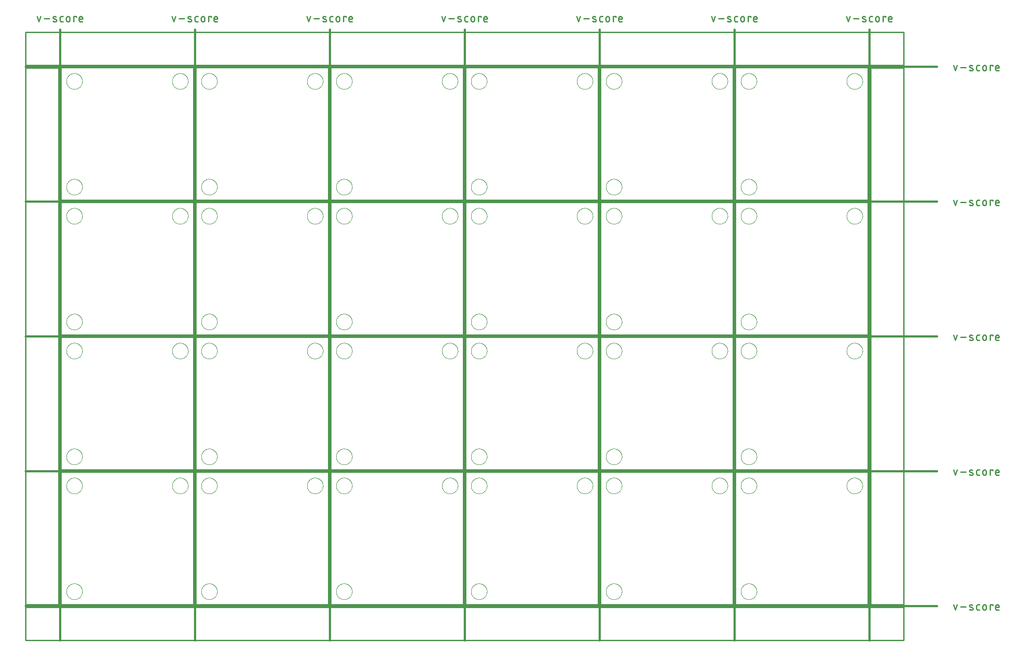
<source format=gko>
G04 EAGLE Gerber RS-274X export*
G75*
%MOMM*%
%FSLAX34Y34*%
%LPD*%
%IN*%
%IPPOS*%
%AMOC8*
5,1,8,0,0,1.08239X$1,22.5*%
G01*
%ADD10C,0.203200*%
%ADD11C,0.381000*%
%ADD12C,0.279400*%
%ADD13C,0.254000*%
%ADD14C,0.000000*%


D10*
X254000Y254000D02*
X0Y254000D01*
X0Y0D01*
X254000Y0D01*
X254000Y254000D01*
X259080Y254000D02*
X513080Y254000D01*
X259080Y254000D02*
X259080Y0D01*
X513080Y0D01*
X513080Y254000D01*
X518160Y254000D02*
X772160Y254000D01*
X518160Y254000D02*
X518160Y0D01*
X772160Y0D01*
X772160Y254000D01*
X777240Y254000D02*
X1031240Y254000D01*
X777240Y254000D02*
X777240Y0D01*
X1031240Y0D01*
X1031240Y254000D01*
X1036320Y254000D02*
X1290320Y254000D01*
X1036320Y254000D02*
X1036320Y0D01*
X1290320Y0D01*
X1290320Y254000D01*
X1295400Y254000D02*
X1549400Y254000D01*
X1295400Y254000D02*
X1295400Y0D01*
X1549400Y0D01*
X1549400Y254000D01*
X254000Y513080D02*
X0Y513080D01*
X0Y259080D01*
X254000Y259080D01*
X254000Y513080D01*
X259080Y513080D02*
X513080Y513080D01*
X259080Y513080D02*
X259080Y259080D01*
X513080Y259080D01*
X513080Y513080D01*
X518160Y513080D02*
X772160Y513080D01*
X518160Y513080D02*
X518160Y259080D01*
X772160Y259080D01*
X772160Y513080D01*
X777240Y513080D02*
X1031240Y513080D01*
X777240Y513080D02*
X777240Y259080D01*
X1031240Y259080D01*
X1031240Y513080D01*
X1036320Y513080D02*
X1290320Y513080D01*
X1036320Y513080D02*
X1036320Y259080D01*
X1290320Y259080D01*
X1290320Y513080D01*
X1295400Y513080D02*
X1549400Y513080D01*
X1295400Y513080D02*
X1295400Y259080D01*
X1549400Y259080D01*
X1549400Y513080D01*
X254000Y772160D02*
X0Y772160D01*
X0Y518160D01*
X254000Y518160D01*
X254000Y772160D01*
X259080Y772160D02*
X513080Y772160D01*
X259080Y772160D02*
X259080Y518160D01*
X513080Y518160D01*
X513080Y772160D01*
X518160Y772160D02*
X772160Y772160D01*
X518160Y772160D02*
X518160Y518160D01*
X772160Y518160D01*
X772160Y772160D01*
X777240Y772160D02*
X1031240Y772160D01*
X777240Y772160D02*
X777240Y518160D01*
X1031240Y518160D01*
X1031240Y772160D01*
X1036320Y772160D02*
X1290320Y772160D01*
X1036320Y772160D02*
X1036320Y518160D01*
X1290320Y518160D01*
X1290320Y772160D01*
X1295400Y772160D02*
X1549400Y772160D01*
X1295400Y772160D02*
X1295400Y518160D01*
X1549400Y518160D01*
X1549400Y772160D01*
X254000Y1031240D02*
X0Y1031240D01*
X0Y777240D01*
X254000Y777240D01*
X254000Y1031240D01*
X259080Y1031240D02*
X513080Y1031240D01*
X259080Y1031240D02*
X259080Y777240D01*
X513080Y777240D01*
X513080Y1031240D01*
X518160Y1031240D02*
X772160Y1031240D01*
X518160Y1031240D02*
X518160Y777240D01*
X772160Y777240D01*
X772160Y1031240D01*
X777240Y1031240D02*
X1031240Y1031240D01*
X777240Y1031240D02*
X777240Y777240D01*
X1031240Y777240D01*
X1031240Y1031240D01*
X1036320Y1031240D02*
X1290320Y1031240D01*
X1036320Y1031240D02*
X1036320Y777240D01*
X1290320Y777240D01*
X1290320Y1031240D01*
X1295400Y1031240D02*
X1549400Y1031240D01*
X1295400Y1031240D02*
X1295400Y777240D01*
X1549400Y777240D01*
X1549400Y1031240D01*
D11*
X-2540Y1104900D02*
X-2540Y-68580D01*
D12*
X-42921Y1120267D02*
X-46251Y1130258D01*
X-39590Y1130258D02*
X-42921Y1120267D01*
X-32806Y1126095D02*
X-22815Y1126095D01*
X-14261Y1126095D02*
X-10098Y1124430D01*
X-14261Y1126094D02*
X-14346Y1126130D01*
X-14429Y1126170D01*
X-14510Y1126213D01*
X-14590Y1126260D01*
X-14667Y1126310D01*
X-14743Y1126363D01*
X-14816Y1126419D01*
X-14886Y1126479D01*
X-14954Y1126541D01*
X-15019Y1126606D01*
X-15081Y1126674D01*
X-15141Y1126745D01*
X-15197Y1126818D01*
X-15250Y1126893D01*
X-15300Y1126971D01*
X-15346Y1127050D01*
X-15389Y1127132D01*
X-15429Y1127215D01*
X-15465Y1127300D01*
X-15497Y1127386D01*
X-15526Y1127474D01*
X-15550Y1127563D01*
X-15571Y1127653D01*
X-15588Y1127743D01*
X-15602Y1127834D01*
X-15611Y1127926D01*
X-15616Y1128018D01*
X-15618Y1128110D01*
X-15616Y1128202D01*
X-15609Y1128294D01*
X-15599Y1128386D01*
X-15585Y1128477D01*
X-15567Y1128568D01*
X-15545Y1128657D01*
X-15519Y1128746D01*
X-15489Y1128833D01*
X-15456Y1128919D01*
X-15419Y1129003D01*
X-15379Y1129086D01*
X-15335Y1129167D01*
X-15288Y1129246D01*
X-15237Y1129323D01*
X-15183Y1129398D01*
X-15126Y1129471D01*
X-15066Y1129541D01*
X-15003Y1129608D01*
X-14937Y1129672D01*
X-14869Y1129734D01*
X-14798Y1129793D01*
X-14724Y1129848D01*
X-14648Y1129901D01*
X-14570Y1129950D01*
X-14490Y1129996D01*
X-14409Y1130038D01*
X-14325Y1130077D01*
X-14240Y1130112D01*
X-14153Y1130143D01*
X-14065Y1130171D01*
X-13976Y1130195D01*
X-13886Y1130215D01*
X-13796Y1130232D01*
X-13704Y1130244D01*
X-13612Y1130253D01*
X-13520Y1130257D01*
X-13428Y1130258D01*
X-13201Y1130252D01*
X-12974Y1130241D01*
X-12747Y1130224D01*
X-12521Y1130201D01*
X-12295Y1130174D01*
X-12070Y1130140D01*
X-11846Y1130102D01*
X-11623Y1130058D01*
X-11401Y1130009D01*
X-11180Y1129954D01*
X-10961Y1129894D01*
X-10743Y1129829D01*
X-10527Y1129758D01*
X-10313Y1129683D01*
X-10100Y1129602D01*
X-9890Y1129516D01*
X-9681Y1129425D01*
X-10098Y1124430D02*
X-10013Y1124394D01*
X-9930Y1124354D01*
X-9849Y1124311D01*
X-9769Y1124264D01*
X-9692Y1124214D01*
X-9616Y1124161D01*
X-9543Y1124105D01*
X-9473Y1124045D01*
X-9405Y1123983D01*
X-9340Y1123918D01*
X-9278Y1123850D01*
X-9218Y1123779D01*
X-9162Y1123706D01*
X-9109Y1123631D01*
X-9059Y1123553D01*
X-9013Y1123474D01*
X-8970Y1123392D01*
X-8930Y1123309D01*
X-8894Y1123224D01*
X-8862Y1123138D01*
X-8833Y1123050D01*
X-8809Y1122961D01*
X-8788Y1122871D01*
X-8771Y1122781D01*
X-8757Y1122690D01*
X-8748Y1122598D01*
X-8743Y1122506D01*
X-8741Y1122414D01*
X-8743Y1122322D01*
X-8750Y1122230D01*
X-8760Y1122138D01*
X-8774Y1122047D01*
X-8792Y1121956D01*
X-8814Y1121867D01*
X-8840Y1121778D01*
X-8870Y1121691D01*
X-8903Y1121605D01*
X-8940Y1121521D01*
X-8980Y1121438D01*
X-9024Y1121357D01*
X-9071Y1121278D01*
X-9122Y1121201D01*
X-9176Y1121126D01*
X-9233Y1121053D01*
X-9293Y1120983D01*
X-9356Y1120916D01*
X-9422Y1120852D01*
X-9490Y1120790D01*
X-9561Y1120731D01*
X-9635Y1120676D01*
X-9711Y1120623D01*
X-9789Y1120574D01*
X-9869Y1120528D01*
X-9950Y1120486D01*
X-10034Y1120447D01*
X-10119Y1120412D01*
X-10206Y1120381D01*
X-10294Y1120353D01*
X-10383Y1120329D01*
X-10473Y1120309D01*
X-10563Y1120292D01*
X-10655Y1120280D01*
X-10747Y1120271D01*
X-10839Y1120267D01*
X-10931Y1120266D01*
X-10931Y1120267D02*
X-11265Y1120276D01*
X-11598Y1120293D01*
X-11931Y1120317D01*
X-12264Y1120350D01*
X-12595Y1120390D01*
X-12926Y1120438D01*
X-13255Y1120494D01*
X-13583Y1120557D01*
X-13909Y1120629D01*
X-14233Y1120708D01*
X-14556Y1120794D01*
X-14876Y1120889D01*
X-15194Y1120991D01*
X-15510Y1121100D01*
X562Y1120267D02*
X3892Y1120267D01*
X562Y1120267D02*
X464Y1120269D01*
X366Y1120275D01*
X268Y1120284D01*
X171Y1120298D01*
X75Y1120315D01*
X-21Y1120336D01*
X-116Y1120361D01*
X-210Y1120389D01*
X-303Y1120421D01*
X-394Y1120457D01*
X-484Y1120496D01*
X-572Y1120539D01*
X-659Y1120586D01*
X-743Y1120635D01*
X-826Y1120688D01*
X-906Y1120744D01*
X-985Y1120803D01*
X-1060Y1120866D01*
X-1134Y1120931D01*
X-1204Y1120999D01*
X-1272Y1121069D01*
X-1338Y1121143D01*
X-1400Y1121219D01*
X-1459Y1121297D01*
X-1515Y1121377D01*
X-1568Y1121460D01*
X-1618Y1121544D01*
X-1664Y1121631D01*
X-1707Y1121719D01*
X-1746Y1121809D01*
X-1782Y1121900D01*
X-1814Y1121993D01*
X-1842Y1122087D01*
X-1867Y1122182D01*
X-1888Y1122278D01*
X-1905Y1122374D01*
X-1919Y1122471D01*
X-1928Y1122569D01*
X-1934Y1122667D01*
X-1936Y1122765D01*
X-1936Y1127760D01*
X-1934Y1127858D01*
X-1928Y1127956D01*
X-1919Y1128054D01*
X-1905Y1128151D01*
X-1888Y1128247D01*
X-1867Y1128343D01*
X-1842Y1128438D01*
X-1814Y1128532D01*
X-1782Y1128625D01*
X-1746Y1128716D01*
X-1707Y1128806D01*
X-1664Y1128894D01*
X-1617Y1128981D01*
X-1568Y1129065D01*
X-1515Y1129148D01*
X-1459Y1129228D01*
X-1400Y1129306D01*
X-1337Y1129382D01*
X-1272Y1129456D01*
X-1204Y1129526D01*
X-1134Y1129594D01*
X-1060Y1129659D01*
X-984Y1129722D01*
X-906Y1129781D01*
X-826Y1129837D01*
X-743Y1129890D01*
X-659Y1129939D01*
X-572Y1129986D01*
X-484Y1130029D01*
X-394Y1130068D01*
X-303Y1130104D01*
X-210Y1130136D01*
X-116Y1130164D01*
X-21Y1130189D01*
X75Y1130210D01*
X171Y1130227D01*
X268Y1130241D01*
X366Y1130250D01*
X464Y1130256D01*
X562Y1130258D01*
X3892Y1130258D01*
X10022Y1126927D02*
X10022Y1123597D01*
X10022Y1126927D02*
X10024Y1127041D01*
X10030Y1127154D01*
X10039Y1127268D01*
X10053Y1127380D01*
X10070Y1127493D01*
X10092Y1127605D01*
X10117Y1127715D01*
X10145Y1127825D01*
X10178Y1127934D01*
X10214Y1128042D01*
X10254Y1128149D01*
X10298Y1128254D01*
X10345Y1128357D01*
X10395Y1128459D01*
X10449Y1128559D01*
X10507Y1128657D01*
X10568Y1128753D01*
X10631Y1128847D01*
X10699Y1128939D01*
X10769Y1129029D01*
X10842Y1129115D01*
X10918Y1129200D01*
X10997Y1129282D01*
X11079Y1129361D01*
X11164Y1129437D01*
X11250Y1129510D01*
X11340Y1129580D01*
X11432Y1129648D01*
X11526Y1129711D01*
X11622Y1129772D01*
X11720Y1129830D01*
X11820Y1129884D01*
X11922Y1129934D01*
X12025Y1129981D01*
X12130Y1130025D01*
X12237Y1130065D01*
X12345Y1130101D01*
X12454Y1130134D01*
X12564Y1130162D01*
X12674Y1130187D01*
X12786Y1130209D01*
X12899Y1130226D01*
X13011Y1130240D01*
X13125Y1130249D01*
X13238Y1130255D01*
X13352Y1130257D01*
X13466Y1130255D01*
X13579Y1130249D01*
X13693Y1130240D01*
X13805Y1130226D01*
X13918Y1130209D01*
X14030Y1130187D01*
X14140Y1130162D01*
X14250Y1130134D01*
X14359Y1130101D01*
X14467Y1130065D01*
X14574Y1130025D01*
X14679Y1129981D01*
X14782Y1129934D01*
X14884Y1129884D01*
X14984Y1129830D01*
X15082Y1129772D01*
X15178Y1129711D01*
X15272Y1129648D01*
X15364Y1129580D01*
X15454Y1129510D01*
X15540Y1129437D01*
X15625Y1129361D01*
X15707Y1129282D01*
X15786Y1129200D01*
X15862Y1129115D01*
X15935Y1129029D01*
X16005Y1128939D01*
X16073Y1128847D01*
X16136Y1128753D01*
X16197Y1128657D01*
X16255Y1128559D01*
X16309Y1128459D01*
X16359Y1128357D01*
X16406Y1128254D01*
X16450Y1128149D01*
X16490Y1128042D01*
X16526Y1127934D01*
X16559Y1127825D01*
X16587Y1127715D01*
X16612Y1127605D01*
X16634Y1127493D01*
X16651Y1127380D01*
X16665Y1127268D01*
X16674Y1127154D01*
X16680Y1127041D01*
X16682Y1126927D01*
X16682Y1123597D01*
X16680Y1123483D01*
X16674Y1123370D01*
X16665Y1123256D01*
X16651Y1123144D01*
X16634Y1123031D01*
X16612Y1122919D01*
X16587Y1122809D01*
X16559Y1122699D01*
X16526Y1122590D01*
X16490Y1122482D01*
X16450Y1122375D01*
X16406Y1122270D01*
X16359Y1122167D01*
X16309Y1122065D01*
X16255Y1121965D01*
X16197Y1121867D01*
X16136Y1121771D01*
X16073Y1121677D01*
X16005Y1121585D01*
X15935Y1121495D01*
X15862Y1121409D01*
X15786Y1121324D01*
X15707Y1121242D01*
X15625Y1121163D01*
X15540Y1121087D01*
X15454Y1121014D01*
X15364Y1120944D01*
X15272Y1120876D01*
X15178Y1120813D01*
X15082Y1120752D01*
X14984Y1120694D01*
X14884Y1120640D01*
X14782Y1120590D01*
X14679Y1120543D01*
X14574Y1120499D01*
X14467Y1120459D01*
X14359Y1120423D01*
X14250Y1120390D01*
X14140Y1120362D01*
X14030Y1120337D01*
X13918Y1120315D01*
X13805Y1120298D01*
X13693Y1120284D01*
X13579Y1120275D01*
X13466Y1120269D01*
X13352Y1120267D01*
X13238Y1120269D01*
X13125Y1120275D01*
X13011Y1120284D01*
X12899Y1120298D01*
X12786Y1120315D01*
X12674Y1120337D01*
X12564Y1120362D01*
X12454Y1120390D01*
X12345Y1120423D01*
X12237Y1120459D01*
X12130Y1120499D01*
X12025Y1120543D01*
X11922Y1120590D01*
X11820Y1120640D01*
X11720Y1120694D01*
X11622Y1120752D01*
X11526Y1120813D01*
X11432Y1120876D01*
X11340Y1120944D01*
X11250Y1121014D01*
X11164Y1121087D01*
X11079Y1121163D01*
X10997Y1121242D01*
X10918Y1121324D01*
X10842Y1121409D01*
X10769Y1121495D01*
X10699Y1121585D01*
X10631Y1121677D01*
X10568Y1121771D01*
X10507Y1121867D01*
X10449Y1121965D01*
X10395Y1122065D01*
X10345Y1122167D01*
X10298Y1122270D01*
X10254Y1122375D01*
X10214Y1122482D01*
X10178Y1122590D01*
X10145Y1122699D01*
X10117Y1122809D01*
X10092Y1122919D01*
X10070Y1123031D01*
X10053Y1123144D01*
X10039Y1123256D01*
X10030Y1123370D01*
X10024Y1123483D01*
X10022Y1123597D01*
X24218Y1120267D02*
X24218Y1130258D01*
X29213Y1130258D01*
X29213Y1128593D01*
X37008Y1120267D02*
X41171Y1120267D01*
X37008Y1120267D02*
X36910Y1120269D01*
X36812Y1120275D01*
X36714Y1120284D01*
X36617Y1120298D01*
X36521Y1120315D01*
X36425Y1120336D01*
X36330Y1120361D01*
X36236Y1120389D01*
X36143Y1120421D01*
X36052Y1120457D01*
X35962Y1120496D01*
X35874Y1120539D01*
X35787Y1120586D01*
X35703Y1120635D01*
X35620Y1120688D01*
X35540Y1120744D01*
X35462Y1120803D01*
X35386Y1120866D01*
X35312Y1120931D01*
X35242Y1120999D01*
X35174Y1121069D01*
X35109Y1121143D01*
X35046Y1121219D01*
X34987Y1121297D01*
X34931Y1121377D01*
X34878Y1121460D01*
X34829Y1121544D01*
X34782Y1121631D01*
X34739Y1121719D01*
X34700Y1121809D01*
X34664Y1121900D01*
X34632Y1121993D01*
X34604Y1122087D01*
X34579Y1122182D01*
X34558Y1122278D01*
X34541Y1122374D01*
X34527Y1122471D01*
X34518Y1122569D01*
X34512Y1122667D01*
X34510Y1122765D01*
X34510Y1126927D01*
X34511Y1126927D02*
X34513Y1127041D01*
X34519Y1127154D01*
X34528Y1127268D01*
X34542Y1127380D01*
X34559Y1127493D01*
X34581Y1127605D01*
X34606Y1127715D01*
X34634Y1127825D01*
X34667Y1127934D01*
X34703Y1128042D01*
X34743Y1128149D01*
X34787Y1128254D01*
X34834Y1128357D01*
X34884Y1128459D01*
X34938Y1128559D01*
X34996Y1128657D01*
X35057Y1128753D01*
X35120Y1128847D01*
X35188Y1128939D01*
X35258Y1129029D01*
X35331Y1129115D01*
X35407Y1129200D01*
X35486Y1129282D01*
X35568Y1129361D01*
X35653Y1129437D01*
X35739Y1129510D01*
X35829Y1129580D01*
X35921Y1129648D01*
X36015Y1129711D01*
X36111Y1129772D01*
X36209Y1129830D01*
X36309Y1129884D01*
X36411Y1129934D01*
X36514Y1129981D01*
X36619Y1130025D01*
X36726Y1130065D01*
X36834Y1130101D01*
X36943Y1130134D01*
X37053Y1130162D01*
X37163Y1130187D01*
X37275Y1130209D01*
X37388Y1130226D01*
X37500Y1130240D01*
X37614Y1130249D01*
X37727Y1130255D01*
X37841Y1130257D01*
X37955Y1130255D01*
X38068Y1130249D01*
X38182Y1130240D01*
X38294Y1130226D01*
X38407Y1130209D01*
X38519Y1130187D01*
X38629Y1130162D01*
X38739Y1130134D01*
X38848Y1130101D01*
X38956Y1130065D01*
X39063Y1130025D01*
X39168Y1129981D01*
X39271Y1129934D01*
X39373Y1129884D01*
X39473Y1129830D01*
X39571Y1129772D01*
X39667Y1129711D01*
X39761Y1129648D01*
X39853Y1129580D01*
X39943Y1129510D01*
X40029Y1129437D01*
X40114Y1129361D01*
X40196Y1129282D01*
X40275Y1129200D01*
X40351Y1129115D01*
X40424Y1129029D01*
X40494Y1128939D01*
X40562Y1128847D01*
X40625Y1128753D01*
X40686Y1128657D01*
X40744Y1128559D01*
X40798Y1128459D01*
X40848Y1128357D01*
X40895Y1128254D01*
X40939Y1128149D01*
X40979Y1128042D01*
X41015Y1127934D01*
X41048Y1127825D01*
X41076Y1127715D01*
X41101Y1127605D01*
X41123Y1127493D01*
X41140Y1127380D01*
X41154Y1127268D01*
X41163Y1127154D01*
X41169Y1127041D01*
X41171Y1126927D01*
X41171Y1125262D01*
X34510Y1125262D01*
D11*
X256540Y1104900D02*
X256540Y-68580D01*
D12*
X216159Y1120267D02*
X212829Y1130258D01*
X219490Y1130258D02*
X216159Y1120267D01*
X226274Y1126095D02*
X236265Y1126095D01*
X244819Y1126095D02*
X248982Y1124430D01*
X244819Y1126094D02*
X244734Y1126130D01*
X244651Y1126170D01*
X244570Y1126213D01*
X244490Y1126260D01*
X244413Y1126310D01*
X244337Y1126363D01*
X244264Y1126419D01*
X244194Y1126479D01*
X244126Y1126541D01*
X244061Y1126606D01*
X243999Y1126674D01*
X243939Y1126745D01*
X243883Y1126818D01*
X243830Y1126893D01*
X243780Y1126971D01*
X243734Y1127050D01*
X243691Y1127132D01*
X243651Y1127215D01*
X243615Y1127300D01*
X243583Y1127386D01*
X243554Y1127474D01*
X243530Y1127563D01*
X243509Y1127653D01*
X243492Y1127743D01*
X243478Y1127834D01*
X243469Y1127926D01*
X243464Y1128018D01*
X243462Y1128110D01*
X243464Y1128202D01*
X243471Y1128294D01*
X243481Y1128386D01*
X243495Y1128477D01*
X243513Y1128568D01*
X243535Y1128657D01*
X243561Y1128746D01*
X243591Y1128833D01*
X243624Y1128919D01*
X243661Y1129003D01*
X243701Y1129086D01*
X243745Y1129167D01*
X243792Y1129246D01*
X243843Y1129323D01*
X243897Y1129398D01*
X243954Y1129471D01*
X244014Y1129541D01*
X244077Y1129608D01*
X244143Y1129672D01*
X244211Y1129734D01*
X244282Y1129793D01*
X244356Y1129848D01*
X244432Y1129901D01*
X244510Y1129950D01*
X244590Y1129996D01*
X244671Y1130038D01*
X244755Y1130077D01*
X244840Y1130112D01*
X244927Y1130143D01*
X245015Y1130171D01*
X245104Y1130195D01*
X245194Y1130215D01*
X245284Y1130232D01*
X245376Y1130244D01*
X245468Y1130253D01*
X245560Y1130257D01*
X245652Y1130258D01*
X245879Y1130252D01*
X246106Y1130241D01*
X246333Y1130224D01*
X246559Y1130201D01*
X246785Y1130174D01*
X247010Y1130140D01*
X247234Y1130102D01*
X247457Y1130058D01*
X247679Y1130009D01*
X247900Y1129954D01*
X248119Y1129894D01*
X248337Y1129829D01*
X248553Y1129758D01*
X248767Y1129683D01*
X248980Y1129602D01*
X249190Y1129516D01*
X249399Y1129425D01*
X248982Y1124430D02*
X249067Y1124394D01*
X249150Y1124354D01*
X249231Y1124311D01*
X249311Y1124264D01*
X249388Y1124214D01*
X249464Y1124161D01*
X249537Y1124105D01*
X249607Y1124045D01*
X249675Y1123983D01*
X249740Y1123918D01*
X249802Y1123850D01*
X249862Y1123779D01*
X249918Y1123706D01*
X249971Y1123631D01*
X250021Y1123553D01*
X250067Y1123474D01*
X250110Y1123392D01*
X250150Y1123309D01*
X250186Y1123224D01*
X250218Y1123138D01*
X250247Y1123050D01*
X250271Y1122961D01*
X250292Y1122871D01*
X250309Y1122781D01*
X250323Y1122690D01*
X250332Y1122598D01*
X250337Y1122506D01*
X250339Y1122414D01*
X250337Y1122322D01*
X250330Y1122230D01*
X250320Y1122138D01*
X250306Y1122047D01*
X250288Y1121956D01*
X250266Y1121867D01*
X250240Y1121778D01*
X250210Y1121691D01*
X250177Y1121605D01*
X250140Y1121521D01*
X250100Y1121438D01*
X250056Y1121357D01*
X250009Y1121278D01*
X249958Y1121201D01*
X249904Y1121126D01*
X249847Y1121053D01*
X249787Y1120983D01*
X249724Y1120916D01*
X249658Y1120852D01*
X249590Y1120790D01*
X249519Y1120731D01*
X249445Y1120676D01*
X249369Y1120623D01*
X249291Y1120574D01*
X249211Y1120528D01*
X249130Y1120486D01*
X249046Y1120447D01*
X248961Y1120412D01*
X248874Y1120381D01*
X248786Y1120353D01*
X248697Y1120329D01*
X248607Y1120309D01*
X248517Y1120292D01*
X248425Y1120280D01*
X248333Y1120271D01*
X248241Y1120267D01*
X248149Y1120266D01*
X248149Y1120267D02*
X247815Y1120276D01*
X247482Y1120293D01*
X247149Y1120317D01*
X246816Y1120350D01*
X246485Y1120390D01*
X246154Y1120438D01*
X245825Y1120494D01*
X245497Y1120557D01*
X245171Y1120629D01*
X244847Y1120708D01*
X244524Y1120794D01*
X244204Y1120889D01*
X243886Y1120991D01*
X243570Y1121100D01*
X259642Y1120267D02*
X262972Y1120267D01*
X259642Y1120267D02*
X259544Y1120269D01*
X259446Y1120275D01*
X259348Y1120284D01*
X259251Y1120298D01*
X259155Y1120315D01*
X259059Y1120336D01*
X258964Y1120361D01*
X258870Y1120389D01*
X258777Y1120421D01*
X258686Y1120457D01*
X258596Y1120496D01*
X258508Y1120539D01*
X258421Y1120586D01*
X258337Y1120635D01*
X258254Y1120688D01*
X258174Y1120744D01*
X258096Y1120803D01*
X258020Y1120866D01*
X257946Y1120931D01*
X257876Y1120999D01*
X257808Y1121069D01*
X257743Y1121143D01*
X257680Y1121219D01*
X257621Y1121297D01*
X257565Y1121377D01*
X257512Y1121460D01*
X257463Y1121544D01*
X257416Y1121631D01*
X257373Y1121719D01*
X257334Y1121809D01*
X257298Y1121900D01*
X257266Y1121993D01*
X257238Y1122087D01*
X257213Y1122182D01*
X257192Y1122278D01*
X257175Y1122374D01*
X257161Y1122471D01*
X257152Y1122569D01*
X257146Y1122667D01*
X257144Y1122765D01*
X257144Y1127760D01*
X257146Y1127858D01*
X257152Y1127956D01*
X257161Y1128054D01*
X257175Y1128151D01*
X257192Y1128247D01*
X257213Y1128343D01*
X257238Y1128438D01*
X257266Y1128532D01*
X257298Y1128625D01*
X257334Y1128716D01*
X257373Y1128806D01*
X257416Y1128894D01*
X257463Y1128981D01*
X257512Y1129065D01*
X257565Y1129148D01*
X257621Y1129228D01*
X257680Y1129307D01*
X257743Y1129382D01*
X257808Y1129456D01*
X257876Y1129526D01*
X257946Y1129594D01*
X258020Y1129660D01*
X258096Y1129722D01*
X258174Y1129781D01*
X258254Y1129837D01*
X258337Y1129890D01*
X258421Y1129940D01*
X258508Y1129986D01*
X258596Y1130029D01*
X258686Y1130068D01*
X258777Y1130104D01*
X258870Y1130136D01*
X258964Y1130164D01*
X259059Y1130189D01*
X259155Y1130210D01*
X259251Y1130227D01*
X259348Y1130241D01*
X259446Y1130250D01*
X259544Y1130256D01*
X259642Y1130258D01*
X262972Y1130258D01*
X269102Y1126927D02*
X269102Y1123597D01*
X269102Y1126927D02*
X269104Y1127041D01*
X269110Y1127154D01*
X269119Y1127268D01*
X269133Y1127380D01*
X269150Y1127493D01*
X269172Y1127605D01*
X269197Y1127715D01*
X269225Y1127825D01*
X269258Y1127934D01*
X269294Y1128042D01*
X269334Y1128149D01*
X269378Y1128254D01*
X269425Y1128357D01*
X269475Y1128459D01*
X269529Y1128559D01*
X269587Y1128657D01*
X269648Y1128753D01*
X269711Y1128847D01*
X269779Y1128939D01*
X269849Y1129029D01*
X269922Y1129115D01*
X269998Y1129200D01*
X270077Y1129282D01*
X270159Y1129361D01*
X270244Y1129437D01*
X270330Y1129510D01*
X270420Y1129580D01*
X270512Y1129648D01*
X270606Y1129711D01*
X270702Y1129772D01*
X270800Y1129830D01*
X270900Y1129884D01*
X271002Y1129934D01*
X271105Y1129981D01*
X271210Y1130025D01*
X271317Y1130065D01*
X271425Y1130101D01*
X271534Y1130134D01*
X271644Y1130162D01*
X271754Y1130187D01*
X271866Y1130209D01*
X271979Y1130226D01*
X272091Y1130240D01*
X272205Y1130249D01*
X272318Y1130255D01*
X272432Y1130257D01*
X272546Y1130255D01*
X272659Y1130249D01*
X272773Y1130240D01*
X272885Y1130226D01*
X272998Y1130209D01*
X273110Y1130187D01*
X273220Y1130162D01*
X273330Y1130134D01*
X273439Y1130101D01*
X273547Y1130065D01*
X273654Y1130025D01*
X273759Y1129981D01*
X273862Y1129934D01*
X273964Y1129884D01*
X274064Y1129830D01*
X274162Y1129772D01*
X274258Y1129711D01*
X274352Y1129648D01*
X274444Y1129580D01*
X274534Y1129510D01*
X274620Y1129437D01*
X274705Y1129361D01*
X274787Y1129282D01*
X274866Y1129200D01*
X274942Y1129115D01*
X275015Y1129029D01*
X275085Y1128939D01*
X275153Y1128847D01*
X275216Y1128753D01*
X275277Y1128657D01*
X275335Y1128559D01*
X275389Y1128459D01*
X275439Y1128357D01*
X275486Y1128254D01*
X275530Y1128149D01*
X275570Y1128042D01*
X275606Y1127934D01*
X275639Y1127825D01*
X275667Y1127715D01*
X275692Y1127605D01*
X275714Y1127493D01*
X275731Y1127380D01*
X275745Y1127268D01*
X275754Y1127154D01*
X275760Y1127041D01*
X275762Y1126927D01*
X275762Y1123597D01*
X275760Y1123483D01*
X275754Y1123370D01*
X275745Y1123256D01*
X275731Y1123144D01*
X275714Y1123031D01*
X275692Y1122919D01*
X275667Y1122809D01*
X275639Y1122699D01*
X275606Y1122590D01*
X275570Y1122482D01*
X275530Y1122375D01*
X275486Y1122270D01*
X275439Y1122167D01*
X275389Y1122065D01*
X275335Y1121965D01*
X275277Y1121867D01*
X275216Y1121771D01*
X275153Y1121677D01*
X275085Y1121585D01*
X275015Y1121495D01*
X274942Y1121409D01*
X274866Y1121324D01*
X274787Y1121242D01*
X274705Y1121163D01*
X274620Y1121087D01*
X274534Y1121014D01*
X274444Y1120944D01*
X274352Y1120876D01*
X274258Y1120813D01*
X274162Y1120752D01*
X274064Y1120694D01*
X273964Y1120640D01*
X273862Y1120590D01*
X273759Y1120543D01*
X273654Y1120499D01*
X273547Y1120459D01*
X273439Y1120423D01*
X273330Y1120390D01*
X273220Y1120362D01*
X273110Y1120337D01*
X272998Y1120315D01*
X272885Y1120298D01*
X272773Y1120284D01*
X272659Y1120275D01*
X272546Y1120269D01*
X272432Y1120267D01*
X272318Y1120269D01*
X272205Y1120275D01*
X272091Y1120284D01*
X271979Y1120298D01*
X271866Y1120315D01*
X271754Y1120337D01*
X271644Y1120362D01*
X271534Y1120390D01*
X271425Y1120423D01*
X271317Y1120459D01*
X271210Y1120499D01*
X271105Y1120543D01*
X271002Y1120590D01*
X270900Y1120640D01*
X270800Y1120694D01*
X270702Y1120752D01*
X270606Y1120813D01*
X270512Y1120876D01*
X270420Y1120944D01*
X270330Y1121014D01*
X270244Y1121087D01*
X270159Y1121163D01*
X270077Y1121242D01*
X269998Y1121324D01*
X269922Y1121409D01*
X269849Y1121495D01*
X269779Y1121585D01*
X269711Y1121677D01*
X269648Y1121771D01*
X269587Y1121867D01*
X269529Y1121965D01*
X269475Y1122065D01*
X269425Y1122167D01*
X269378Y1122270D01*
X269334Y1122375D01*
X269294Y1122482D01*
X269258Y1122590D01*
X269225Y1122699D01*
X269197Y1122809D01*
X269172Y1122919D01*
X269150Y1123031D01*
X269133Y1123144D01*
X269119Y1123256D01*
X269110Y1123370D01*
X269104Y1123483D01*
X269102Y1123597D01*
X283298Y1120267D02*
X283298Y1130258D01*
X288293Y1130258D01*
X288293Y1128593D01*
X296088Y1120267D02*
X300251Y1120267D01*
X296088Y1120267D02*
X295990Y1120269D01*
X295892Y1120275D01*
X295794Y1120284D01*
X295697Y1120298D01*
X295601Y1120315D01*
X295505Y1120336D01*
X295410Y1120361D01*
X295316Y1120389D01*
X295223Y1120421D01*
X295132Y1120457D01*
X295042Y1120496D01*
X294954Y1120539D01*
X294867Y1120586D01*
X294783Y1120635D01*
X294700Y1120688D01*
X294620Y1120744D01*
X294542Y1120803D01*
X294466Y1120866D01*
X294392Y1120931D01*
X294322Y1120999D01*
X294254Y1121069D01*
X294189Y1121143D01*
X294126Y1121219D01*
X294067Y1121297D01*
X294011Y1121377D01*
X293958Y1121460D01*
X293909Y1121544D01*
X293862Y1121631D01*
X293819Y1121719D01*
X293780Y1121809D01*
X293744Y1121900D01*
X293712Y1121993D01*
X293684Y1122087D01*
X293659Y1122182D01*
X293638Y1122278D01*
X293621Y1122374D01*
X293607Y1122471D01*
X293598Y1122569D01*
X293592Y1122667D01*
X293590Y1122765D01*
X293590Y1126927D01*
X293591Y1126927D02*
X293593Y1127041D01*
X293599Y1127154D01*
X293608Y1127268D01*
X293622Y1127380D01*
X293639Y1127493D01*
X293661Y1127605D01*
X293686Y1127715D01*
X293714Y1127825D01*
X293747Y1127934D01*
X293783Y1128042D01*
X293823Y1128149D01*
X293867Y1128254D01*
X293914Y1128357D01*
X293964Y1128459D01*
X294018Y1128559D01*
X294076Y1128657D01*
X294137Y1128753D01*
X294200Y1128847D01*
X294268Y1128939D01*
X294338Y1129029D01*
X294411Y1129115D01*
X294487Y1129200D01*
X294566Y1129282D01*
X294648Y1129361D01*
X294733Y1129437D01*
X294819Y1129510D01*
X294909Y1129580D01*
X295001Y1129648D01*
X295095Y1129711D01*
X295191Y1129772D01*
X295289Y1129830D01*
X295389Y1129884D01*
X295491Y1129934D01*
X295594Y1129981D01*
X295699Y1130025D01*
X295806Y1130065D01*
X295914Y1130101D01*
X296023Y1130134D01*
X296133Y1130162D01*
X296243Y1130187D01*
X296355Y1130209D01*
X296468Y1130226D01*
X296580Y1130240D01*
X296694Y1130249D01*
X296807Y1130255D01*
X296921Y1130257D01*
X297035Y1130255D01*
X297148Y1130249D01*
X297262Y1130240D01*
X297374Y1130226D01*
X297487Y1130209D01*
X297599Y1130187D01*
X297709Y1130162D01*
X297819Y1130134D01*
X297928Y1130101D01*
X298036Y1130065D01*
X298143Y1130025D01*
X298248Y1129981D01*
X298351Y1129934D01*
X298453Y1129884D01*
X298553Y1129830D01*
X298651Y1129772D01*
X298747Y1129711D01*
X298841Y1129648D01*
X298933Y1129580D01*
X299023Y1129510D01*
X299109Y1129437D01*
X299194Y1129361D01*
X299276Y1129282D01*
X299355Y1129200D01*
X299431Y1129115D01*
X299504Y1129029D01*
X299574Y1128939D01*
X299642Y1128847D01*
X299705Y1128753D01*
X299766Y1128657D01*
X299824Y1128559D01*
X299878Y1128459D01*
X299928Y1128357D01*
X299975Y1128254D01*
X300019Y1128149D01*
X300059Y1128042D01*
X300095Y1127934D01*
X300128Y1127825D01*
X300156Y1127715D01*
X300181Y1127605D01*
X300203Y1127493D01*
X300220Y1127380D01*
X300234Y1127268D01*
X300243Y1127154D01*
X300249Y1127041D01*
X300251Y1126927D01*
X300251Y1125262D01*
X293590Y1125262D01*
D11*
X515620Y1104900D02*
X515620Y-68580D01*
D12*
X475239Y1120267D02*
X471909Y1130258D01*
X478570Y1130258D02*
X475239Y1120267D01*
X485354Y1126095D02*
X495345Y1126095D01*
X503899Y1126095D02*
X508062Y1124430D01*
X503899Y1126094D02*
X503814Y1126130D01*
X503731Y1126170D01*
X503650Y1126213D01*
X503570Y1126260D01*
X503493Y1126310D01*
X503417Y1126363D01*
X503344Y1126419D01*
X503274Y1126479D01*
X503206Y1126541D01*
X503141Y1126606D01*
X503079Y1126674D01*
X503019Y1126745D01*
X502963Y1126818D01*
X502910Y1126893D01*
X502860Y1126971D01*
X502814Y1127050D01*
X502771Y1127132D01*
X502731Y1127215D01*
X502695Y1127300D01*
X502663Y1127386D01*
X502634Y1127474D01*
X502610Y1127563D01*
X502589Y1127653D01*
X502572Y1127743D01*
X502558Y1127834D01*
X502549Y1127926D01*
X502544Y1128018D01*
X502542Y1128110D01*
X502544Y1128202D01*
X502551Y1128294D01*
X502561Y1128386D01*
X502575Y1128477D01*
X502593Y1128568D01*
X502615Y1128657D01*
X502641Y1128746D01*
X502671Y1128833D01*
X502704Y1128919D01*
X502741Y1129003D01*
X502781Y1129086D01*
X502825Y1129167D01*
X502872Y1129246D01*
X502923Y1129323D01*
X502977Y1129398D01*
X503034Y1129471D01*
X503094Y1129541D01*
X503157Y1129608D01*
X503223Y1129672D01*
X503291Y1129734D01*
X503362Y1129793D01*
X503436Y1129848D01*
X503512Y1129901D01*
X503590Y1129950D01*
X503670Y1129996D01*
X503751Y1130038D01*
X503835Y1130077D01*
X503920Y1130112D01*
X504007Y1130143D01*
X504095Y1130171D01*
X504184Y1130195D01*
X504274Y1130215D01*
X504364Y1130232D01*
X504456Y1130244D01*
X504548Y1130253D01*
X504640Y1130257D01*
X504732Y1130258D01*
X504959Y1130252D01*
X505186Y1130241D01*
X505413Y1130224D01*
X505639Y1130201D01*
X505865Y1130174D01*
X506090Y1130140D01*
X506314Y1130102D01*
X506537Y1130058D01*
X506759Y1130009D01*
X506980Y1129954D01*
X507199Y1129894D01*
X507417Y1129829D01*
X507633Y1129758D01*
X507847Y1129683D01*
X508060Y1129602D01*
X508270Y1129516D01*
X508479Y1129425D01*
X508062Y1124430D02*
X508147Y1124394D01*
X508230Y1124354D01*
X508311Y1124311D01*
X508391Y1124264D01*
X508468Y1124214D01*
X508544Y1124161D01*
X508617Y1124105D01*
X508687Y1124045D01*
X508755Y1123983D01*
X508820Y1123918D01*
X508882Y1123850D01*
X508942Y1123779D01*
X508998Y1123706D01*
X509051Y1123631D01*
X509101Y1123553D01*
X509147Y1123474D01*
X509190Y1123392D01*
X509230Y1123309D01*
X509266Y1123224D01*
X509298Y1123138D01*
X509327Y1123050D01*
X509351Y1122961D01*
X509372Y1122871D01*
X509389Y1122781D01*
X509403Y1122690D01*
X509412Y1122598D01*
X509417Y1122506D01*
X509419Y1122414D01*
X509417Y1122322D01*
X509410Y1122230D01*
X509400Y1122138D01*
X509386Y1122047D01*
X509368Y1121956D01*
X509346Y1121867D01*
X509320Y1121778D01*
X509290Y1121691D01*
X509257Y1121605D01*
X509220Y1121521D01*
X509180Y1121438D01*
X509136Y1121357D01*
X509089Y1121278D01*
X509038Y1121201D01*
X508984Y1121126D01*
X508927Y1121053D01*
X508867Y1120983D01*
X508804Y1120916D01*
X508738Y1120852D01*
X508670Y1120790D01*
X508599Y1120731D01*
X508525Y1120676D01*
X508449Y1120623D01*
X508371Y1120574D01*
X508291Y1120528D01*
X508210Y1120486D01*
X508126Y1120447D01*
X508041Y1120412D01*
X507954Y1120381D01*
X507866Y1120353D01*
X507777Y1120329D01*
X507687Y1120309D01*
X507597Y1120292D01*
X507505Y1120280D01*
X507413Y1120271D01*
X507321Y1120267D01*
X507229Y1120266D01*
X507229Y1120267D02*
X506895Y1120276D01*
X506562Y1120293D01*
X506229Y1120317D01*
X505896Y1120350D01*
X505565Y1120390D01*
X505234Y1120438D01*
X504905Y1120494D01*
X504577Y1120557D01*
X504251Y1120629D01*
X503927Y1120708D01*
X503604Y1120794D01*
X503284Y1120889D01*
X502966Y1120991D01*
X502650Y1121100D01*
X518722Y1120267D02*
X522052Y1120267D01*
X518722Y1120267D02*
X518624Y1120269D01*
X518526Y1120275D01*
X518428Y1120284D01*
X518331Y1120298D01*
X518235Y1120315D01*
X518139Y1120336D01*
X518044Y1120361D01*
X517950Y1120389D01*
X517857Y1120421D01*
X517766Y1120457D01*
X517676Y1120496D01*
X517588Y1120539D01*
X517501Y1120586D01*
X517417Y1120635D01*
X517334Y1120688D01*
X517254Y1120744D01*
X517176Y1120803D01*
X517100Y1120866D01*
X517026Y1120931D01*
X516956Y1120999D01*
X516888Y1121069D01*
X516823Y1121143D01*
X516760Y1121219D01*
X516701Y1121297D01*
X516645Y1121377D01*
X516592Y1121460D01*
X516543Y1121544D01*
X516496Y1121631D01*
X516453Y1121719D01*
X516414Y1121809D01*
X516378Y1121900D01*
X516346Y1121993D01*
X516318Y1122087D01*
X516293Y1122182D01*
X516272Y1122278D01*
X516255Y1122374D01*
X516241Y1122471D01*
X516232Y1122569D01*
X516226Y1122667D01*
X516224Y1122765D01*
X516224Y1127760D01*
X516226Y1127858D01*
X516232Y1127956D01*
X516241Y1128054D01*
X516255Y1128151D01*
X516272Y1128247D01*
X516293Y1128343D01*
X516318Y1128438D01*
X516346Y1128532D01*
X516378Y1128625D01*
X516414Y1128716D01*
X516453Y1128806D01*
X516496Y1128894D01*
X516543Y1128981D01*
X516592Y1129065D01*
X516645Y1129148D01*
X516701Y1129228D01*
X516760Y1129307D01*
X516823Y1129382D01*
X516888Y1129456D01*
X516956Y1129526D01*
X517026Y1129594D01*
X517100Y1129660D01*
X517176Y1129722D01*
X517254Y1129781D01*
X517334Y1129837D01*
X517417Y1129890D01*
X517501Y1129940D01*
X517588Y1129986D01*
X517676Y1130029D01*
X517766Y1130068D01*
X517857Y1130104D01*
X517950Y1130136D01*
X518044Y1130164D01*
X518139Y1130189D01*
X518235Y1130210D01*
X518331Y1130227D01*
X518428Y1130241D01*
X518526Y1130250D01*
X518624Y1130256D01*
X518722Y1130258D01*
X522052Y1130258D01*
X528182Y1126927D02*
X528182Y1123597D01*
X528182Y1126927D02*
X528184Y1127041D01*
X528190Y1127154D01*
X528199Y1127268D01*
X528213Y1127380D01*
X528230Y1127493D01*
X528252Y1127605D01*
X528277Y1127715D01*
X528305Y1127825D01*
X528338Y1127934D01*
X528374Y1128042D01*
X528414Y1128149D01*
X528458Y1128254D01*
X528505Y1128357D01*
X528555Y1128459D01*
X528609Y1128559D01*
X528667Y1128657D01*
X528728Y1128753D01*
X528791Y1128847D01*
X528859Y1128939D01*
X528929Y1129029D01*
X529002Y1129115D01*
X529078Y1129200D01*
X529157Y1129282D01*
X529239Y1129361D01*
X529324Y1129437D01*
X529410Y1129510D01*
X529500Y1129580D01*
X529592Y1129648D01*
X529686Y1129711D01*
X529782Y1129772D01*
X529880Y1129830D01*
X529980Y1129884D01*
X530082Y1129934D01*
X530185Y1129981D01*
X530290Y1130025D01*
X530397Y1130065D01*
X530505Y1130101D01*
X530614Y1130134D01*
X530724Y1130162D01*
X530834Y1130187D01*
X530946Y1130209D01*
X531059Y1130226D01*
X531171Y1130240D01*
X531285Y1130249D01*
X531398Y1130255D01*
X531512Y1130257D01*
X531626Y1130255D01*
X531739Y1130249D01*
X531853Y1130240D01*
X531965Y1130226D01*
X532078Y1130209D01*
X532190Y1130187D01*
X532300Y1130162D01*
X532410Y1130134D01*
X532519Y1130101D01*
X532627Y1130065D01*
X532734Y1130025D01*
X532839Y1129981D01*
X532942Y1129934D01*
X533044Y1129884D01*
X533144Y1129830D01*
X533242Y1129772D01*
X533338Y1129711D01*
X533432Y1129648D01*
X533524Y1129580D01*
X533614Y1129510D01*
X533700Y1129437D01*
X533785Y1129361D01*
X533867Y1129282D01*
X533946Y1129200D01*
X534022Y1129115D01*
X534095Y1129029D01*
X534165Y1128939D01*
X534233Y1128847D01*
X534296Y1128753D01*
X534357Y1128657D01*
X534415Y1128559D01*
X534469Y1128459D01*
X534519Y1128357D01*
X534566Y1128254D01*
X534610Y1128149D01*
X534650Y1128042D01*
X534686Y1127934D01*
X534719Y1127825D01*
X534747Y1127715D01*
X534772Y1127605D01*
X534794Y1127493D01*
X534811Y1127380D01*
X534825Y1127268D01*
X534834Y1127154D01*
X534840Y1127041D01*
X534842Y1126927D01*
X534842Y1123597D01*
X534840Y1123483D01*
X534834Y1123370D01*
X534825Y1123256D01*
X534811Y1123144D01*
X534794Y1123031D01*
X534772Y1122919D01*
X534747Y1122809D01*
X534719Y1122699D01*
X534686Y1122590D01*
X534650Y1122482D01*
X534610Y1122375D01*
X534566Y1122270D01*
X534519Y1122167D01*
X534469Y1122065D01*
X534415Y1121965D01*
X534357Y1121867D01*
X534296Y1121771D01*
X534233Y1121677D01*
X534165Y1121585D01*
X534095Y1121495D01*
X534022Y1121409D01*
X533946Y1121324D01*
X533867Y1121242D01*
X533785Y1121163D01*
X533700Y1121087D01*
X533614Y1121014D01*
X533524Y1120944D01*
X533432Y1120876D01*
X533338Y1120813D01*
X533242Y1120752D01*
X533144Y1120694D01*
X533044Y1120640D01*
X532942Y1120590D01*
X532839Y1120543D01*
X532734Y1120499D01*
X532627Y1120459D01*
X532519Y1120423D01*
X532410Y1120390D01*
X532300Y1120362D01*
X532190Y1120337D01*
X532078Y1120315D01*
X531965Y1120298D01*
X531853Y1120284D01*
X531739Y1120275D01*
X531626Y1120269D01*
X531512Y1120267D01*
X531398Y1120269D01*
X531285Y1120275D01*
X531171Y1120284D01*
X531059Y1120298D01*
X530946Y1120315D01*
X530834Y1120337D01*
X530724Y1120362D01*
X530614Y1120390D01*
X530505Y1120423D01*
X530397Y1120459D01*
X530290Y1120499D01*
X530185Y1120543D01*
X530082Y1120590D01*
X529980Y1120640D01*
X529880Y1120694D01*
X529782Y1120752D01*
X529686Y1120813D01*
X529592Y1120876D01*
X529500Y1120944D01*
X529410Y1121014D01*
X529324Y1121087D01*
X529239Y1121163D01*
X529157Y1121242D01*
X529078Y1121324D01*
X529002Y1121409D01*
X528929Y1121495D01*
X528859Y1121585D01*
X528791Y1121677D01*
X528728Y1121771D01*
X528667Y1121867D01*
X528609Y1121965D01*
X528555Y1122065D01*
X528505Y1122167D01*
X528458Y1122270D01*
X528414Y1122375D01*
X528374Y1122482D01*
X528338Y1122590D01*
X528305Y1122699D01*
X528277Y1122809D01*
X528252Y1122919D01*
X528230Y1123031D01*
X528213Y1123144D01*
X528199Y1123256D01*
X528190Y1123370D01*
X528184Y1123483D01*
X528182Y1123597D01*
X542378Y1120267D02*
X542378Y1130258D01*
X547373Y1130258D01*
X547373Y1128593D01*
X555168Y1120267D02*
X559331Y1120267D01*
X555168Y1120267D02*
X555070Y1120269D01*
X554972Y1120275D01*
X554874Y1120284D01*
X554777Y1120298D01*
X554681Y1120315D01*
X554585Y1120336D01*
X554490Y1120361D01*
X554396Y1120389D01*
X554303Y1120421D01*
X554212Y1120457D01*
X554122Y1120496D01*
X554034Y1120539D01*
X553947Y1120586D01*
X553863Y1120635D01*
X553780Y1120688D01*
X553700Y1120744D01*
X553622Y1120803D01*
X553546Y1120866D01*
X553472Y1120931D01*
X553402Y1120999D01*
X553334Y1121069D01*
X553269Y1121143D01*
X553206Y1121219D01*
X553147Y1121297D01*
X553091Y1121377D01*
X553038Y1121460D01*
X552989Y1121544D01*
X552942Y1121631D01*
X552899Y1121719D01*
X552860Y1121809D01*
X552824Y1121900D01*
X552792Y1121993D01*
X552764Y1122087D01*
X552739Y1122182D01*
X552718Y1122278D01*
X552701Y1122374D01*
X552687Y1122471D01*
X552678Y1122569D01*
X552672Y1122667D01*
X552670Y1122765D01*
X552670Y1126927D01*
X552671Y1126927D02*
X552673Y1127041D01*
X552679Y1127154D01*
X552688Y1127268D01*
X552702Y1127380D01*
X552719Y1127493D01*
X552741Y1127605D01*
X552766Y1127715D01*
X552794Y1127825D01*
X552827Y1127934D01*
X552863Y1128042D01*
X552903Y1128149D01*
X552947Y1128254D01*
X552994Y1128357D01*
X553044Y1128459D01*
X553098Y1128559D01*
X553156Y1128657D01*
X553217Y1128753D01*
X553280Y1128847D01*
X553348Y1128939D01*
X553418Y1129029D01*
X553491Y1129115D01*
X553567Y1129200D01*
X553646Y1129282D01*
X553728Y1129361D01*
X553813Y1129437D01*
X553899Y1129510D01*
X553989Y1129580D01*
X554081Y1129648D01*
X554175Y1129711D01*
X554271Y1129772D01*
X554369Y1129830D01*
X554469Y1129884D01*
X554571Y1129934D01*
X554674Y1129981D01*
X554779Y1130025D01*
X554886Y1130065D01*
X554994Y1130101D01*
X555103Y1130134D01*
X555213Y1130162D01*
X555323Y1130187D01*
X555435Y1130209D01*
X555548Y1130226D01*
X555660Y1130240D01*
X555774Y1130249D01*
X555887Y1130255D01*
X556001Y1130257D01*
X556115Y1130255D01*
X556228Y1130249D01*
X556342Y1130240D01*
X556454Y1130226D01*
X556567Y1130209D01*
X556679Y1130187D01*
X556789Y1130162D01*
X556899Y1130134D01*
X557008Y1130101D01*
X557116Y1130065D01*
X557223Y1130025D01*
X557328Y1129981D01*
X557431Y1129934D01*
X557533Y1129884D01*
X557633Y1129830D01*
X557731Y1129772D01*
X557827Y1129711D01*
X557921Y1129648D01*
X558013Y1129580D01*
X558103Y1129510D01*
X558189Y1129437D01*
X558274Y1129361D01*
X558356Y1129282D01*
X558435Y1129200D01*
X558511Y1129115D01*
X558584Y1129029D01*
X558654Y1128939D01*
X558722Y1128847D01*
X558785Y1128753D01*
X558846Y1128657D01*
X558904Y1128559D01*
X558958Y1128459D01*
X559008Y1128357D01*
X559055Y1128254D01*
X559099Y1128149D01*
X559139Y1128042D01*
X559175Y1127934D01*
X559208Y1127825D01*
X559236Y1127715D01*
X559261Y1127605D01*
X559283Y1127493D01*
X559300Y1127380D01*
X559314Y1127268D01*
X559323Y1127154D01*
X559329Y1127041D01*
X559331Y1126927D01*
X559331Y1125262D01*
X552670Y1125262D01*
D11*
X774700Y1104900D02*
X774700Y-68580D01*
D12*
X734319Y1120267D02*
X730989Y1130258D01*
X737650Y1130258D02*
X734319Y1120267D01*
X744434Y1126095D02*
X754425Y1126095D01*
X762979Y1126095D02*
X767142Y1124430D01*
X762979Y1126094D02*
X762894Y1126130D01*
X762811Y1126170D01*
X762730Y1126213D01*
X762650Y1126260D01*
X762573Y1126310D01*
X762497Y1126363D01*
X762424Y1126419D01*
X762354Y1126479D01*
X762286Y1126541D01*
X762221Y1126606D01*
X762159Y1126674D01*
X762099Y1126745D01*
X762043Y1126818D01*
X761990Y1126893D01*
X761940Y1126971D01*
X761894Y1127050D01*
X761851Y1127132D01*
X761811Y1127215D01*
X761775Y1127300D01*
X761743Y1127386D01*
X761714Y1127474D01*
X761690Y1127563D01*
X761669Y1127653D01*
X761652Y1127743D01*
X761638Y1127834D01*
X761629Y1127926D01*
X761624Y1128018D01*
X761622Y1128110D01*
X761624Y1128202D01*
X761631Y1128294D01*
X761641Y1128386D01*
X761655Y1128477D01*
X761673Y1128568D01*
X761695Y1128657D01*
X761721Y1128746D01*
X761751Y1128833D01*
X761784Y1128919D01*
X761821Y1129003D01*
X761861Y1129086D01*
X761905Y1129167D01*
X761952Y1129246D01*
X762003Y1129323D01*
X762057Y1129398D01*
X762114Y1129471D01*
X762174Y1129541D01*
X762237Y1129608D01*
X762303Y1129672D01*
X762371Y1129734D01*
X762442Y1129793D01*
X762516Y1129848D01*
X762592Y1129901D01*
X762670Y1129950D01*
X762750Y1129996D01*
X762831Y1130038D01*
X762915Y1130077D01*
X763000Y1130112D01*
X763087Y1130143D01*
X763175Y1130171D01*
X763264Y1130195D01*
X763354Y1130215D01*
X763444Y1130232D01*
X763536Y1130244D01*
X763628Y1130253D01*
X763720Y1130257D01*
X763812Y1130258D01*
X764039Y1130252D01*
X764266Y1130241D01*
X764493Y1130224D01*
X764719Y1130201D01*
X764945Y1130174D01*
X765170Y1130140D01*
X765394Y1130102D01*
X765617Y1130058D01*
X765839Y1130009D01*
X766060Y1129954D01*
X766279Y1129894D01*
X766497Y1129829D01*
X766713Y1129758D01*
X766927Y1129683D01*
X767140Y1129602D01*
X767350Y1129516D01*
X767559Y1129425D01*
X767142Y1124430D02*
X767227Y1124394D01*
X767310Y1124354D01*
X767391Y1124311D01*
X767471Y1124264D01*
X767548Y1124214D01*
X767624Y1124161D01*
X767697Y1124105D01*
X767767Y1124045D01*
X767835Y1123983D01*
X767900Y1123918D01*
X767962Y1123850D01*
X768022Y1123779D01*
X768078Y1123706D01*
X768131Y1123631D01*
X768181Y1123553D01*
X768227Y1123474D01*
X768270Y1123392D01*
X768310Y1123309D01*
X768346Y1123224D01*
X768378Y1123138D01*
X768407Y1123050D01*
X768431Y1122961D01*
X768452Y1122871D01*
X768469Y1122781D01*
X768483Y1122690D01*
X768492Y1122598D01*
X768497Y1122506D01*
X768499Y1122414D01*
X768497Y1122322D01*
X768490Y1122230D01*
X768480Y1122138D01*
X768466Y1122047D01*
X768448Y1121956D01*
X768426Y1121867D01*
X768400Y1121778D01*
X768370Y1121691D01*
X768337Y1121605D01*
X768300Y1121521D01*
X768260Y1121438D01*
X768216Y1121357D01*
X768169Y1121278D01*
X768118Y1121201D01*
X768064Y1121126D01*
X768007Y1121053D01*
X767947Y1120983D01*
X767884Y1120916D01*
X767818Y1120852D01*
X767750Y1120790D01*
X767679Y1120731D01*
X767605Y1120676D01*
X767529Y1120623D01*
X767451Y1120574D01*
X767371Y1120528D01*
X767290Y1120486D01*
X767206Y1120447D01*
X767121Y1120412D01*
X767034Y1120381D01*
X766946Y1120353D01*
X766857Y1120329D01*
X766767Y1120309D01*
X766677Y1120292D01*
X766585Y1120280D01*
X766493Y1120271D01*
X766401Y1120267D01*
X766309Y1120266D01*
X766309Y1120267D02*
X765975Y1120276D01*
X765642Y1120293D01*
X765309Y1120317D01*
X764976Y1120350D01*
X764645Y1120390D01*
X764314Y1120438D01*
X763985Y1120494D01*
X763657Y1120557D01*
X763331Y1120629D01*
X763007Y1120708D01*
X762684Y1120794D01*
X762364Y1120889D01*
X762046Y1120991D01*
X761730Y1121100D01*
X777802Y1120267D02*
X781132Y1120267D01*
X777802Y1120267D02*
X777704Y1120269D01*
X777606Y1120275D01*
X777508Y1120284D01*
X777411Y1120298D01*
X777315Y1120315D01*
X777219Y1120336D01*
X777124Y1120361D01*
X777030Y1120389D01*
X776937Y1120421D01*
X776846Y1120457D01*
X776756Y1120496D01*
X776668Y1120539D01*
X776581Y1120586D01*
X776497Y1120635D01*
X776414Y1120688D01*
X776334Y1120744D01*
X776256Y1120803D01*
X776180Y1120866D01*
X776106Y1120931D01*
X776036Y1120999D01*
X775968Y1121069D01*
X775903Y1121143D01*
X775840Y1121219D01*
X775781Y1121297D01*
X775725Y1121377D01*
X775672Y1121460D01*
X775623Y1121544D01*
X775576Y1121631D01*
X775533Y1121719D01*
X775494Y1121809D01*
X775458Y1121900D01*
X775426Y1121993D01*
X775398Y1122087D01*
X775373Y1122182D01*
X775352Y1122278D01*
X775335Y1122374D01*
X775321Y1122471D01*
X775312Y1122569D01*
X775306Y1122667D01*
X775304Y1122765D01*
X775304Y1127760D01*
X775306Y1127858D01*
X775312Y1127956D01*
X775321Y1128054D01*
X775335Y1128151D01*
X775352Y1128247D01*
X775373Y1128343D01*
X775398Y1128438D01*
X775426Y1128532D01*
X775458Y1128625D01*
X775494Y1128716D01*
X775533Y1128806D01*
X775576Y1128894D01*
X775623Y1128981D01*
X775672Y1129065D01*
X775725Y1129148D01*
X775781Y1129228D01*
X775840Y1129307D01*
X775903Y1129382D01*
X775968Y1129456D01*
X776036Y1129526D01*
X776106Y1129594D01*
X776180Y1129660D01*
X776256Y1129722D01*
X776334Y1129781D01*
X776414Y1129837D01*
X776497Y1129890D01*
X776581Y1129940D01*
X776668Y1129986D01*
X776756Y1130029D01*
X776846Y1130068D01*
X776937Y1130104D01*
X777030Y1130136D01*
X777124Y1130164D01*
X777219Y1130189D01*
X777315Y1130210D01*
X777411Y1130227D01*
X777508Y1130241D01*
X777606Y1130250D01*
X777704Y1130256D01*
X777802Y1130258D01*
X781132Y1130258D01*
X787262Y1126927D02*
X787262Y1123597D01*
X787262Y1126927D02*
X787264Y1127041D01*
X787270Y1127154D01*
X787279Y1127268D01*
X787293Y1127380D01*
X787310Y1127493D01*
X787332Y1127605D01*
X787357Y1127715D01*
X787385Y1127825D01*
X787418Y1127934D01*
X787454Y1128042D01*
X787494Y1128149D01*
X787538Y1128254D01*
X787585Y1128357D01*
X787635Y1128459D01*
X787689Y1128559D01*
X787747Y1128657D01*
X787808Y1128753D01*
X787871Y1128847D01*
X787939Y1128939D01*
X788009Y1129029D01*
X788082Y1129115D01*
X788158Y1129200D01*
X788237Y1129282D01*
X788319Y1129361D01*
X788404Y1129437D01*
X788490Y1129510D01*
X788580Y1129580D01*
X788672Y1129648D01*
X788766Y1129711D01*
X788862Y1129772D01*
X788960Y1129830D01*
X789060Y1129884D01*
X789162Y1129934D01*
X789265Y1129981D01*
X789370Y1130025D01*
X789477Y1130065D01*
X789585Y1130101D01*
X789694Y1130134D01*
X789804Y1130162D01*
X789914Y1130187D01*
X790026Y1130209D01*
X790139Y1130226D01*
X790251Y1130240D01*
X790365Y1130249D01*
X790478Y1130255D01*
X790592Y1130257D01*
X790706Y1130255D01*
X790819Y1130249D01*
X790933Y1130240D01*
X791045Y1130226D01*
X791158Y1130209D01*
X791270Y1130187D01*
X791380Y1130162D01*
X791490Y1130134D01*
X791599Y1130101D01*
X791707Y1130065D01*
X791814Y1130025D01*
X791919Y1129981D01*
X792022Y1129934D01*
X792124Y1129884D01*
X792224Y1129830D01*
X792322Y1129772D01*
X792418Y1129711D01*
X792512Y1129648D01*
X792604Y1129580D01*
X792694Y1129510D01*
X792780Y1129437D01*
X792865Y1129361D01*
X792947Y1129282D01*
X793026Y1129200D01*
X793102Y1129115D01*
X793175Y1129029D01*
X793245Y1128939D01*
X793313Y1128847D01*
X793376Y1128753D01*
X793437Y1128657D01*
X793495Y1128559D01*
X793549Y1128459D01*
X793599Y1128357D01*
X793646Y1128254D01*
X793690Y1128149D01*
X793730Y1128042D01*
X793766Y1127934D01*
X793799Y1127825D01*
X793827Y1127715D01*
X793852Y1127605D01*
X793874Y1127493D01*
X793891Y1127380D01*
X793905Y1127268D01*
X793914Y1127154D01*
X793920Y1127041D01*
X793922Y1126927D01*
X793922Y1123597D01*
X793920Y1123483D01*
X793914Y1123370D01*
X793905Y1123256D01*
X793891Y1123144D01*
X793874Y1123031D01*
X793852Y1122919D01*
X793827Y1122809D01*
X793799Y1122699D01*
X793766Y1122590D01*
X793730Y1122482D01*
X793690Y1122375D01*
X793646Y1122270D01*
X793599Y1122167D01*
X793549Y1122065D01*
X793495Y1121965D01*
X793437Y1121867D01*
X793376Y1121771D01*
X793313Y1121677D01*
X793245Y1121585D01*
X793175Y1121495D01*
X793102Y1121409D01*
X793026Y1121324D01*
X792947Y1121242D01*
X792865Y1121163D01*
X792780Y1121087D01*
X792694Y1121014D01*
X792604Y1120944D01*
X792512Y1120876D01*
X792418Y1120813D01*
X792322Y1120752D01*
X792224Y1120694D01*
X792124Y1120640D01*
X792022Y1120590D01*
X791919Y1120543D01*
X791814Y1120499D01*
X791707Y1120459D01*
X791599Y1120423D01*
X791490Y1120390D01*
X791380Y1120362D01*
X791270Y1120337D01*
X791158Y1120315D01*
X791045Y1120298D01*
X790933Y1120284D01*
X790819Y1120275D01*
X790706Y1120269D01*
X790592Y1120267D01*
X790478Y1120269D01*
X790365Y1120275D01*
X790251Y1120284D01*
X790139Y1120298D01*
X790026Y1120315D01*
X789914Y1120337D01*
X789804Y1120362D01*
X789694Y1120390D01*
X789585Y1120423D01*
X789477Y1120459D01*
X789370Y1120499D01*
X789265Y1120543D01*
X789162Y1120590D01*
X789060Y1120640D01*
X788960Y1120694D01*
X788862Y1120752D01*
X788766Y1120813D01*
X788672Y1120876D01*
X788580Y1120944D01*
X788490Y1121014D01*
X788404Y1121087D01*
X788319Y1121163D01*
X788237Y1121242D01*
X788158Y1121324D01*
X788082Y1121409D01*
X788009Y1121495D01*
X787939Y1121585D01*
X787871Y1121677D01*
X787808Y1121771D01*
X787747Y1121867D01*
X787689Y1121965D01*
X787635Y1122065D01*
X787585Y1122167D01*
X787538Y1122270D01*
X787494Y1122375D01*
X787454Y1122482D01*
X787418Y1122590D01*
X787385Y1122699D01*
X787357Y1122809D01*
X787332Y1122919D01*
X787310Y1123031D01*
X787293Y1123144D01*
X787279Y1123256D01*
X787270Y1123370D01*
X787264Y1123483D01*
X787262Y1123597D01*
X801458Y1120267D02*
X801458Y1130258D01*
X806453Y1130258D01*
X806453Y1128593D01*
X814248Y1120267D02*
X818411Y1120267D01*
X814248Y1120267D02*
X814150Y1120269D01*
X814052Y1120275D01*
X813954Y1120284D01*
X813857Y1120298D01*
X813761Y1120315D01*
X813665Y1120336D01*
X813570Y1120361D01*
X813476Y1120389D01*
X813383Y1120421D01*
X813292Y1120457D01*
X813202Y1120496D01*
X813114Y1120539D01*
X813027Y1120586D01*
X812943Y1120635D01*
X812860Y1120688D01*
X812780Y1120744D01*
X812702Y1120803D01*
X812626Y1120866D01*
X812552Y1120931D01*
X812482Y1120999D01*
X812414Y1121069D01*
X812349Y1121143D01*
X812286Y1121219D01*
X812227Y1121297D01*
X812171Y1121377D01*
X812118Y1121460D01*
X812069Y1121544D01*
X812022Y1121631D01*
X811979Y1121719D01*
X811940Y1121809D01*
X811904Y1121900D01*
X811872Y1121993D01*
X811844Y1122087D01*
X811819Y1122182D01*
X811798Y1122278D01*
X811781Y1122374D01*
X811767Y1122471D01*
X811758Y1122569D01*
X811752Y1122667D01*
X811750Y1122765D01*
X811750Y1126927D01*
X811751Y1126927D02*
X811753Y1127041D01*
X811759Y1127154D01*
X811768Y1127268D01*
X811782Y1127380D01*
X811799Y1127493D01*
X811821Y1127605D01*
X811846Y1127715D01*
X811874Y1127825D01*
X811907Y1127934D01*
X811943Y1128042D01*
X811983Y1128149D01*
X812027Y1128254D01*
X812074Y1128357D01*
X812124Y1128459D01*
X812178Y1128559D01*
X812236Y1128657D01*
X812297Y1128753D01*
X812360Y1128847D01*
X812428Y1128939D01*
X812498Y1129029D01*
X812571Y1129115D01*
X812647Y1129200D01*
X812726Y1129282D01*
X812808Y1129361D01*
X812893Y1129437D01*
X812979Y1129510D01*
X813069Y1129580D01*
X813161Y1129648D01*
X813255Y1129711D01*
X813351Y1129772D01*
X813449Y1129830D01*
X813549Y1129884D01*
X813651Y1129934D01*
X813754Y1129981D01*
X813859Y1130025D01*
X813966Y1130065D01*
X814074Y1130101D01*
X814183Y1130134D01*
X814293Y1130162D01*
X814403Y1130187D01*
X814515Y1130209D01*
X814628Y1130226D01*
X814740Y1130240D01*
X814854Y1130249D01*
X814967Y1130255D01*
X815081Y1130257D01*
X815195Y1130255D01*
X815308Y1130249D01*
X815422Y1130240D01*
X815534Y1130226D01*
X815647Y1130209D01*
X815759Y1130187D01*
X815869Y1130162D01*
X815979Y1130134D01*
X816088Y1130101D01*
X816196Y1130065D01*
X816303Y1130025D01*
X816408Y1129981D01*
X816511Y1129934D01*
X816613Y1129884D01*
X816713Y1129830D01*
X816811Y1129772D01*
X816907Y1129711D01*
X817001Y1129648D01*
X817093Y1129580D01*
X817183Y1129510D01*
X817269Y1129437D01*
X817354Y1129361D01*
X817436Y1129282D01*
X817515Y1129200D01*
X817591Y1129115D01*
X817664Y1129029D01*
X817734Y1128939D01*
X817802Y1128847D01*
X817865Y1128753D01*
X817926Y1128657D01*
X817984Y1128559D01*
X818038Y1128459D01*
X818088Y1128357D01*
X818135Y1128254D01*
X818179Y1128149D01*
X818219Y1128042D01*
X818255Y1127934D01*
X818288Y1127825D01*
X818316Y1127715D01*
X818341Y1127605D01*
X818363Y1127493D01*
X818380Y1127380D01*
X818394Y1127268D01*
X818403Y1127154D01*
X818409Y1127041D01*
X818411Y1126927D01*
X818411Y1125262D01*
X811750Y1125262D01*
D11*
X1033780Y1104900D02*
X1033780Y-68580D01*
D12*
X993399Y1120267D02*
X990069Y1130258D01*
X996730Y1130258D02*
X993399Y1120267D01*
X1003514Y1126095D02*
X1013505Y1126095D01*
X1022059Y1126095D02*
X1026222Y1124430D01*
X1022059Y1126094D02*
X1021974Y1126130D01*
X1021891Y1126170D01*
X1021810Y1126213D01*
X1021730Y1126260D01*
X1021653Y1126310D01*
X1021577Y1126363D01*
X1021504Y1126419D01*
X1021434Y1126479D01*
X1021366Y1126541D01*
X1021301Y1126606D01*
X1021239Y1126674D01*
X1021179Y1126745D01*
X1021123Y1126818D01*
X1021070Y1126893D01*
X1021020Y1126971D01*
X1020974Y1127050D01*
X1020931Y1127132D01*
X1020891Y1127215D01*
X1020855Y1127300D01*
X1020823Y1127386D01*
X1020794Y1127474D01*
X1020770Y1127563D01*
X1020749Y1127653D01*
X1020732Y1127743D01*
X1020718Y1127834D01*
X1020709Y1127926D01*
X1020704Y1128018D01*
X1020702Y1128110D01*
X1020704Y1128202D01*
X1020711Y1128294D01*
X1020721Y1128386D01*
X1020735Y1128477D01*
X1020753Y1128568D01*
X1020775Y1128657D01*
X1020801Y1128746D01*
X1020831Y1128833D01*
X1020864Y1128919D01*
X1020901Y1129003D01*
X1020941Y1129086D01*
X1020985Y1129167D01*
X1021032Y1129246D01*
X1021083Y1129323D01*
X1021137Y1129398D01*
X1021194Y1129471D01*
X1021254Y1129541D01*
X1021317Y1129608D01*
X1021383Y1129672D01*
X1021451Y1129734D01*
X1021522Y1129793D01*
X1021596Y1129848D01*
X1021672Y1129901D01*
X1021750Y1129950D01*
X1021830Y1129996D01*
X1021911Y1130038D01*
X1021995Y1130077D01*
X1022080Y1130112D01*
X1022167Y1130143D01*
X1022255Y1130171D01*
X1022344Y1130195D01*
X1022434Y1130215D01*
X1022524Y1130232D01*
X1022616Y1130244D01*
X1022708Y1130253D01*
X1022800Y1130257D01*
X1022892Y1130258D01*
X1023119Y1130252D01*
X1023346Y1130241D01*
X1023573Y1130224D01*
X1023799Y1130201D01*
X1024025Y1130174D01*
X1024250Y1130140D01*
X1024474Y1130102D01*
X1024697Y1130058D01*
X1024919Y1130009D01*
X1025140Y1129954D01*
X1025359Y1129894D01*
X1025577Y1129829D01*
X1025793Y1129758D01*
X1026007Y1129683D01*
X1026220Y1129602D01*
X1026430Y1129516D01*
X1026639Y1129425D01*
X1026222Y1124430D02*
X1026307Y1124394D01*
X1026390Y1124354D01*
X1026471Y1124311D01*
X1026551Y1124264D01*
X1026628Y1124214D01*
X1026704Y1124161D01*
X1026777Y1124105D01*
X1026847Y1124045D01*
X1026915Y1123983D01*
X1026980Y1123918D01*
X1027042Y1123850D01*
X1027102Y1123779D01*
X1027158Y1123706D01*
X1027211Y1123631D01*
X1027261Y1123553D01*
X1027307Y1123474D01*
X1027350Y1123392D01*
X1027390Y1123309D01*
X1027426Y1123224D01*
X1027458Y1123138D01*
X1027487Y1123050D01*
X1027511Y1122961D01*
X1027532Y1122871D01*
X1027549Y1122781D01*
X1027563Y1122690D01*
X1027572Y1122598D01*
X1027577Y1122506D01*
X1027579Y1122414D01*
X1027577Y1122322D01*
X1027570Y1122230D01*
X1027560Y1122138D01*
X1027546Y1122047D01*
X1027528Y1121956D01*
X1027506Y1121867D01*
X1027480Y1121778D01*
X1027450Y1121691D01*
X1027417Y1121605D01*
X1027380Y1121521D01*
X1027340Y1121438D01*
X1027296Y1121357D01*
X1027249Y1121278D01*
X1027198Y1121201D01*
X1027144Y1121126D01*
X1027087Y1121053D01*
X1027027Y1120983D01*
X1026964Y1120916D01*
X1026898Y1120852D01*
X1026830Y1120790D01*
X1026759Y1120731D01*
X1026685Y1120676D01*
X1026609Y1120623D01*
X1026531Y1120574D01*
X1026451Y1120528D01*
X1026370Y1120486D01*
X1026286Y1120447D01*
X1026201Y1120412D01*
X1026114Y1120381D01*
X1026026Y1120353D01*
X1025937Y1120329D01*
X1025847Y1120309D01*
X1025757Y1120292D01*
X1025665Y1120280D01*
X1025573Y1120271D01*
X1025481Y1120267D01*
X1025389Y1120266D01*
X1025389Y1120267D02*
X1025055Y1120276D01*
X1024722Y1120293D01*
X1024389Y1120317D01*
X1024056Y1120350D01*
X1023725Y1120390D01*
X1023394Y1120438D01*
X1023065Y1120494D01*
X1022737Y1120557D01*
X1022411Y1120629D01*
X1022087Y1120708D01*
X1021764Y1120794D01*
X1021444Y1120889D01*
X1021126Y1120991D01*
X1020810Y1121100D01*
X1036882Y1120267D02*
X1040212Y1120267D01*
X1036882Y1120267D02*
X1036784Y1120269D01*
X1036686Y1120275D01*
X1036588Y1120284D01*
X1036491Y1120298D01*
X1036395Y1120315D01*
X1036299Y1120336D01*
X1036204Y1120361D01*
X1036110Y1120389D01*
X1036017Y1120421D01*
X1035926Y1120457D01*
X1035836Y1120496D01*
X1035748Y1120539D01*
X1035661Y1120586D01*
X1035577Y1120635D01*
X1035494Y1120688D01*
X1035414Y1120744D01*
X1035336Y1120803D01*
X1035260Y1120866D01*
X1035186Y1120931D01*
X1035116Y1120999D01*
X1035048Y1121069D01*
X1034983Y1121143D01*
X1034920Y1121219D01*
X1034861Y1121297D01*
X1034805Y1121377D01*
X1034752Y1121460D01*
X1034703Y1121544D01*
X1034656Y1121631D01*
X1034613Y1121719D01*
X1034574Y1121809D01*
X1034538Y1121900D01*
X1034506Y1121993D01*
X1034478Y1122087D01*
X1034453Y1122182D01*
X1034432Y1122278D01*
X1034415Y1122374D01*
X1034401Y1122471D01*
X1034392Y1122569D01*
X1034386Y1122667D01*
X1034384Y1122765D01*
X1034384Y1127760D01*
X1034386Y1127858D01*
X1034392Y1127956D01*
X1034401Y1128054D01*
X1034415Y1128151D01*
X1034432Y1128247D01*
X1034453Y1128343D01*
X1034478Y1128438D01*
X1034506Y1128532D01*
X1034538Y1128625D01*
X1034574Y1128716D01*
X1034613Y1128806D01*
X1034656Y1128894D01*
X1034703Y1128981D01*
X1034752Y1129065D01*
X1034805Y1129148D01*
X1034861Y1129228D01*
X1034920Y1129307D01*
X1034983Y1129382D01*
X1035048Y1129456D01*
X1035116Y1129526D01*
X1035186Y1129594D01*
X1035260Y1129660D01*
X1035336Y1129722D01*
X1035414Y1129781D01*
X1035494Y1129837D01*
X1035577Y1129890D01*
X1035661Y1129940D01*
X1035748Y1129986D01*
X1035836Y1130029D01*
X1035926Y1130068D01*
X1036017Y1130104D01*
X1036110Y1130136D01*
X1036204Y1130164D01*
X1036299Y1130189D01*
X1036395Y1130210D01*
X1036491Y1130227D01*
X1036588Y1130241D01*
X1036686Y1130250D01*
X1036784Y1130256D01*
X1036882Y1130258D01*
X1040212Y1130258D01*
X1046342Y1126927D02*
X1046342Y1123597D01*
X1046342Y1126927D02*
X1046344Y1127041D01*
X1046350Y1127154D01*
X1046359Y1127268D01*
X1046373Y1127380D01*
X1046390Y1127493D01*
X1046412Y1127605D01*
X1046437Y1127715D01*
X1046465Y1127825D01*
X1046498Y1127934D01*
X1046534Y1128042D01*
X1046574Y1128149D01*
X1046618Y1128254D01*
X1046665Y1128357D01*
X1046715Y1128459D01*
X1046769Y1128559D01*
X1046827Y1128657D01*
X1046888Y1128753D01*
X1046951Y1128847D01*
X1047019Y1128939D01*
X1047089Y1129029D01*
X1047162Y1129115D01*
X1047238Y1129200D01*
X1047317Y1129282D01*
X1047399Y1129361D01*
X1047484Y1129437D01*
X1047570Y1129510D01*
X1047660Y1129580D01*
X1047752Y1129648D01*
X1047846Y1129711D01*
X1047942Y1129772D01*
X1048040Y1129830D01*
X1048140Y1129884D01*
X1048242Y1129934D01*
X1048345Y1129981D01*
X1048450Y1130025D01*
X1048557Y1130065D01*
X1048665Y1130101D01*
X1048774Y1130134D01*
X1048884Y1130162D01*
X1048994Y1130187D01*
X1049106Y1130209D01*
X1049219Y1130226D01*
X1049331Y1130240D01*
X1049445Y1130249D01*
X1049558Y1130255D01*
X1049672Y1130257D01*
X1049786Y1130255D01*
X1049899Y1130249D01*
X1050013Y1130240D01*
X1050125Y1130226D01*
X1050238Y1130209D01*
X1050350Y1130187D01*
X1050460Y1130162D01*
X1050570Y1130134D01*
X1050679Y1130101D01*
X1050787Y1130065D01*
X1050894Y1130025D01*
X1050999Y1129981D01*
X1051102Y1129934D01*
X1051204Y1129884D01*
X1051304Y1129830D01*
X1051402Y1129772D01*
X1051498Y1129711D01*
X1051592Y1129648D01*
X1051684Y1129580D01*
X1051774Y1129510D01*
X1051860Y1129437D01*
X1051945Y1129361D01*
X1052027Y1129282D01*
X1052106Y1129200D01*
X1052182Y1129115D01*
X1052255Y1129029D01*
X1052325Y1128939D01*
X1052393Y1128847D01*
X1052456Y1128753D01*
X1052517Y1128657D01*
X1052575Y1128559D01*
X1052629Y1128459D01*
X1052679Y1128357D01*
X1052726Y1128254D01*
X1052770Y1128149D01*
X1052810Y1128042D01*
X1052846Y1127934D01*
X1052879Y1127825D01*
X1052907Y1127715D01*
X1052932Y1127605D01*
X1052954Y1127493D01*
X1052971Y1127380D01*
X1052985Y1127268D01*
X1052994Y1127154D01*
X1053000Y1127041D01*
X1053002Y1126927D01*
X1053002Y1123597D01*
X1053000Y1123483D01*
X1052994Y1123370D01*
X1052985Y1123256D01*
X1052971Y1123144D01*
X1052954Y1123031D01*
X1052932Y1122919D01*
X1052907Y1122809D01*
X1052879Y1122699D01*
X1052846Y1122590D01*
X1052810Y1122482D01*
X1052770Y1122375D01*
X1052726Y1122270D01*
X1052679Y1122167D01*
X1052629Y1122065D01*
X1052575Y1121965D01*
X1052517Y1121867D01*
X1052456Y1121771D01*
X1052393Y1121677D01*
X1052325Y1121585D01*
X1052255Y1121495D01*
X1052182Y1121409D01*
X1052106Y1121324D01*
X1052027Y1121242D01*
X1051945Y1121163D01*
X1051860Y1121087D01*
X1051774Y1121014D01*
X1051684Y1120944D01*
X1051592Y1120876D01*
X1051498Y1120813D01*
X1051402Y1120752D01*
X1051304Y1120694D01*
X1051204Y1120640D01*
X1051102Y1120590D01*
X1050999Y1120543D01*
X1050894Y1120499D01*
X1050787Y1120459D01*
X1050679Y1120423D01*
X1050570Y1120390D01*
X1050460Y1120362D01*
X1050350Y1120337D01*
X1050238Y1120315D01*
X1050125Y1120298D01*
X1050013Y1120284D01*
X1049899Y1120275D01*
X1049786Y1120269D01*
X1049672Y1120267D01*
X1049558Y1120269D01*
X1049445Y1120275D01*
X1049331Y1120284D01*
X1049219Y1120298D01*
X1049106Y1120315D01*
X1048994Y1120337D01*
X1048884Y1120362D01*
X1048774Y1120390D01*
X1048665Y1120423D01*
X1048557Y1120459D01*
X1048450Y1120499D01*
X1048345Y1120543D01*
X1048242Y1120590D01*
X1048140Y1120640D01*
X1048040Y1120694D01*
X1047942Y1120752D01*
X1047846Y1120813D01*
X1047752Y1120876D01*
X1047660Y1120944D01*
X1047570Y1121014D01*
X1047484Y1121087D01*
X1047399Y1121163D01*
X1047317Y1121242D01*
X1047238Y1121324D01*
X1047162Y1121409D01*
X1047089Y1121495D01*
X1047019Y1121585D01*
X1046951Y1121677D01*
X1046888Y1121771D01*
X1046827Y1121867D01*
X1046769Y1121965D01*
X1046715Y1122065D01*
X1046665Y1122167D01*
X1046618Y1122270D01*
X1046574Y1122375D01*
X1046534Y1122482D01*
X1046498Y1122590D01*
X1046465Y1122699D01*
X1046437Y1122809D01*
X1046412Y1122919D01*
X1046390Y1123031D01*
X1046373Y1123144D01*
X1046359Y1123256D01*
X1046350Y1123370D01*
X1046344Y1123483D01*
X1046342Y1123597D01*
X1060538Y1120267D02*
X1060538Y1130258D01*
X1065533Y1130258D01*
X1065533Y1128593D01*
X1073328Y1120267D02*
X1077491Y1120267D01*
X1073328Y1120267D02*
X1073230Y1120269D01*
X1073132Y1120275D01*
X1073034Y1120284D01*
X1072937Y1120298D01*
X1072841Y1120315D01*
X1072745Y1120336D01*
X1072650Y1120361D01*
X1072556Y1120389D01*
X1072463Y1120421D01*
X1072372Y1120457D01*
X1072282Y1120496D01*
X1072194Y1120539D01*
X1072107Y1120586D01*
X1072023Y1120635D01*
X1071940Y1120688D01*
X1071860Y1120744D01*
X1071782Y1120803D01*
X1071706Y1120866D01*
X1071632Y1120931D01*
X1071562Y1120999D01*
X1071494Y1121069D01*
X1071429Y1121143D01*
X1071366Y1121219D01*
X1071307Y1121297D01*
X1071251Y1121377D01*
X1071198Y1121460D01*
X1071149Y1121544D01*
X1071102Y1121631D01*
X1071059Y1121719D01*
X1071020Y1121809D01*
X1070984Y1121900D01*
X1070952Y1121993D01*
X1070924Y1122087D01*
X1070899Y1122182D01*
X1070878Y1122278D01*
X1070861Y1122374D01*
X1070847Y1122471D01*
X1070838Y1122569D01*
X1070832Y1122667D01*
X1070830Y1122765D01*
X1070830Y1126927D01*
X1070831Y1126927D02*
X1070833Y1127041D01*
X1070839Y1127154D01*
X1070848Y1127268D01*
X1070862Y1127380D01*
X1070879Y1127493D01*
X1070901Y1127605D01*
X1070926Y1127715D01*
X1070954Y1127825D01*
X1070987Y1127934D01*
X1071023Y1128042D01*
X1071063Y1128149D01*
X1071107Y1128254D01*
X1071154Y1128357D01*
X1071204Y1128459D01*
X1071258Y1128559D01*
X1071316Y1128657D01*
X1071377Y1128753D01*
X1071440Y1128847D01*
X1071508Y1128939D01*
X1071578Y1129029D01*
X1071651Y1129115D01*
X1071727Y1129200D01*
X1071806Y1129282D01*
X1071888Y1129361D01*
X1071973Y1129437D01*
X1072059Y1129510D01*
X1072149Y1129580D01*
X1072241Y1129648D01*
X1072335Y1129711D01*
X1072431Y1129772D01*
X1072529Y1129830D01*
X1072629Y1129884D01*
X1072731Y1129934D01*
X1072834Y1129981D01*
X1072939Y1130025D01*
X1073046Y1130065D01*
X1073154Y1130101D01*
X1073263Y1130134D01*
X1073373Y1130162D01*
X1073483Y1130187D01*
X1073595Y1130209D01*
X1073708Y1130226D01*
X1073820Y1130240D01*
X1073934Y1130249D01*
X1074047Y1130255D01*
X1074161Y1130257D01*
X1074275Y1130255D01*
X1074388Y1130249D01*
X1074502Y1130240D01*
X1074614Y1130226D01*
X1074727Y1130209D01*
X1074839Y1130187D01*
X1074949Y1130162D01*
X1075059Y1130134D01*
X1075168Y1130101D01*
X1075276Y1130065D01*
X1075383Y1130025D01*
X1075488Y1129981D01*
X1075591Y1129934D01*
X1075693Y1129884D01*
X1075793Y1129830D01*
X1075891Y1129772D01*
X1075987Y1129711D01*
X1076081Y1129648D01*
X1076173Y1129580D01*
X1076263Y1129510D01*
X1076349Y1129437D01*
X1076434Y1129361D01*
X1076516Y1129282D01*
X1076595Y1129200D01*
X1076671Y1129115D01*
X1076744Y1129029D01*
X1076814Y1128939D01*
X1076882Y1128847D01*
X1076945Y1128753D01*
X1077006Y1128657D01*
X1077064Y1128559D01*
X1077118Y1128459D01*
X1077168Y1128357D01*
X1077215Y1128254D01*
X1077259Y1128149D01*
X1077299Y1128042D01*
X1077335Y1127934D01*
X1077368Y1127825D01*
X1077396Y1127715D01*
X1077421Y1127605D01*
X1077443Y1127493D01*
X1077460Y1127380D01*
X1077474Y1127268D01*
X1077483Y1127154D01*
X1077489Y1127041D01*
X1077491Y1126927D01*
X1077491Y1125262D01*
X1070830Y1125262D01*
D11*
X1292860Y1104900D02*
X1292860Y-68580D01*
D12*
X1252479Y1120267D02*
X1249149Y1130258D01*
X1255810Y1130258D02*
X1252479Y1120267D01*
X1262594Y1126095D02*
X1272585Y1126095D01*
X1281139Y1126095D02*
X1285302Y1124430D01*
X1281139Y1126094D02*
X1281054Y1126130D01*
X1280971Y1126170D01*
X1280890Y1126213D01*
X1280810Y1126260D01*
X1280733Y1126310D01*
X1280657Y1126363D01*
X1280584Y1126419D01*
X1280514Y1126479D01*
X1280446Y1126541D01*
X1280381Y1126606D01*
X1280319Y1126674D01*
X1280259Y1126745D01*
X1280203Y1126818D01*
X1280150Y1126893D01*
X1280100Y1126971D01*
X1280054Y1127050D01*
X1280011Y1127132D01*
X1279971Y1127215D01*
X1279935Y1127300D01*
X1279903Y1127386D01*
X1279874Y1127474D01*
X1279850Y1127563D01*
X1279829Y1127653D01*
X1279812Y1127743D01*
X1279798Y1127834D01*
X1279789Y1127926D01*
X1279784Y1128018D01*
X1279782Y1128110D01*
X1279784Y1128202D01*
X1279791Y1128294D01*
X1279801Y1128386D01*
X1279815Y1128477D01*
X1279833Y1128568D01*
X1279855Y1128657D01*
X1279881Y1128746D01*
X1279911Y1128833D01*
X1279944Y1128919D01*
X1279981Y1129003D01*
X1280021Y1129086D01*
X1280065Y1129167D01*
X1280112Y1129246D01*
X1280163Y1129323D01*
X1280217Y1129398D01*
X1280274Y1129471D01*
X1280334Y1129541D01*
X1280397Y1129608D01*
X1280463Y1129672D01*
X1280531Y1129734D01*
X1280602Y1129793D01*
X1280676Y1129848D01*
X1280752Y1129901D01*
X1280830Y1129950D01*
X1280910Y1129996D01*
X1280991Y1130038D01*
X1281075Y1130077D01*
X1281160Y1130112D01*
X1281247Y1130143D01*
X1281335Y1130171D01*
X1281424Y1130195D01*
X1281514Y1130215D01*
X1281604Y1130232D01*
X1281696Y1130244D01*
X1281788Y1130253D01*
X1281880Y1130257D01*
X1281972Y1130258D01*
X1282199Y1130252D01*
X1282426Y1130241D01*
X1282653Y1130224D01*
X1282879Y1130201D01*
X1283105Y1130174D01*
X1283330Y1130140D01*
X1283554Y1130102D01*
X1283777Y1130058D01*
X1283999Y1130009D01*
X1284220Y1129954D01*
X1284439Y1129894D01*
X1284657Y1129829D01*
X1284873Y1129758D01*
X1285087Y1129683D01*
X1285300Y1129602D01*
X1285510Y1129516D01*
X1285719Y1129425D01*
X1285302Y1124430D02*
X1285387Y1124394D01*
X1285470Y1124354D01*
X1285551Y1124311D01*
X1285631Y1124264D01*
X1285708Y1124214D01*
X1285784Y1124161D01*
X1285857Y1124105D01*
X1285927Y1124045D01*
X1285995Y1123983D01*
X1286060Y1123918D01*
X1286122Y1123850D01*
X1286182Y1123779D01*
X1286238Y1123706D01*
X1286291Y1123631D01*
X1286341Y1123553D01*
X1286387Y1123474D01*
X1286430Y1123392D01*
X1286470Y1123309D01*
X1286506Y1123224D01*
X1286538Y1123138D01*
X1286567Y1123050D01*
X1286591Y1122961D01*
X1286612Y1122871D01*
X1286629Y1122781D01*
X1286643Y1122690D01*
X1286652Y1122598D01*
X1286657Y1122506D01*
X1286659Y1122414D01*
X1286657Y1122322D01*
X1286650Y1122230D01*
X1286640Y1122138D01*
X1286626Y1122047D01*
X1286608Y1121956D01*
X1286586Y1121867D01*
X1286560Y1121778D01*
X1286530Y1121691D01*
X1286497Y1121605D01*
X1286460Y1121521D01*
X1286420Y1121438D01*
X1286376Y1121357D01*
X1286329Y1121278D01*
X1286278Y1121201D01*
X1286224Y1121126D01*
X1286167Y1121053D01*
X1286107Y1120983D01*
X1286044Y1120916D01*
X1285978Y1120852D01*
X1285910Y1120790D01*
X1285839Y1120731D01*
X1285765Y1120676D01*
X1285689Y1120623D01*
X1285611Y1120574D01*
X1285531Y1120528D01*
X1285450Y1120486D01*
X1285366Y1120447D01*
X1285281Y1120412D01*
X1285194Y1120381D01*
X1285106Y1120353D01*
X1285017Y1120329D01*
X1284927Y1120309D01*
X1284837Y1120292D01*
X1284745Y1120280D01*
X1284653Y1120271D01*
X1284561Y1120267D01*
X1284469Y1120266D01*
X1284469Y1120267D02*
X1284135Y1120276D01*
X1283802Y1120293D01*
X1283469Y1120317D01*
X1283136Y1120350D01*
X1282805Y1120390D01*
X1282474Y1120438D01*
X1282145Y1120494D01*
X1281817Y1120557D01*
X1281491Y1120629D01*
X1281167Y1120708D01*
X1280844Y1120794D01*
X1280524Y1120889D01*
X1280206Y1120991D01*
X1279890Y1121100D01*
X1295962Y1120267D02*
X1299292Y1120267D01*
X1295962Y1120267D02*
X1295864Y1120269D01*
X1295766Y1120275D01*
X1295668Y1120284D01*
X1295571Y1120298D01*
X1295475Y1120315D01*
X1295379Y1120336D01*
X1295284Y1120361D01*
X1295190Y1120389D01*
X1295097Y1120421D01*
X1295006Y1120457D01*
X1294916Y1120496D01*
X1294828Y1120539D01*
X1294741Y1120586D01*
X1294657Y1120635D01*
X1294574Y1120688D01*
X1294494Y1120744D01*
X1294416Y1120803D01*
X1294340Y1120866D01*
X1294266Y1120931D01*
X1294196Y1120999D01*
X1294128Y1121069D01*
X1294063Y1121143D01*
X1294000Y1121219D01*
X1293941Y1121297D01*
X1293885Y1121377D01*
X1293832Y1121460D01*
X1293783Y1121544D01*
X1293736Y1121631D01*
X1293693Y1121719D01*
X1293654Y1121809D01*
X1293618Y1121900D01*
X1293586Y1121993D01*
X1293558Y1122087D01*
X1293533Y1122182D01*
X1293512Y1122278D01*
X1293495Y1122374D01*
X1293481Y1122471D01*
X1293472Y1122569D01*
X1293466Y1122667D01*
X1293464Y1122765D01*
X1293464Y1127760D01*
X1293466Y1127858D01*
X1293472Y1127956D01*
X1293481Y1128054D01*
X1293495Y1128151D01*
X1293512Y1128247D01*
X1293533Y1128343D01*
X1293558Y1128438D01*
X1293586Y1128532D01*
X1293618Y1128625D01*
X1293654Y1128716D01*
X1293693Y1128806D01*
X1293736Y1128894D01*
X1293783Y1128981D01*
X1293832Y1129065D01*
X1293885Y1129148D01*
X1293941Y1129228D01*
X1294000Y1129307D01*
X1294063Y1129382D01*
X1294128Y1129456D01*
X1294196Y1129526D01*
X1294266Y1129594D01*
X1294340Y1129660D01*
X1294416Y1129722D01*
X1294494Y1129781D01*
X1294574Y1129837D01*
X1294657Y1129890D01*
X1294741Y1129940D01*
X1294828Y1129986D01*
X1294916Y1130029D01*
X1295006Y1130068D01*
X1295097Y1130104D01*
X1295190Y1130136D01*
X1295284Y1130164D01*
X1295379Y1130189D01*
X1295475Y1130210D01*
X1295571Y1130227D01*
X1295668Y1130241D01*
X1295766Y1130250D01*
X1295864Y1130256D01*
X1295962Y1130258D01*
X1299292Y1130258D01*
X1305422Y1126927D02*
X1305422Y1123597D01*
X1305422Y1126927D02*
X1305424Y1127041D01*
X1305430Y1127154D01*
X1305439Y1127268D01*
X1305453Y1127380D01*
X1305470Y1127493D01*
X1305492Y1127605D01*
X1305517Y1127715D01*
X1305545Y1127825D01*
X1305578Y1127934D01*
X1305614Y1128042D01*
X1305654Y1128149D01*
X1305698Y1128254D01*
X1305745Y1128357D01*
X1305795Y1128459D01*
X1305849Y1128559D01*
X1305907Y1128657D01*
X1305968Y1128753D01*
X1306031Y1128847D01*
X1306099Y1128939D01*
X1306169Y1129029D01*
X1306242Y1129115D01*
X1306318Y1129200D01*
X1306397Y1129282D01*
X1306479Y1129361D01*
X1306564Y1129437D01*
X1306650Y1129510D01*
X1306740Y1129580D01*
X1306832Y1129648D01*
X1306926Y1129711D01*
X1307022Y1129772D01*
X1307120Y1129830D01*
X1307220Y1129884D01*
X1307322Y1129934D01*
X1307425Y1129981D01*
X1307530Y1130025D01*
X1307637Y1130065D01*
X1307745Y1130101D01*
X1307854Y1130134D01*
X1307964Y1130162D01*
X1308074Y1130187D01*
X1308186Y1130209D01*
X1308299Y1130226D01*
X1308411Y1130240D01*
X1308525Y1130249D01*
X1308638Y1130255D01*
X1308752Y1130257D01*
X1308866Y1130255D01*
X1308979Y1130249D01*
X1309093Y1130240D01*
X1309205Y1130226D01*
X1309318Y1130209D01*
X1309430Y1130187D01*
X1309540Y1130162D01*
X1309650Y1130134D01*
X1309759Y1130101D01*
X1309867Y1130065D01*
X1309974Y1130025D01*
X1310079Y1129981D01*
X1310182Y1129934D01*
X1310284Y1129884D01*
X1310384Y1129830D01*
X1310482Y1129772D01*
X1310578Y1129711D01*
X1310672Y1129648D01*
X1310764Y1129580D01*
X1310854Y1129510D01*
X1310940Y1129437D01*
X1311025Y1129361D01*
X1311107Y1129282D01*
X1311186Y1129200D01*
X1311262Y1129115D01*
X1311335Y1129029D01*
X1311405Y1128939D01*
X1311473Y1128847D01*
X1311536Y1128753D01*
X1311597Y1128657D01*
X1311655Y1128559D01*
X1311709Y1128459D01*
X1311759Y1128357D01*
X1311806Y1128254D01*
X1311850Y1128149D01*
X1311890Y1128042D01*
X1311926Y1127934D01*
X1311959Y1127825D01*
X1311987Y1127715D01*
X1312012Y1127605D01*
X1312034Y1127493D01*
X1312051Y1127380D01*
X1312065Y1127268D01*
X1312074Y1127154D01*
X1312080Y1127041D01*
X1312082Y1126927D01*
X1312082Y1123597D01*
X1312080Y1123483D01*
X1312074Y1123370D01*
X1312065Y1123256D01*
X1312051Y1123144D01*
X1312034Y1123031D01*
X1312012Y1122919D01*
X1311987Y1122809D01*
X1311959Y1122699D01*
X1311926Y1122590D01*
X1311890Y1122482D01*
X1311850Y1122375D01*
X1311806Y1122270D01*
X1311759Y1122167D01*
X1311709Y1122065D01*
X1311655Y1121965D01*
X1311597Y1121867D01*
X1311536Y1121771D01*
X1311473Y1121677D01*
X1311405Y1121585D01*
X1311335Y1121495D01*
X1311262Y1121409D01*
X1311186Y1121324D01*
X1311107Y1121242D01*
X1311025Y1121163D01*
X1310940Y1121087D01*
X1310854Y1121014D01*
X1310764Y1120944D01*
X1310672Y1120876D01*
X1310578Y1120813D01*
X1310482Y1120752D01*
X1310384Y1120694D01*
X1310284Y1120640D01*
X1310182Y1120590D01*
X1310079Y1120543D01*
X1309974Y1120499D01*
X1309867Y1120459D01*
X1309759Y1120423D01*
X1309650Y1120390D01*
X1309540Y1120362D01*
X1309430Y1120337D01*
X1309318Y1120315D01*
X1309205Y1120298D01*
X1309093Y1120284D01*
X1308979Y1120275D01*
X1308866Y1120269D01*
X1308752Y1120267D01*
X1308638Y1120269D01*
X1308525Y1120275D01*
X1308411Y1120284D01*
X1308299Y1120298D01*
X1308186Y1120315D01*
X1308074Y1120337D01*
X1307964Y1120362D01*
X1307854Y1120390D01*
X1307745Y1120423D01*
X1307637Y1120459D01*
X1307530Y1120499D01*
X1307425Y1120543D01*
X1307322Y1120590D01*
X1307220Y1120640D01*
X1307120Y1120694D01*
X1307022Y1120752D01*
X1306926Y1120813D01*
X1306832Y1120876D01*
X1306740Y1120944D01*
X1306650Y1121014D01*
X1306564Y1121087D01*
X1306479Y1121163D01*
X1306397Y1121242D01*
X1306318Y1121324D01*
X1306242Y1121409D01*
X1306169Y1121495D01*
X1306099Y1121585D01*
X1306031Y1121677D01*
X1305968Y1121771D01*
X1305907Y1121867D01*
X1305849Y1121965D01*
X1305795Y1122065D01*
X1305745Y1122167D01*
X1305698Y1122270D01*
X1305654Y1122375D01*
X1305614Y1122482D01*
X1305578Y1122590D01*
X1305545Y1122699D01*
X1305517Y1122809D01*
X1305492Y1122919D01*
X1305470Y1123031D01*
X1305453Y1123144D01*
X1305439Y1123256D01*
X1305430Y1123370D01*
X1305424Y1123483D01*
X1305422Y1123597D01*
X1319618Y1120267D02*
X1319618Y1130258D01*
X1324613Y1130258D01*
X1324613Y1128593D01*
X1332408Y1120267D02*
X1336571Y1120267D01*
X1332408Y1120267D02*
X1332310Y1120269D01*
X1332212Y1120275D01*
X1332114Y1120284D01*
X1332017Y1120298D01*
X1331921Y1120315D01*
X1331825Y1120336D01*
X1331730Y1120361D01*
X1331636Y1120389D01*
X1331543Y1120421D01*
X1331452Y1120457D01*
X1331362Y1120496D01*
X1331274Y1120539D01*
X1331187Y1120586D01*
X1331103Y1120635D01*
X1331020Y1120688D01*
X1330940Y1120744D01*
X1330862Y1120803D01*
X1330786Y1120866D01*
X1330712Y1120931D01*
X1330642Y1120999D01*
X1330574Y1121069D01*
X1330509Y1121143D01*
X1330446Y1121219D01*
X1330387Y1121297D01*
X1330331Y1121377D01*
X1330278Y1121460D01*
X1330229Y1121544D01*
X1330182Y1121631D01*
X1330139Y1121719D01*
X1330100Y1121809D01*
X1330064Y1121900D01*
X1330032Y1121993D01*
X1330004Y1122087D01*
X1329979Y1122182D01*
X1329958Y1122278D01*
X1329941Y1122374D01*
X1329927Y1122471D01*
X1329918Y1122569D01*
X1329912Y1122667D01*
X1329910Y1122765D01*
X1329910Y1126927D01*
X1329911Y1126927D02*
X1329913Y1127041D01*
X1329919Y1127154D01*
X1329928Y1127268D01*
X1329942Y1127380D01*
X1329959Y1127493D01*
X1329981Y1127605D01*
X1330006Y1127715D01*
X1330034Y1127825D01*
X1330067Y1127934D01*
X1330103Y1128042D01*
X1330143Y1128149D01*
X1330187Y1128254D01*
X1330234Y1128357D01*
X1330284Y1128459D01*
X1330338Y1128559D01*
X1330396Y1128657D01*
X1330457Y1128753D01*
X1330520Y1128847D01*
X1330588Y1128939D01*
X1330658Y1129029D01*
X1330731Y1129115D01*
X1330807Y1129200D01*
X1330886Y1129282D01*
X1330968Y1129361D01*
X1331053Y1129437D01*
X1331139Y1129510D01*
X1331229Y1129580D01*
X1331321Y1129648D01*
X1331415Y1129711D01*
X1331511Y1129772D01*
X1331609Y1129830D01*
X1331709Y1129884D01*
X1331811Y1129934D01*
X1331914Y1129981D01*
X1332019Y1130025D01*
X1332126Y1130065D01*
X1332234Y1130101D01*
X1332343Y1130134D01*
X1332453Y1130162D01*
X1332563Y1130187D01*
X1332675Y1130209D01*
X1332788Y1130226D01*
X1332900Y1130240D01*
X1333014Y1130249D01*
X1333127Y1130255D01*
X1333241Y1130257D01*
X1333355Y1130255D01*
X1333468Y1130249D01*
X1333582Y1130240D01*
X1333694Y1130226D01*
X1333807Y1130209D01*
X1333919Y1130187D01*
X1334029Y1130162D01*
X1334139Y1130134D01*
X1334248Y1130101D01*
X1334356Y1130065D01*
X1334463Y1130025D01*
X1334568Y1129981D01*
X1334671Y1129934D01*
X1334773Y1129884D01*
X1334873Y1129830D01*
X1334971Y1129772D01*
X1335067Y1129711D01*
X1335161Y1129648D01*
X1335253Y1129580D01*
X1335343Y1129510D01*
X1335429Y1129437D01*
X1335514Y1129361D01*
X1335596Y1129282D01*
X1335675Y1129200D01*
X1335751Y1129115D01*
X1335824Y1129029D01*
X1335894Y1128939D01*
X1335962Y1128847D01*
X1336025Y1128753D01*
X1336086Y1128657D01*
X1336144Y1128559D01*
X1336198Y1128459D01*
X1336248Y1128357D01*
X1336295Y1128254D01*
X1336339Y1128149D01*
X1336379Y1128042D01*
X1336415Y1127934D01*
X1336448Y1127825D01*
X1336476Y1127715D01*
X1336501Y1127605D01*
X1336523Y1127493D01*
X1336540Y1127380D01*
X1336554Y1127268D01*
X1336563Y1127154D01*
X1336569Y1127041D01*
X1336571Y1126927D01*
X1336571Y1125262D01*
X1329910Y1125262D01*
D11*
X1551940Y1104900D02*
X1551940Y-68580D01*
D12*
X1511559Y1120267D02*
X1508229Y1130258D01*
X1514890Y1130258D02*
X1511559Y1120267D01*
X1521674Y1126095D02*
X1531665Y1126095D01*
X1540219Y1126095D02*
X1544382Y1124430D01*
X1540219Y1126094D02*
X1540134Y1126130D01*
X1540051Y1126170D01*
X1539970Y1126213D01*
X1539890Y1126260D01*
X1539813Y1126310D01*
X1539737Y1126363D01*
X1539664Y1126419D01*
X1539594Y1126479D01*
X1539526Y1126541D01*
X1539461Y1126606D01*
X1539399Y1126674D01*
X1539339Y1126745D01*
X1539283Y1126818D01*
X1539230Y1126893D01*
X1539180Y1126971D01*
X1539134Y1127050D01*
X1539091Y1127132D01*
X1539051Y1127215D01*
X1539015Y1127300D01*
X1538983Y1127386D01*
X1538954Y1127474D01*
X1538930Y1127563D01*
X1538909Y1127653D01*
X1538892Y1127743D01*
X1538878Y1127834D01*
X1538869Y1127926D01*
X1538864Y1128018D01*
X1538862Y1128110D01*
X1538864Y1128202D01*
X1538871Y1128294D01*
X1538881Y1128386D01*
X1538895Y1128477D01*
X1538913Y1128568D01*
X1538935Y1128657D01*
X1538961Y1128746D01*
X1538991Y1128833D01*
X1539024Y1128919D01*
X1539061Y1129003D01*
X1539101Y1129086D01*
X1539145Y1129167D01*
X1539192Y1129246D01*
X1539243Y1129323D01*
X1539297Y1129398D01*
X1539354Y1129471D01*
X1539414Y1129541D01*
X1539477Y1129608D01*
X1539543Y1129672D01*
X1539611Y1129734D01*
X1539682Y1129793D01*
X1539756Y1129848D01*
X1539832Y1129901D01*
X1539910Y1129950D01*
X1539990Y1129996D01*
X1540071Y1130038D01*
X1540155Y1130077D01*
X1540240Y1130112D01*
X1540327Y1130143D01*
X1540415Y1130171D01*
X1540504Y1130195D01*
X1540594Y1130215D01*
X1540684Y1130232D01*
X1540776Y1130244D01*
X1540868Y1130253D01*
X1540960Y1130257D01*
X1541052Y1130258D01*
X1541279Y1130252D01*
X1541506Y1130241D01*
X1541733Y1130224D01*
X1541959Y1130201D01*
X1542185Y1130174D01*
X1542410Y1130140D01*
X1542634Y1130102D01*
X1542857Y1130058D01*
X1543079Y1130009D01*
X1543300Y1129954D01*
X1543519Y1129894D01*
X1543737Y1129829D01*
X1543953Y1129758D01*
X1544167Y1129683D01*
X1544380Y1129602D01*
X1544590Y1129516D01*
X1544799Y1129425D01*
X1544382Y1124430D02*
X1544467Y1124394D01*
X1544550Y1124354D01*
X1544631Y1124311D01*
X1544711Y1124264D01*
X1544788Y1124214D01*
X1544864Y1124161D01*
X1544937Y1124105D01*
X1545007Y1124045D01*
X1545075Y1123983D01*
X1545140Y1123918D01*
X1545202Y1123850D01*
X1545262Y1123779D01*
X1545318Y1123706D01*
X1545371Y1123631D01*
X1545421Y1123553D01*
X1545467Y1123474D01*
X1545510Y1123392D01*
X1545550Y1123309D01*
X1545586Y1123224D01*
X1545618Y1123138D01*
X1545647Y1123050D01*
X1545671Y1122961D01*
X1545692Y1122871D01*
X1545709Y1122781D01*
X1545723Y1122690D01*
X1545732Y1122598D01*
X1545737Y1122506D01*
X1545739Y1122414D01*
X1545737Y1122322D01*
X1545730Y1122230D01*
X1545720Y1122138D01*
X1545706Y1122047D01*
X1545688Y1121956D01*
X1545666Y1121867D01*
X1545640Y1121778D01*
X1545610Y1121691D01*
X1545577Y1121605D01*
X1545540Y1121521D01*
X1545500Y1121438D01*
X1545456Y1121357D01*
X1545409Y1121278D01*
X1545358Y1121201D01*
X1545304Y1121126D01*
X1545247Y1121053D01*
X1545187Y1120983D01*
X1545124Y1120916D01*
X1545058Y1120852D01*
X1544990Y1120790D01*
X1544919Y1120731D01*
X1544845Y1120676D01*
X1544769Y1120623D01*
X1544691Y1120574D01*
X1544611Y1120528D01*
X1544530Y1120486D01*
X1544446Y1120447D01*
X1544361Y1120412D01*
X1544274Y1120381D01*
X1544186Y1120353D01*
X1544097Y1120329D01*
X1544007Y1120309D01*
X1543917Y1120292D01*
X1543825Y1120280D01*
X1543733Y1120271D01*
X1543641Y1120267D01*
X1543549Y1120266D01*
X1543549Y1120267D02*
X1543215Y1120276D01*
X1542882Y1120293D01*
X1542549Y1120317D01*
X1542216Y1120350D01*
X1541885Y1120390D01*
X1541554Y1120438D01*
X1541225Y1120494D01*
X1540897Y1120557D01*
X1540571Y1120629D01*
X1540247Y1120708D01*
X1539924Y1120794D01*
X1539604Y1120889D01*
X1539286Y1120991D01*
X1538970Y1121100D01*
X1555042Y1120267D02*
X1558372Y1120267D01*
X1555042Y1120267D02*
X1554944Y1120269D01*
X1554846Y1120275D01*
X1554748Y1120284D01*
X1554651Y1120298D01*
X1554555Y1120315D01*
X1554459Y1120336D01*
X1554364Y1120361D01*
X1554270Y1120389D01*
X1554177Y1120421D01*
X1554086Y1120457D01*
X1553996Y1120496D01*
X1553908Y1120539D01*
X1553821Y1120586D01*
X1553737Y1120635D01*
X1553654Y1120688D01*
X1553574Y1120744D01*
X1553496Y1120803D01*
X1553420Y1120866D01*
X1553346Y1120931D01*
X1553276Y1120999D01*
X1553208Y1121069D01*
X1553143Y1121143D01*
X1553080Y1121219D01*
X1553021Y1121297D01*
X1552965Y1121377D01*
X1552912Y1121460D01*
X1552863Y1121544D01*
X1552816Y1121631D01*
X1552773Y1121719D01*
X1552734Y1121809D01*
X1552698Y1121900D01*
X1552666Y1121993D01*
X1552638Y1122087D01*
X1552613Y1122182D01*
X1552592Y1122278D01*
X1552575Y1122374D01*
X1552561Y1122471D01*
X1552552Y1122569D01*
X1552546Y1122667D01*
X1552544Y1122765D01*
X1552544Y1127760D01*
X1552546Y1127858D01*
X1552552Y1127956D01*
X1552561Y1128054D01*
X1552575Y1128151D01*
X1552592Y1128247D01*
X1552613Y1128343D01*
X1552638Y1128438D01*
X1552666Y1128532D01*
X1552698Y1128625D01*
X1552734Y1128716D01*
X1552773Y1128806D01*
X1552816Y1128894D01*
X1552863Y1128981D01*
X1552912Y1129065D01*
X1552965Y1129148D01*
X1553021Y1129228D01*
X1553080Y1129307D01*
X1553143Y1129382D01*
X1553208Y1129456D01*
X1553276Y1129526D01*
X1553346Y1129594D01*
X1553420Y1129660D01*
X1553496Y1129722D01*
X1553574Y1129781D01*
X1553654Y1129837D01*
X1553737Y1129890D01*
X1553821Y1129940D01*
X1553908Y1129986D01*
X1553996Y1130029D01*
X1554086Y1130068D01*
X1554177Y1130104D01*
X1554270Y1130136D01*
X1554364Y1130164D01*
X1554459Y1130189D01*
X1554555Y1130210D01*
X1554651Y1130227D01*
X1554748Y1130241D01*
X1554846Y1130250D01*
X1554944Y1130256D01*
X1555042Y1130258D01*
X1558372Y1130258D01*
X1564502Y1126927D02*
X1564502Y1123597D01*
X1564502Y1126927D02*
X1564504Y1127041D01*
X1564510Y1127154D01*
X1564519Y1127268D01*
X1564533Y1127380D01*
X1564550Y1127493D01*
X1564572Y1127605D01*
X1564597Y1127715D01*
X1564625Y1127825D01*
X1564658Y1127934D01*
X1564694Y1128042D01*
X1564734Y1128149D01*
X1564778Y1128254D01*
X1564825Y1128357D01*
X1564875Y1128459D01*
X1564929Y1128559D01*
X1564987Y1128657D01*
X1565048Y1128753D01*
X1565111Y1128847D01*
X1565179Y1128939D01*
X1565249Y1129029D01*
X1565322Y1129115D01*
X1565398Y1129200D01*
X1565477Y1129282D01*
X1565559Y1129361D01*
X1565644Y1129437D01*
X1565730Y1129510D01*
X1565820Y1129580D01*
X1565912Y1129648D01*
X1566006Y1129711D01*
X1566102Y1129772D01*
X1566200Y1129830D01*
X1566300Y1129884D01*
X1566402Y1129934D01*
X1566505Y1129981D01*
X1566610Y1130025D01*
X1566717Y1130065D01*
X1566825Y1130101D01*
X1566934Y1130134D01*
X1567044Y1130162D01*
X1567154Y1130187D01*
X1567266Y1130209D01*
X1567379Y1130226D01*
X1567491Y1130240D01*
X1567605Y1130249D01*
X1567718Y1130255D01*
X1567832Y1130257D01*
X1567946Y1130255D01*
X1568059Y1130249D01*
X1568173Y1130240D01*
X1568285Y1130226D01*
X1568398Y1130209D01*
X1568510Y1130187D01*
X1568620Y1130162D01*
X1568730Y1130134D01*
X1568839Y1130101D01*
X1568947Y1130065D01*
X1569054Y1130025D01*
X1569159Y1129981D01*
X1569262Y1129934D01*
X1569364Y1129884D01*
X1569464Y1129830D01*
X1569562Y1129772D01*
X1569658Y1129711D01*
X1569752Y1129648D01*
X1569844Y1129580D01*
X1569934Y1129510D01*
X1570020Y1129437D01*
X1570105Y1129361D01*
X1570187Y1129282D01*
X1570266Y1129200D01*
X1570342Y1129115D01*
X1570415Y1129029D01*
X1570485Y1128939D01*
X1570553Y1128847D01*
X1570616Y1128753D01*
X1570677Y1128657D01*
X1570735Y1128559D01*
X1570789Y1128459D01*
X1570839Y1128357D01*
X1570886Y1128254D01*
X1570930Y1128149D01*
X1570970Y1128042D01*
X1571006Y1127934D01*
X1571039Y1127825D01*
X1571067Y1127715D01*
X1571092Y1127605D01*
X1571114Y1127493D01*
X1571131Y1127380D01*
X1571145Y1127268D01*
X1571154Y1127154D01*
X1571160Y1127041D01*
X1571162Y1126927D01*
X1571162Y1123597D01*
X1571160Y1123483D01*
X1571154Y1123370D01*
X1571145Y1123256D01*
X1571131Y1123144D01*
X1571114Y1123031D01*
X1571092Y1122919D01*
X1571067Y1122809D01*
X1571039Y1122699D01*
X1571006Y1122590D01*
X1570970Y1122482D01*
X1570930Y1122375D01*
X1570886Y1122270D01*
X1570839Y1122167D01*
X1570789Y1122065D01*
X1570735Y1121965D01*
X1570677Y1121867D01*
X1570616Y1121771D01*
X1570553Y1121677D01*
X1570485Y1121585D01*
X1570415Y1121495D01*
X1570342Y1121409D01*
X1570266Y1121324D01*
X1570187Y1121242D01*
X1570105Y1121163D01*
X1570020Y1121087D01*
X1569934Y1121014D01*
X1569844Y1120944D01*
X1569752Y1120876D01*
X1569658Y1120813D01*
X1569562Y1120752D01*
X1569464Y1120694D01*
X1569364Y1120640D01*
X1569262Y1120590D01*
X1569159Y1120543D01*
X1569054Y1120499D01*
X1568947Y1120459D01*
X1568839Y1120423D01*
X1568730Y1120390D01*
X1568620Y1120362D01*
X1568510Y1120337D01*
X1568398Y1120315D01*
X1568285Y1120298D01*
X1568173Y1120284D01*
X1568059Y1120275D01*
X1567946Y1120269D01*
X1567832Y1120267D01*
X1567718Y1120269D01*
X1567605Y1120275D01*
X1567491Y1120284D01*
X1567379Y1120298D01*
X1567266Y1120315D01*
X1567154Y1120337D01*
X1567044Y1120362D01*
X1566934Y1120390D01*
X1566825Y1120423D01*
X1566717Y1120459D01*
X1566610Y1120499D01*
X1566505Y1120543D01*
X1566402Y1120590D01*
X1566300Y1120640D01*
X1566200Y1120694D01*
X1566102Y1120752D01*
X1566006Y1120813D01*
X1565912Y1120876D01*
X1565820Y1120944D01*
X1565730Y1121014D01*
X1565644Y1121087D01*
X1565559Y1121163D01*
X1565477Y1121242D01*
X1565398Y1121324D01*
X1565322Y1121409D01*
X1565249Y1121495D01*
X1565179Y1121585D01*
X1565111Y1121677D01*
X1565048Y1121771D01*
X1564987Y1121867D01*
X1564929Y1121965D01*
X1564875Y1122065D01*
X1564825Y1122167D01*
X1564778Y1122270D01*
X1564734Y1122375D01*
X1564694Y1122482D01*
X1564658Y1122590D01*
X1564625Y1122699D01*
X1564597Y1122809D01*
X1564572Y1122919D01*
X1564550Y1123031D01*
X1564533Y1123144D01*
X1564519Y1123256D01*
X1564510Y1123370D01*
X1564504Y1123483D01*
X1564502Y1123597D01*
X1578698Y1120267D02*
X1578698Y1130258D01*
X1583693Y1130258D01*
X1583693Y1128593D01*
X1591488Y1120267D02*
X1595651Y1120267D01*
X1591488Y1120267D02*
X1591390Y1120269D01*
X1591292Y1120275D01*
X1591194Y1120284D01*
X1591097Y1120298D01*
X1591001Y1120315D01*
X1590905Y1120336D01*
X1590810Y1120361D01*
X1590716Y1120389D01*
X1590623Y1120421D01*
X1590532Y1120457D01*
X1590442Y1120496D01*
X1590354Y1120539D01*
X1590267Y1120586D01*
X1590183Y1120635D01*
X1590100Y1120688D01*
X1590020Y1120744D01*
X1589942Y1120803D01*
X1589866Y1120866D01*
X1589792Y1120931D01*
X1589722Y1120999D01*
X1589654Y1121069D01*
X1589589Y1121143D01*
X1589526Y1121219D01*
X1589467Y1121297D01*
X1589411Y1121377D01*
X1589358Y1121460D01*
X1589309Y1121544D01*
X1589262Y1121631D01*
X1589219Y1121719D01*
X1589180Y1121809D01*
X1589144Y1121900D01*
X1589112Y1121993D01*
X1589084Y1122087D01*
X1589059Y1122182D01*
X1589038Y1122278D01*
X1589021Y1122374D01*
X1589007Y1122471D01*
X1588998Y1122569D01*
X1588992Y1122667D01*
X1588990Y1122765D01*
X1588990Y1126927D01*
X1588991Y1126927D02*
X1588993Y1127041D01*
X1588999Y1127154D01*
X1589008Y1127268D01*
X1589022Y1127380D01*
X1589039Y1127493D01*
X1589061Y1127605D01*
X1589086Y1127715D01*
X1589114Y1127825D01*
X1589147Y1127934D01*
X1589183Y1128042D01*
X1589223Y1128149D01*
X1589267Y1128254D01*
X1589314Y1128357D01*
X1589364Y1128459D01*
X1589418Y1128559D01*
X1589476Y1128657D01*
X1589537Y1128753D01*
X1589600Y1128847D01*
X1589668Y1128939D01*
X1589738Y1129029D01*
X1589811Y1129115D01*
X1589887Y1129200D01*
X1589966Y1129282D01*
X1590048Y1129361D01*
X1590133Y1129437D01*
X1590219Y1129510D01*
X1590309Y1129580D01*
X1590401Y1129648D01*
X1590495Y1129711D01*
X1590591Y1129772D01*
X1590689Y1129830D01*
X1590789Y1129884D01*
X1590891Y1129934D01*
X1590994Y1129981D01*
X1591099Y1130025D01*
X1591206Y1130065D01*
X1591314Y1130101D01*
X1591423Y1130134D01*
X1591533Y1130162D01*
X1591643Y1130187D01*
X1591755Y1130209D01*
X1591868Y1130226D01*
X1591980Y1130240D01*
X1592094Y1130249D01*
X1592207Y1130255D01*
X1592321Y1130257D01*
X1592435Y1130255D01*
X1592548Y1130249D01*
X1592662Y1130240D01*
X1592774Y1130226D01*
X1592887Y1130209D01*
X1592999Y1130187D01*
X1593109Y1130162D01*
X1593219Y1130134D01*
X1593328Y1130101D01*
X1593436Y1130065D01*
X1593543Y1130025D01*
X1593648Y1129981D01*
X1593751Y1129934D01*
X1593853Y1129884D01*
X1593953Y1129830D01*
X1594051Y1129772D01*
X1594147Y1129711D01*
X1594241Y1129648D01*
X1594333Y1129580D01*
X1594423Y1129510D01*
X1594509Y1129437D01*
X1594594Y1129361D01*
X1594676Y1129282D01*
X1594755Y1129200D01*
X1594831Y1129115D01*
X1594904Y1129029D01*
X1594974Y1128939D01*
X1595042Y1128847D01*
X1595105Y1128753D01*
X1595166Y1128657D01*
X1595224Y1128559D01*
X1595278Y1128459D01*
X1595328Y1128357D01*
X1595375Y1128254D01*
X1595419Y1128149D01*
X1595459Y1128042D01*
X1595495Y1127934D01*
X1595528Y1127825D01*
X1595556Y1127715D01*
X1595581Y1127605D01*
X1595603Y1127493D01*
X1595620Y1127380D01*
X1595634Y1127268D01*
X1595643Y1127154D01*
X1595649Y1127041D01*
X1595651Y1126927D01*
X1595651Y1125262D01*
X1588990Y1125262D01*
D11*
X1681480Y-2540D02*
X-68580Y-2540D01*
D12*
X1713969Y-42D02*
X1717299Y-10033D01*
X1720630Y-42D01*
X1727414Y-4205D02*
X1737405Y-4205D01*
X1745959Y-4205D02*
X1750122Y-5870D01*
X1745959Y-4206D02*
X1745874Y-4170D01*
X1745791Y-4130D01*
X1745710Y-4087D01*
X1745630Y-4040D01*
X1745553Y-3990D01*
X1745477Y-3937D01*
X1745404Y-3881D01*
X1745334Y-3821D01*
X1745266Y-3759D01*
X1745201Y-3694D01*
X1745139Y-3626D01*
X1745079Y-3555D01*
X1745023Y-3482D01*
X1744970Y-3407D01*
X1744920Y-3329D01*
X1744874Y-3250D01*
X1744831Y-3168D01*
X1744791Y-3085D01*
X1744755Y-3000D01*
X1744723Y-2914D01*
X1744694Y-2826D01*
X1744670Y-2737D01*
X1744649Y-2647D01*
X1744632Y-2557D01*
X1744618Y-2466D01*
X1744609Y-2374D01*
X1744604Y-2282D01*
X1744602Y-2190D01*
X1744604Y-2098D01*
X1744611Y-2006D01*
X1744621Y-1914D01*
X1744635Y-1823D01*
X1744653Y-1732D01*
X1744675Y-1643D01*
X1744701Y-1554D01*
X1744731Y-1467D01*
X1744764Y-1381D01*
X1744801Y-1297D01*
X1744841Y-1214D01*
X1744885Y-1133D01*
X1744932Y-1054D01*
X1744983Y-977D01*
X1745037Y-902D01*
X1745094Y-829D01*
X1745154Y-759D01*
X1745217Y-692D01*
X1745283Y-628D01*
X1745351Y-566D01*
X1745422Y-507D01*
X1745496Y-452D01*
X1745572Y-399D01*
X1745650Y-350D01*
X1745730Y-304D01*
X1745811Y-262D01*
X1745895Y-223D01*
X1745980Y-188D01*
X1746067Y-157D01*
X1746155Y-129D01*
X1746244Y-105D01*
X1746334Y-85D01*
X1746424Y-68D01*
X1746516Y-56D01*
X1746608Y-47D01*
X1746700Y-43D01*
X1746792Y-42D01*
X1747019Y-48D01*
X1747246Y-59D01*
X1747473Y-76D01*
X1747699Y-99D01*
X1747925Y-126D01*
X1748150Y-160D01*
X1748374Y-198D01*
X1748597Y-242D01*
X1748819Y-291D01*
X1749040Y-346D01*
X1749259Y-406D01*
X1749477Y-471D01*
X1749693Y-542D01*
X1749907Y-617D01*
X1750120Y-698D01*
X1750330Y-784D01*
X1750539Y-875D01*
X1750122Y-5870D02*
X1750207Y-5906D01*
X1750290Y-5946D01*
X1750371Y-5989D01*
X1750451Y-6036D01*
X1750528Y-6086D01*
X1750604Y-6139D01*
X1750677Y-6195D01*
X1750747Y-6255D01*
X1750815Y-6317D01*
X1750880Y-6382D01*
X1750942Y-6450D01*
X1751002Y-6521D01*
X1751058Y-6594D01*
X1751111Y-6669D01*
X1751161Y-6747D01*
X1751207Y-6826D01*
X1751250Y-6908D01*
X1751290Y-6991D01*
X1751326Y-7076D01*
X1751358Y-7162D01*
X1751387Y-7250D01*
X1751411Y-7339D01*
X1751432Y-7429D01*
X1751449Y-7519D01*
X1751463Y-7610D01*
X1751472Y-7702D01*
X1751477Y-7794D01*
X1751479Y-7886D01*
X1751477Y-7978D01*
X1751470Y-8070D01*
X1751460Y-8162D01*
X1751446Y-8253D01*
X1751428Y-8344D01*
X1751406Y-8433D01*
X1751380Y-8522D01*
X1751350Y-8609D01*
X1751317Y-8695D01*
X1751280Y-8779D01*
X1751240Y-8862D01*
X1751196Y-8943D01*
X1751149Y-9022D01*
X1751098Y-9099D01*
X1751044Y-9174D01*
X1750987Y-9247D01*
X1750927Y-9317D01*
X1750864Y-9384D01*
X1750798Y-9448D01*
X1750730Y-9510D01*
X1750659Y-9569D01*
X1750585Y-9624D01*
X1750509Y-9677D01*
X1750431Y-9726D01*
X1750351Y-9772D01*
X1750270Y-9814D01*
X1750186Y-9853D01*
X1750101Y-9888D01*
X1750014Y-9919D01*
X1749926Y-9947D01*
X1749837Y-9971D01*
X1749747Y-9991D01*
X1749657Y-10008D01*
X1749565Y-10020D01*
X1749473Y-10029D01*
X1749381Y-10033D01*
X1749289Y-10034D01*
X1749289Y-10033D02*
X1748955Y-10024D01*
X1748622Y-10007D01*
X1748289Y-9983D01*
X1747956Y-9950D01*
X1747625Y-9910D01*
X1747294Y-9862D01*
X1746965Y-9806D01*
X1746637Y-9743D01*
X1746311Y-9671D01*
X1745987Y-9592D01*
X1745664Y-9506D01*
X1745344Y-9411D01*
X1745026Y-9309D01*
X1744710Y-9200D01*
X1760782Y-10033D02*
X1764112Y-10033D01*
X1760782Y-10033D02*
X1760684Y-10031D01*
X1760586Y-10025D01*
X1760488Y-10016D01*
X1760391Y-10002D01*
X1760295Y-9985D01*
X1760199Y-9964D01*
X1760104Y-9939D01*
X1760010Y-9911D01*
X1759917Y-9879D01*
X1759826Y-9843D01*
X1759736Y-9804D01*
X1759648Y-9761D01*
X1759561Y-9714D01*
X1759477Y-9665D01*
X1759394Y-9612D01*
X1759314Y-9556D01*
X1759236Y-9497D01*
X1759160Y-9435D01*
X1759086Y-9369D01*
X1759016Y-9301D01*
X1758948Y-9231D01*
X1758883Y-9157D01*
X1758820Y-9082D01*
X1758761Y-9003D01*
X1758705Y-8923D01*
X1758652Y-8840D01*
X1758603Y-8756D01*
X1758556Y-8669D01*
X1758513Y-8581D01*
X1758474Y-8491D01*
X1758438Y-8400D01*
X1758406Y-8307D01*
X1758378Y-8213D01*
X1758353Y-8118D01*
X1758332Y-8022D01*
X1758315Y-7926D01*
X1758301Y-7829D01*
X1758292Y-7731D01*
X1758286Y-7633D01*
X1758284Y-7535D01*
X1758284Y-2540D01*
X1758286Y-2442D01*
X1758292Y-2344D01*
X1758301Y-2246D01*
X1758315Y-2149D01*
X1758332Y-2053D01*
X1758353Y-1957D01*
X1758378Y-1862D01*
X1758406Y-1768D01*
X1758438Y-1675D01*
X1758474Y-1584D01*
X1758513Y-1494D01*
X1758556Y-1406D01*
X1758603Y-1319D01*
X1758652Y-1235D01*
X1758705Y-1152D01*
X1758761Y-1072D01*
X1758820Y-994D01*
X1758883Y-918D01*
X1758948Y-844D01*
X1759016Y-774D01*
X1759086Y-706D01*
X1759160Y-641D01*
X1759236Y-578D01*
X1759314Y-519D01*
X1759394Y-463D01*
X1759477Y-410D01*
X1759561Y-361D01*
X1759648Y-314D01*
X1759736Y-271D01*
X1759826Y-232D01*
X1759917Y-196D01*
X1760010Y-164D01*
X1760104Y-136D01*
X1760199Y-111D01*
X1760295Y-90D01*
X1760391Y-73D01*
X1760488Y-59D01*
X1760586Y-50D01*
X1760684Y-44D01*
X1760782Y-42D01*
X1764112Y-42D01*
X1770242Y-3373D02*
X1770242Y-6703D01*
X1770242Y-3373D02*
X1770244Y-3259D01*
X1770250Y-3146D01*
X1770259Y-3032D01*
X1770273Y-2920D01*
X1770290Y-2807D01*
X1770312Y-2695D01*
X1770337Y-2585D01*
X1770365Y-2475D01*
X1770398Y-2366D01*
X1770434Y-2258D01*
X1770474Y-2151D01*
X1770518Y-2046D01*
X1770565Y-1943D01*
X1770615Y-1841D01*
X1770669Y-1741D01*
X1770727Y-1643D01*
X1770788Y-1547D01*
X1770851Y-1453D01*
X1770919Y-1361D01*
X1770989Y-1271D01*
X1771062Y-1185D01*
X1771138Y-1100D01*
X1771217Y-1018D01*
X1771299Y-939D01*
X1771384Y-863D01*
X1771470Y-790D01*
X1771560Y-720D01*
X1771652Y-652D01*
X1771746Y-589D01*
X1771842Y-528D01*
X1771940Y-470D01*
X1772040Y-416D01*
X1772142Y-366D01*
X1772245Y-319D01*
X1772350Y-275D01*
X1772457Y-235D01*
X1772565Y-199D01*
X1772674Y-166D01*
X1772784Y-138D01*
X1772894Y-113D01*
X1773006Y-91D01*
X1773119Y-74D01*
X1773231Y-60D01*
X1773345Y-51D01*
X1773458Y-45D01*
X1773572Y-43D01*
X1773686Y-45D01*
X1773799Y-51D01*
X1773913Y-60D01*
X1774025Y-74D01*
X1774138Y-91D01*
X1774250Y-113D01*
X1774360Y-138D01*
X1774470Y-166D01*
X1774579Y-199D01*
X1774687Y-235D01*
X1774794Y-275D01*
X1774899Y-319D01*
X1775002Y-366D01*
X1775104Y-416D01*
X1775204Y-470D01*
X1775302Y-528D01*
X1775398Y-589D01*
X1775492Y-652D01*
X1775584Y-720D01*
X1775674Y-790D01*
X1775760Y-863D01*
X1775845Y-939D01*
X1775927Y-1018D01*
X1776006Y-1100D01*
X1776082Y-1185D01*
X1776155Y-1271D01*
X1776225Y-1361D01*
X1776293Y-1453D01*
X1776356Y-1547D01*
X1776417Y-1643D01*
X1776475Y-1741D01*
X1776529Y-1841D01*
X1776579Y-1943D01*
X1776626Y-2046D01*
X1776670Y-2151D01*
X1776710Y-2258D01*
X1776746Y-2366D01*
X1776779Y-2475D01*
X1776807Y-2585D01*
X1776832Y-2695D01*
X1776854Y-2807D01*
X1776871Y-2920D01*
X1776885Y-3032D01*
X1776894Y-3146D01*
X1776900Y-3259D01*
X1776902Y-3373D01*
X1776902Y-6703D01*
X1776900Y-6817D01*
X1776894Y-6930D01*
X1776885Y-7044D01*
X1776871Y-7156D01*
X1776854Y-7269D01*
X1776832Y-7381D01*
X1776807Y-7491D01*
X1776779Y-7601D01*
X1776746Y-7710D01*
X1776710Y-7818D01*
X1776670Y-7925D01*
X1776626Y-8030D01*
X1776579Y-8133D01*
X1776529Y-8235D01*
X1776475Y-8335D01*
X1776417Y-8433D01*
X1776356Y-8529D01*
X1776293Y-8623D01*
X1776225Y-8715D01*
X1776155Y-8805D01*
X1776082Y-8891D01*
X1776006Y-8976D01*
X1775927Y-9058D01*
X1775845Y-9137D01*
X1775760Y-9213D01*
X1775674Y-9286D01*
X1775584Y-9356D01*
X1775492Y-9424D01*
X1775398Y-9487D01*
X1775302Y-9548D01*
X1775204Y-9606D01*
X1775104Y-9660D01*
X1775002Y-9710D01*
X1774899Y-9757D01*
X1774794Y-9801D01*
X1774687Y-9841D01*
X1774579Y-9877D01*
X1774470Y-9910D01*
X1774360Y-9938D01*
X1774250Y-9963D01*
X1774138Y-9985D01*
X1774025Y-10002D01*
X1773913Y-10016D01*
X1773799Y-10025D01*
X1773686Y-10031D01*
X1773572Y-10033D01*
X1773458Y-10031D01*
X1773345Y-10025D01*
X1773231Y-10016D01*
X1773119Y-10002D01*
X1773006Y-9985D01*
X1772894Y-9963D01*
X1772784Y-9938D01*
X1772674Y-9910D01*
X1772565Y-9877D01*
X1772457Y-9841D01*
X1772350Y-9801D01*
X1772245Y-9757D01*
X1772142Y-9710D01*
X1772040Y-9660D01*
X1771940Y-9606D01*
X1771842Y-9548D01*
X1771746Y-9487D01*
X1771652Y-9424D01*
X1771560Y-9356D01*
X1771470Y-9286D01*
X1771384Y-9213D01*
X1771299Y-9137D01*
X1771217Y-9058D01*
X1771138Y-8976D01*
X1771062Y-8891D01*
X1770989Y-8805D01*
X1770919Y-8715D01*
X1770851Y-8623D01*
X1770788Y-8529D01*
X1770727Y-8433D01*
X1770669Y-8335D01*
X1770615Y-8235D01*
X1770565Y-8133D01*
X1770518Y-8030D01*
X1770474Y-7925D01*
X1770434Y-7818D01*
X1770398Y-7710D01*
X1770365Y-7601D01*
X1770337Y-7491D01*
X1770312Y-7381D01*
X1770290Y-7269D01*
X1770273Y-7156D01*
X1770259Y-7044D01*
X1770250Y-6930D01*
X1770244Y-6817D01*
X1770242Y-6703D01*
X1784438Y-10033D02*
X1784438Y-42D01*
X1789433Y-42D01*
X1789433Y-1707D01*
X1797228Y-10033D02*
X1801391Y-10033D01*
X1797228Y-10033D02*
X1797130Y-10031D01*
X1797032Y-10025D01*
X1796934Y-10016D01*
X1796837Y-10002D01*
X1796741Y-9985D01*
X1796645Y-9964D01*
X1796550Y-9939D01*
X1796456Y-9911D01*
X1796363Y-9879D01*
X1796272Y-9843D01*
X1796182Y-9804D01*
X1796094Y-9761D01*
X1796007Y-9714D01*
X1795923Y-9665D01*
X1795840Y-9612D01*
X1795760Y-9556D01*
X1795682Y-9497D01*
X1795606Y-9435D01*
X1795532Y-9369D01*
X1795462Y-9301D01*
X1795394Y-9231D01*
X1795329Y-9157D01*
X1795266Y-9082D01*
X1795207Y-9003D01*
X1795151Y-8923D01*
X1795098Y-8840D01*
X1795049Y-8756D01*
X1795002Y-8669D01*
X1794959Y-8581D01*
X1794920Y-8491D01*
X1794884Y-8400D01*
X1794852Y-8307D01*
X1794824Y-8213D01*
X1794799Y-8118D01*
X1794778Y-8022D01*
X1794761Y-7926D01*
X1794747Y-7829D01*
X1794738Y-7731D01*
X1794732Y-7633D01*
X1794730Y-7535D01*
X1794730Y-3373D01*
X1794731Y-3373D02*
X1794733Y-3259D01*
X1794739Y-3146D01*
X1794748Y-3032D01*
X1794762Y-2920D01*
X1794779Y-2807D01*
X1794801Y-2695D01*
X1794826Y-2585D01*
X1794854Y-2475D01*
X1794887Y-2366D01*
X1794923Y-2258D01*
X1794963Y-2151D01*
X1795007Y-2046D01*
X1795054Y-1943D01*
X1795104Y-1841D01*
X1795158Y-1741D01*
X1795216Y-1643D01*
X1795277Y-1547D01*
X1795340Y-1453D01*
X1795408Y-1361D01*
X1795478Y-1271D01*
X1795551Y-1185D01*
X1795627Y-1100D01*
X1795706Y-1018D01*
X1795788Y-939D01*
X1795873Y-863D01*
X1795959Y-790D01*
X1796049Y-720D01*
X1796141Y-652D01*
X1796235Y-589D01*
X1796331Y-528D01*
X1796429Y-470D01*
X1796529Y-416D01*
X1796631Y-366D01*
X1796734Y-319D01*
X1796839Y-275D01*
X1796946Y-235D01*
X1797054Y-199D01*
X1797163Y-166D01*
X1797273Y-138D01*
X1797383Y-113D01*
X1797495Y-91D01*
X1797608Y-74D01*
X1797720Y-60D01*
X1797834Y-51D01*
X1797947Y-45D01*
X1798061Y-43D01*
X1798175Y-45D01*
X1798288Y-51D01*
X1798402Y-60D01*
X1798514Y-74D01*
X1798627Y-91D01*
X1798739Y-113D01*
X1798849Y-138D01*
X1798959Y-166D01*
X1799068Y-199D01*
X1799176Y-235D01*
X1799283Y-275D01*
X1799388Y-319D01*
X1799491Y-366D01*
X1799593Y-416D01*
X1799693Y-470D01*
X1799791Y-528D01*
X1799887Y-589D01*
X1799981Y-652D01*
X1800073Y-720D01*
X1800163Y-790D01*
X1800249Y-863D01*
X1800334Y-939D01*
X1800416Y-1018D01*
X1800495Y-1100D01*
X1800571Y-1185D01*
X1800644Y-1271D01*
X1800714Y-1361D01*
X1800782Y-1453D01*
X1800845Y-1547D01*
X1800906Y-1643D01*
X1800964Y-1741D01*
X1801018Y-1841D01*
X1801068Y-1943D01*
X1801115Y-2046D01*
X1801159Y-2151D01*
X1801199Y-2258D01*
X1801235Y-2366D01*
X1801268Y-2475D01*
X1801296Y-2585D01*
X1801321Y-2695D01*
X1801343Y-2807D01*
X1801360Y-2920D01*
X1801374Y-3032D01*
X1801383Y-3146D01*
X1801389Y-3259D01*
X1801391Y-3373D01*
X1801391Y-5038D01*
X1794730Y-5038D01*
D11*
X1681480Y256540D02*
X-68580Y256540D01*
D12*
X1713969Y259038D02*
X1717299Y249047D01*
X1720630Y259038D01*
X1727414Y254875D02*
X1737405Y254875D01*
X1745959Y254875D02*
X1750122Y253210D01*
X1745959Y254874D02*
X1745874Y254910D01*
X1745791Y254950D01*
X1745710Y254993D01*
X1745630Y255040D01*
X1745553Y255090D01*
X1745477Y255143D01*
X1745404Y255199D01*
X1745334Y255259D01*
X1745266Y255321D01*
X1745201Y255386D01*
X1745139Y255454D01*
X1745079Y255525D01*
X1745023Y255598D01*
X1744970Y255673D01*
X1744920Y255751D01*
X1744874Y255830D01*
X1744831Y255912D01*
X1744791Y255995D01*
X1744755Y256080D01*
X1744723Y256166D01*
X1744694Y256254D01*
X1744670Y256343D01*
X1744649Y256433D01*
X1744632Y256523D01*
X1744618Y256614D01*
X1744609Y256706D01*
X1744604Y256798D01*
X1744602Y256890D01*
X1744604Y256982D01*
X1744611Y257074D01*
X1744621Y257166D01*
X1744635Y257257D01*
X1744653Y257348D01*
X1744675Y257437D01*
X1744701Y257526D01*
X1744731Y257613D01*
X1744764Y257699D01*
X1744801Y257783D01*
X1744841Y257866D01*
X1744885Y257947D01*
X1744932Y258026D01*
X1744983Y258103D01*
X1745037Y258178D01*
X1745094Y258251D01*
X1745154Y258321D01*
X1745217Y258388D01*
X1745283Y258452D01*
X1745351Y258514D01*
X1745422Y258573D01*
X1745496Y258628D01*
X1745572Y258681D01*
X1745650Y258730D01*
X1745730Y258776D01*
X1745811Y258818D01*
X1745895Y258857D01*
X1745980Y258892D01*
X1746067Y258923D01*
X1746155Y258951D01*
X1746244Y258975D01*
X1746334Y258995D01*
X1746424Y259012D01*
X1746516Y259024D01*
X1746608Y259033D01*
X1746700Y259037D01*
X1746792Y259038D01*
X1747019Y259032D01*
X1747246Y259021D01*
X1747473Y259004D01*
X1747699Y258981D01*
X1747925Y258954D01*
X1748150Y258920D01*
X1748374Y258882D01*
X1748597Y258838D01*
X1748819Y258789D01*
X1749040Y258734D01*
X1749259Y258674D01*
X1749477Y258609D01*
X1749693Y258538D01*
X1749907Y258463D01*
X1750120Y258382D01*
X1750330Y258296D01*
X1750539Y258205D01*
X1750122Y253210D02*
X1750207Y253174D01*
X1750290Y253134D01*
X1750371Y253091D01*
X1750451Y253044D01*
X1750528Y252994D01*
X1750604Y252941D01*
X1750677Y252885D01*
X1750747Y252825D01*
X1750815Y252763D01*
X1750880Y252698D01*
X1750942Y252630D01*
X1751002Y252559D01*
X1751058Y252486D01*
X1751111Y252411D01*
X1751161Y252333D01*
X1751207Y252254D01*
X1751250Y252172D01*
X1751290Y252089D01*
X1751326Y252004D01*
X1751358Y251918D01*
X1751387Y251830D01*
X1751411Y251741D01*
X1751432Y251651D01*
X1751449Y251561D01*
X1751463Y251470D01*
X1751472Y251378D01*
X1751477Y251286D01*
X1751479Y251194D01*
X1751477Y251102D01*
X1751470Y251010D01*
X1751460Y250918D01*
X1751446Y250827D01*
X1751428Y250736D01*
X1751406Y250647D01*
X1751380Y250558D01*
X1751350Y250471D01*
X1751317Y250385D01*
X1751280Y250301D01*
X1751240Y250218D01*
X1751196Y250137D01*
X1751149Y250058D01*
X1751098Y249981D01*
X1751044Y249906D01*
X1750987Y249833D01*
X1750927Y249763D01*
X1750864Y249696D01*
X1750798Y249632D01*
X1750730Y249570D01*
X1750659Y249511D01*
X1750585Y249456D01*
X1750509Y249403D01*
X1750431Y249354D01*
X1750351Y249308D01*
X1750270Y249266D01*
X1750186Y249227D01*
X1750101Y249192D01*
X1750014Y249161D01*
X1749926Y249133D01*
X1749837Y249109D01*
X1749747Y249089D01*
X1749657Y249072D01*
X1749565Y249060D01*
X1749473Y249051D01*
X1749381Y249047D01*
X1749289Y249046D01*
X1749289Y249047D02*
X1748955Y249056D01*
X1748622Y249073D01*
X1748289Y249097D01*
X1747956Y249130D01*
X1747625Y249170D01*
X1747294Y249218D01*
X1746965Y249274D01*
X1746637Y249337D01*
X1746311Y249409D01*
X1745987Y249488D01*
X1745664Y249574D01*
X1745344Y249669D01*
X1745026Y249771D01*
X1744710Y249880D01*
X1760782Y249047D02*
X1764112Y249047D01*
X1760782Y249047D02*
X1760684Y249049D01*
X1760586Y249055D01*
X1760488Y249064D01*
X1760391Y249078D01*
X1760295Y249095D01*
X1760199Y249116D01*
X1760104Y249141D01*
X1760010Y249169D01*
X1759917Y249201D01*
X1759826Y249237D01*
X1759736Y249276D01*
X1759648Y249319D01*
X1759561Y249366D01*
X1759477Y249415D01*
X1759394Y249468D01*
X1759314Y249524D01*
X1759236Y249583D01*
X1759160Y249646D01*
X1759086Y249711D01*
X1759016Y249779D01*
X1758948Y249849D01*
X1758883Y249923D01*
X1758820Y249999D01*
X1758761Y250077D01*
X1758705Y250157D01*
X1758652Y250240D01*
X1758603Y250324D01*
X1758556Y250411D01*
X1758513Y250499D01*
X1758474Y250589D01*
X1758438Y250680D01*
X1758406Y250773D01*
X1758378Y250867D01*
X1758353Y250962D01*
X1758332Y251058D01*
X1758315Y251154D01*
X1758301Y251251D01*
X1758292Y251349D01*
X1758286Y251447D01*
X1758284Y251545D01*
X1758284Y256540D01*
X1758286Y256638D01*
X1758292Y256736D01*
X1758301Y256834D01*
X1758315Y256931D01*
X1758332Y257027D01*
X1758353Y257123D01*
X1758378Y257218D01*
X1758406Y257312D01*
X1758438Y257405D01*
X1758474Y257496D01*
X1758513Y257586D01*
X1758556Y257674D01*
X1758603Y257761D01*
X1758652Y257845D01*
X1758705Y257928D01*
X1758761Y258008D01*
X1758820Y258087D01*
X1758883Y258162D01*
X1758948Y258236D01*
X1759016Y258306D01*
X1759086Y258374D01*
X1759160Y258440D01*
X1759236Y258502D01*
X1759314Y258561D01*
X1759394Y258617D01*
X1759477Y258670D01*
X1759561Y258720D01*
X1759648Y258766D01*
X1759736Y258809D01*
X1759826Y258848D01*
X1759917Y258884D01*
X1760010Y258916D01*
X1760104Y258944D01*
X1760199Y258969D01*
X1760295Y258990D01*
X1760391Y259007D01*
X1760488Y259021D01*
X1760586Y259030D01*
X1760684Y259036D01*
X1760782Y259038D01*
X1764112Y259038D01*
X1770242Y255707D02*
X1770242Y252377D01*
X1770242Y255707D02*
X1770244Y255821D01*
X1770250Y255934D01*
X1770259Y256048D01*
X1770273Y256160D01*
X1770290Y256273D01*
X1770312Y256385D01*
X1770337Y256495D01*
X1770365Y256605D01*
X1770398Y256714D01*
X1770434Y256822D01*
X1770474Y256929D01*
X1770518Y257034D01*
X1770565Y257137D01*
X1770615Y257239D01*
X1770669Y257339D01*
X1770727Y257437D01*
X1770788Y257533D01*
X1770851Y257627D01*
X1770919Y257719D01*
X1770989Y257809D01*
X1771062Y257895D01*
X1771138Y257980D01*
X1771217Y258062D01*
X1771299Y258141D01*
X1771384Y258217D01*
X1771470Y258290D01*
X1771560Y258360D01*
X1771652Y258428D01*
X1771746Y258491D01*
X1771842Y258552D01*
X1771940Y258610D01*
X1772040Y258664D01*
X1772142Y258714D01*
X1772245Y258761D01*
X1772350Y258805D01*
X1772457Y258845D01*
X1772565Y258881D01*
X1772674Y258914D01*
X1772784Y258942D01*
X1772894Y258967D01*
X1773006Y258989D01*
X1773119Y259006D01*
X1773231Y259020D01*
X1773345Y259029D01*
X1773458Y259035D01*
X1773572Y259037D01*
X1773686Y259035D01*
X1773799Y259029D01*
X1773913Y259020D01*
X1774025Y259006D01*
X1774138Y258989D01*
X1774250Y258967D01*
X1774360Y258942D01*
X1774470Y258914D01*
X1774579Y258881D01*
X1774687Y258845D01*
X1774794Y258805D01*
X1774899Y258761D01*
X1775002Y258714D01*
X1775104Y258664D01*
X1775204Y258610D01*
X1775302Y258552D01*
X1775398Y258491D01*
X1775492Y258428D01*
X1775584Y258360D01*
X1775674Y258290D01*
X1775760Y258217D01*
X1775845Y258141D01*
X1775927Y258062D01*
X1776006Y257980D01*
X1776082Y257895D01*
X1776155Y257809D01*
X1776225Y257719D01*
X1776293Y257627D01*
X1776356Y257533D01*
X1776417Y257437D01*
X1776475Y257339D01*
X1776529Y257239D01*
X1776579Y257137D01*
X1776626Y257034D01*
X1776670Y256929D01*
X1776710Y256822D01*
X1776746Y256714D01*
X1776779Y256605D01*
X1776807Y256495D01*
X1776832Y256385D01*
X1776854Y256273D01*
X1776871Y256160D01*
X1776885Y256048D01*
X1776894Y255934D01*
X1776900Y255821D01*
X1776902Y255707D01*
X1776902Y252377D01*
X1776900Y252263D01*
X1776894Y252150D01*
X1776885Y252036D01*
X1776871Y251924D01*
X1776854Y251811D01*
X1776832Y251699D01*
X1776807Y251589D01*
X1776779Y251479D01*
X1776746Y251370D01*
X1776710Y251262D01*
X1776670Y251155D01*
X1776626Y251050D01*
X1776579Y250947D01*
X1776529Y250845D01*
X1776475Y250745D01*
X1776417Y250647D01*
X1776356Y250551D01*
X1776293Y250457D01*
X1776225Y250365D01*
X1776155Y250275D01*
X1776082Y250189D01*
X1776006Y250104D01*
X1775927Y250022D01*
X1775845Y249943D01*
X1775760Y249867D01*
X1775674Y249794D01*
X1775584Y249724D01*
X1775492Y249656D01*
X1775398Y249593D01*
X1775302Y249532D01*
X1775204Y249474D01*
X1775104Y249420D01*
X1775002Y249370D01*
X1774899Y249323D01*
X1774794Y249279D01*
X1774687Y249239D01*
X1774579Y249203D01*
X1774470Y249170D01*
X1774360Y249142D01*
X1774250Y249117D01*
X1774138Y249095D01*
X1774025Y249078D01*
X1773913Y249064D01*
X1773799Y249055D01*
X1773686Y249049D01*
X1773572Y249047D01*
X1773458Y249049D01*
X1773345Y249055D01*
X1773231Y249064D01*
X1773119Y249078D01*
X1773006Y249095D01*
X1772894Y249117D01*
X1772784Y249142D01*
X1772674Y249170D01*
X1772565Y249203D01*
X1772457Y249239D01*
X1772350Y249279D01*
X1772245Y249323D01*
X1772142Y249370D01*
X1772040Y249420D01*
X1771940Y249474D01*
X1771842Y249532D01*
X1771746Y249593D01*
X1771652Y249656D01*
X1771560Y249724D01*
X1771470Y249794D01*
X1771384Y249867D01*
X1771299Y249943D01*
X1771217Y250022D01*
X1771138Y250104D01*
X1771062Y250189D01*
X1770989Y250275D01*
X1770919Y250365D01*
X1770851Y250457D01*
X1770788Y250551D01*
X1770727Y250647D01*
X1770669Y250745D01*
X1770615Y250845D01*
X1770565Y250947D01*
X1770518Y251050D01*
X1770474Y251155D01*
X1770434Y251262D01*
X1770398Y251370D01*
X1770365Y251479D01*
X1770337Y251589D01*
X1770312Y251699D01*
X1770290Y251811D01*
X1770273Y251924D01*
X1770259Y252036D01*
X1770250Y252150D01*
X1770244Y252263D01*
X1770242Y252377D01*
X1784438Y249047D02*
X1784438Y259038D01*
X1789433Y259038D01*
X1789433Y257373D01*
X1797228Y249047D02*
X1801391Y249047D01*
X1797228Y249047D02*
X1797130Y249049D01*
X1797032Y249055D01*
X1796934Y249064D01*
X1796837Y249078D01*
X1796741Y249095D01*
X1796645Y249116D01*
X1796550Y249141D01*
X1796456Y249169D01*
X1796363Y249201D01*
X1796272Y249237D01*
X1796182Y249276D01*
X1796094Y249319D01*
X1796007Y249366D01*
X1795923Y249415D01*
X1795840Y249468D01*
X1795760Y249524D01*
X1795682Y249583D01*
X1795606Y249646D01*
X1795532Y249711D01*
X1795462Y249779D01*
X1795394Y249849D01*
X1795329Y249923D01*
X1795266Y249999D01*
X1795207Y250077D01*
X1795151Y250157D01*
X1795098Y250240D01*
X1795049Y250324D01*
X1795002Y250411D01*
X1794959Y250499D01*
X1794920Y250589D01*
X1794884Y250680D01*
X1794852Y250773D01*
X1794824Y250867D01*
X1794799Y250962D01*
X1794778Y251058D01*
X1794761Y251154D01*
X1794747Y251251D01*
X1794738Y251349D01*
X1794732Y251447D01*
X1794730Y251545D01*
X1794730Y255707D01*
X1794731Y255707D02*
X1794733Y255821D01*
X1794739Y255934D01*
X1794748Y256048D01*
X1794762Y256160D01*
X1794779Y256273D01*
X1794801Y256385D01*
X1794826Y256495D01*
X1794854Y256605D01*
X1794887Y256714D01*
X1794923Y256822D01*
X1794963Y256929D01*
X1795007Y257034D01*
X1795054Y257137D01*
X1795104Y257239D01*
X1795158Y257339D01*
X1795216Y257437D01*
X1795277Y257533D01*
X1795340Y257627D01*
X1795408Y257719D01*
X1795478Y257809D01*
X1795551Y257895D01*
X1795627Y257980D01*
X1795706Y258062D01*
X1795788Y258141D01*
X1795873Y258217D01*
X1795959Y258290D01*
X1796049Y258360D01*
X1796141Y258428D01*
X1796235Y258491D01*
X1796331Y258552D01*
X1796429Y258610D01*
X1796529Y258664D01*
X1796631Y258714D01*
X1796734Y258761D01*
X1796839Y258805D01*
X1796946Y258845D01*
X1797054Y258881D01*
X1797163Y258914D01*
X1797273Y258942D01*
X1797383Y258967D01*
X1797495Y258989D01*
X1797608Y259006D01*
X1797720Y259020D01*
X1797834Y259029D01*
X1797947Y259035D01*
X1798061Y259037D01*
X1798175Y259035D01*
X1798288Y259029D01*
X1798402Y259020D01*
X1798514Y259006D01*
X1798627Y258989D01*
X1798739Y258967D01*
X1798849Y258942D01*
X1798959Y258914D01*
X1799068Y258881D01*
X1799176Y258845D01*
X1799283Y258805D01*
X1799388Y258761D01*
X1799491Y258714D01*
X1799593Y258664D01*
X1799693Y258610D01*
X1799791Y258552D01*
X1799887Y258491D01*
X1799981Y258428D01*
X1800073Y258360D01*
X1800163Y258290D01*
X1800249Y258217D01*
X1800334Y258141D01*
X1800416Y258062D01*
X1800495Y257980D01*
X1800571Y257895D01*
X1800644Y257809D01*
X1800714Y257719D01*
X1800782Y257627D01*
X1800845Y257533D01*
X1800906Y257437D01*
X1800964Y257339D01*
X1801018Y257239D01*
X1801068Y257137D01*
X1801115Y257034D01*
X1801159Y256929D01*
X1801199Y256822D01*
X1801235Y256714D01*
X1801268Y256605D01*
X1801296Y256495D01*
X1801321Y256385D01*
X1801343Y256273D01*
X1801360Y256160D01*
X1801374Y256048D01*
X1801383Y255934D01*
X1801389Y255821D01*
X1801391Y255707D01*
X1801391Y254042D01*
X1794730Y254042D01*
D11*
X1681480Y515620D02*
X-68580Y515620D01*
D12*
X1713969Y518118D02*
X1717299Y508127D01*
X1720630Y518118D01*
X1727414Y513955D02*
X1737405Y513955D01*
X1745959Y513955D02*
X1750122Y512290D01*
X1745959Y513954D02*
X1745874Y513990D01*
X1745791Y514030D01*
X1745710Y514073D01*
X1745630Y514120D01*
X1745553Y514170D01*
X1745477Y514223D01*
X1745404Y514279D01*
X1745334Y514339D01*
X1745266Y514401D01*
X1745201Y514466D01*
X1745139Y514534D01*
X1745079Y514605D01*
X1745023Y514678D01*
X1744970Y514753D01*
X1744920Y514831D01*
X1744874Y514910D01*
X1744831Y514992D01*
X1744791Y515075D01*
X1744755Y515160D01*
X1744723Y515246D01*
X1744694Y515334D01*
X1744670Y515423D01*
X1744649Y515513D01*
X1744632Y515603D01*
X1744618Y515694D01*
X1744609Y515786D01*
X1744604Y515878D01*
X1744602Y515970D01*
X1744604Y516062D01*
X1744611Y516154D01*
X1744621Y516246D01*
X1744635Y516337D01*
X1744653Y516428D01*
X1744675Y516517D01*
X1744701Y516606D01*
X1744731Y516693D01*
X1744764Y516779D01*
X1744801Y516863D01*
X1744841Y516946D01*
X1744885Y517027D01*
X1744932Y517106D01*
X1744983Y517183D01*
X1745037Y517258D01*
X1745094Y517331D01*
X1745154Y517401D01*
X1745217Y517468D01*
X1745283Y517532D01*
X1745351Y517594D01*
X1745422Y517653D01*
X1745496Y517708D01*
X1745572Y517761D01*
X1745650Y517810D01*
X1745730Y517856D01*
X1745811Y517898D01*
X1745895Y517937D01*
X1745980Y517972D01*
X1746067Y518003D01*
X1746155Y518031D01*
X1746244Y518055D01*
X1746334Y518075D01*
X1746424Y518092D01*
X1746516Y518104D01*
X1746608Y518113D01*
X1746700Y518117D01*
X1746792Y518118D01*
X1747019Y518112D01*
X1747246Y518101D01*
X1747473Y518084D01*
X1747699Y518061D01*
X1747925Y518034D01*
X1748150Y518000D01*
X1748374Y517962D01*
X1748597Y517918D01*
X1748819Y517869D01*
X1749040Y517814D01*
X1749259Y517754D01*
X1749477Y517689D01*
X1749693Y517618D01*
X1749907Y517543D01*
X1750120Y517462D01*
X1750330Y517376D01*
X1750539Y517285D01*
X1750122Y512290D02*
X1750207Y512254D01*
X1750290Y512214D01*
X1750371Y512171D01*
X1750451Y512124D01*
X1750528Y512074D01*
X1750604Y512021D01*
X1750677Y511965D01*
X1750747Y511905D01*
X1750815Y511843D01*
X1750880Y511778D01*
X1750942Y511710D01*
X1751002Y511639D01*
X1751058Y511566D01*
X1751111Y511491D01*
X1751161Y511413D01*
X1751207Y511334D01*
X1751250Y511252D01*
X1751290Y511169D01*
X1751326Y511084D01*
X1751358Y510998D01*
X1751387Y510910D01*
X1751411Y510821D01*
X1751432Y510731D01*
X1751449Y510641D01*
X1751463Y510550D01*
X1751472Y510458D01*
X1751477Y510366D01*
X1751479Y510274D01*
X1751477Y510182D01*
X1751470Y510090D01*
X1751460Y509998D01*
X1751446Y509907D01*
X1751428Y509816D01*
X1751406Y509727D01*
X1751380Y509638D01*
X1751350Y509551D01*
X1751317Y509465D01*
X1751280Y509381D01*
X1751240Y509298D01*
X1751196Y509217D01*
X1751149Y509138D01*
X1751098Y509061D01*
X1751044Y508986D01*
X1750987Y508913D01*
X1750927Y508843D01*
X1750864Y508776D01*
X1750798Y508712D01*
X1750730Y508650D01*
X1750659Y508591D01*
X1750585Y508536D01*
X1750509Y508483D01*
X1750431Y508434D01*
X1750351Y508388D01*
X1750270Y508346D01*
X1750186Y508307D01*
X1750101Y508272D01*
X1750014Y508241D01*
X1749926Y508213D01*
X1749837Y508189D01*
X1749747Y508169D01*
X1749657Y508152D01*
X1749565Y508140D01*
X1749473Y508131D01*
X1749381Y508127D01*
X1749289Y508126D01*
X1749289Y508127D02*
X1748955Y508136D01*
X1748622Y508153D01*
X1748289Y508177D01*
X1747956Y508210D01*
X1747625Y508250D01*
X1747294Y508298D01*
X1746965Y508354D01*
X1746637Y508417D01*
X1746311Y508489D01*
X1745987Y508568D01*
X1745664Y508654D01*
X1745344Y508749D01*
X1745026Y508851D01*
X1744710Y508960D01*
X1760782Y508127D02*
X1764112Y508127D01*
X1760782Y508127D02*
X1760684Y508129D01*
X1760586Y508135D01*
X1760488Y508144D01*
X1760391Y508158D01*
X1760295Y508175D01*
X1760199Y508196D01*
X1760104Y508221D01*
X1760010Y508249D01*
X1759917Y508281D01*
X1759826Y508317D01*
X1759736Y508356D01*
X1759648Y508399D01*
X1759561Y508446D01*
X1759477Y508495D01*
X1759394Y508548D01*
X1759314Y508604D01*
X1759236Y508663D01*
X1759160Y508726D01*
X1759086Y508791D01*
X1759016Y508859D01*
X1758948Y508929D01*
X1758883Y509003D01*
X1758820Y509079D01*
X1758761Y509157D01*
X1758705Y509237D01*
X1758652Y509320D01*
X1758603Y509404D01*
X1758556Y509491D01*
X1758513Y509579D01*
X1758474Y509669D01*
X1758438Y509760D01*
X1758406Y509853D01*
X1758378Y509947D01*
X1758353Y510042D01*
X1758332Y510138D01*
X1758315Y510234D01*
X1758301Y510331D01*
X1758292Y510429D01*
X1758286Y510527D01*
X1758284Y510625D01*
X1758284Y515620D01*
X1758286Y515718D01*
X1758292Y515816D01*
X1758301Y515914D01*
X1758315Y516011D01*
X1758332Y516107D01*
X1758353Y516203D01*
X1758378Y516298D01*
X1758406Y516392D01*
X1758438Y516485D01*
X1758474Y516576D01*
X1758513Y516666D01*
X1758556Y516754D01*
X1758603Y516841D01*
X1758652Y516925D01*
X1758705Y517008D01*
X1758761Y517088D01*
X1758820Y517167D01*
X1758883Y517242D01*
X1758948Y517316D01*
X1759016Y517386D01*
X1759086Y517454D01*
X1759160Y517520D01*
X1759236Y517582D01*
X1759314Y517641D01*
X1759394Y517697D01*
X1759477Y517750D01*
X1759561Y517800D01*
X1759648Y517846D01*
X1759736Y517889D01*
X1759826Y517928D01*
X1759917Y517964D01*
X1760010Y517996D01*
X1760104Y518024D01*
X1760199Y518049D01*
X1760295Y518070D01*
X1760391Y518087D01*
X1760488Y518101D01*
X1760586Y518110D01*
X1760684Y518116D01*
X1760782Y518118D01*
X1764112Y518118D01*
X1770242Y514787D02*
X1770242Y511457D01*
X1770242Y514787D02*
X1770244Y514901D01*
X1770250Y515014D01*
X1770259Y515128D01*
X1770273Y515240D01*
X1770290Y515353D01*
X1770312Y515465D01*
X1770337Y515575D01*
X1770365Y515685D01*
X1770398Y515794D01*
X1770434Y515902D01*
X1770474Y516009D01*
X1770518Y516114D01*
X1770565Y516217D01*
X1770615Y516319D01*
X1770669Y516419D01*
X1770727Y516517D01*
X1770788Y516613D01*
X1770851Y516707D01*
X1770919Y516799D01*
X1770989Y516889D01*
X1771062Y516975D01*
X1771138Y517060D01*
X1771217Y517142D01*
X1771299Y517221D01*
X1771384Y517297D01*
X1771470Y517370D01*
X1771560Y517440D01*
X1771652Y517508D01*
X1771746Y517571D01*
X1771842Y517632D01*
X1771940Y517690D01*
X1772040Y517744D01*
X1772142Y517794D01*
X1772245Y517841D01*
X1772350Y517885D01*
X1772457Y517925D01*
X1772565Y517961D01*
X1772674Y517994D01*
X1772784Y518022D01*
X1772894Y518047D01*
X1773006Y518069D01*
X1773119Y518086D01*
X1773231Y518100D01*
X1773345Y518109D01*
X1773458Y518115D01*
X1773572Y518117D01*
X1773686Y518115D01*
X1773799Y518109D01*
X1773913Y518100D01*
X1774025Y518086D01*
X1774138Y518069D01*
X1774250Y518047D01*
X1774360Y518022D01*
X1774470Y517994D01*
X1774579Y517961D01*
X1774687Y517925D01*
X1774794Y517885D01*
X1774899Y517841D01*
X1775002Y517794D01*
X1775104Y517744D01*
X1775204Y517690D01*
X1775302Y517632D01*
X1775398Y517571D01*
X1775492Y517508D01*
X1775584Y517440D01*
X1775674Y517370D01*
X1775760Y517297D01*
X1775845Y517221D01*
X1775927Y517142D01*
X1776006Y517060D01*
X1776082Y516975D01*
X1776155Y516889D01*
X1776225Y516799D01*
X1776293Y516707D01*
X1776356Y516613D01*
X1776417Y516517D01*
X1776475Y516419D01*
X1776529Y516319D01*
X1776579Y516217D01*
X1776626Y516114D01*
X1776670Y516009D01*
X1776710Y515902D01*
X1776746Y515794D01*
X1776779Y515685D01*
X1776807Y515575D01*
X1776832Y515465D01*
X1776854Y515353D01*
X1776871Y515240D01*
X1776885Y515128D01*
X1776894Y515014D01*
X1776900Y514901D01*
X1776902Y514787D01*
X1776902Y511457D01*
X1776900Y511343D01*
X1776894Y511230D01*
X1776885Y511116D01*
X1776871Y511004D01*
X1776854Y510891D01*
X1776832Y510779D01*
X1776807Y510669D01*
X1776779Y510559D01*
X1776746Y510450D01*
X1776710Y510342D01*
X1776670Y510235D01*
X1776626Y510130D01*
X1776579Y510027D01*
X1776529Y509925D01*
X1776475Y509825D01*
X1776417Y509727D01*
X1776356Y509631D01*
X1776293Y509537D01*
X1776225Y509445D01*
X1776155Y509355D01*
X1776082Y509269D01*
X1776006Y509184D01*
X1775927Y509102D01*
X1775845Y509023D01*
X1775760Y508947D01*
X1775674Y508874D01*
X1775584Y508804D01*
X1775492Y508736D01*
X1775398Y508673D01*
X1775302Y508612D01*
X1775204Y508554D01*
X1775104Y508500D01*
X1775002Y508450D01*
X1774899Y508403D01*
X1774794Y508359D01*
X1774687Y508319D01*
X1774579Y508283D01*
X1774470Y508250D01*
X1774360Y508222D01*
X1774250Y508197D01*
X1774138Y508175D01*
X1774025Y508158D01*
X1773913Y508144D01*
X1773799Y508135D01*
X1773686Y508129D01*
X1773572Y508127D01*
X1773458Y508129D01*
X1773345Y508135D01*
X1773231Y508144D01*
X1773119Y508158D01*
X1773006Y508175D01*
X1772894Y508197D01*
X1772784Y508222D01*
X1772674Y508250D01*
X1772565Y508283D01*
X1772457Y508319D01*
X1772350Y508359D01*
X1772245Y508403D01*
X1772142Y508450D01*
X1772040Y508500D01*
X1771940Y508554D01*
X1771842Y508612D01*
X1771746Y508673D01*
X1771652Y508736D01*
X1771560Y508804D01*
X1771470Y508874D01*
X1771384Y508947D01*
X1771299Y509023D01*
X1771217Y509102D01*
X1771138Y509184D01*
X1771062Y509269D01*
X1770989Y509355D01*
X1770919Y509445D01*
X1770851Y509537D01*
X1770788Y509631D01*
X1770727Y509727D01*
X1770669Y509825D01*
X1770615Y509925D01*
X1770565Y510027D01*
X1770518Y510130D01*
X1770474Y510235D01*
X1770434Y510342D01*
X1770398Y510450D01*
X1770365Y510559D01*
X1770337Y510669D01*
X1770312Y510779D01*
X1770290Y510891D01*
X1770273Y511004D01*
X1770259Y511116D01*
X1770250Y511230D01*
X1770244Y511343D01*
X1770242Y511457D01*
X1784438Y508127D02*
X1784438Y518118D01*
X1789433Y518118D01*
X1789433Y516453D01*
X1797228Y508127D02*
X1801391Y508127D01*
X1797228Y508127D02*
X1797130Y508129D01*
X1797032Y508135D01*
X1796934Y508144D01*
X1796837Y508158D01*
X1796741Y508175D01*
X1796645Y508196D01*
X1796550Y508221D01*
X1796456Y508249D01*
X1796363Y508281D01*
X1796272Y508317D01*
X1796182Y508356D01*
X1796094Y508399D01*
X1796007Y508446D01*
X1795923Y508495D01*
X1795840Y508548D01*
X1795760Y508604D01*
X1795682Y508663D01*
X1795606Y508726D01*
X1795532Y508791D01*
X1795462Y508859D01*
X1795394Y508929D01*
X1795329Y509003D01*
X1795266Y509079D01*
X1795207Y509157D01*
X1795151Y509237D01*
X1795098Y509320D01*
X1795049Y509404D01*
X1795002Y509491D01*
X1794959Y509579D01*
X1794920Y509669D01*
X1794884Y509760D01*
X1794852Y509853D01*
X1794824Y509947D01*
X1794799Y510042D01*
X1794778Y510138D01*
X1794761Y510234D01*
X1794747Y510331D01*
X1794738Y510429D01*
X1794732Y510527D01*
X1794730Y510625D01*
X1794730Y514787D01*
X1794731Y514787D02*
X1794733Y514901D01*
X1794739Y515014D01*
X1794748Y515128D01*
X1794762Y515240D01*
X1794779Y515353D01*
X1794801Y515465D01*
X1794826Y515575D01*
X1794854Y515685D01*
X1794887Y515794D01*
X1794923Y515902D01*
X1794963Y516009D01*
X1795007Y516114D01*
X1795054Y516217D01*
X1795104Y516319D01*
X1795158Y516419D01*
X1795216Y516517D01*
X1795277Y516613D01*
X1795340Y516707D01*
X1795408Y516799D01*
X1795478Y516889D01*
X1795551Y516975D01*
X1795627Y517060D01*
X1795706Y517142D01*
X1795788Y517221D01*
X1795873Y517297D01*
X1795959Y517370D01*
X1796049Y517440D01*
X1796141Y517508D01*
X1796235Y517571D01*
X1796331Y517632D01*
X1796429Y517690D01*
X1796529Y517744D01*
X1796631Y517794D01*
X1796734Y517841D01*
X1796839Y517885D01*
X1796946Y517925D01*
X1797054Y517961D01*
X1797163Y517994D01*
X1797273Y518022D01*
X1797383Y518047D01*
X1797495Y518069D01*
X1797608Y518086D01*
X1797720Y518100D01*
X1797834Y518109D01*
X1797947Y518115D01*
X1798061Y518117D01*
X1798175Y518115D01*
X1798288Y518109D01*
X1798402Y518100D01*
X1798514Y518086D01*
X1798627Y518069D01*
X1798739Y518047D01*
X1798849Y518022D01*
X1798959Y517994D01*
X1799068Y517961D01*
X1799176Y517925D01*
X1799283Y517885D01*
X1799388Y517841D01*
X1799491Y517794D01*
X1799593Y517744D01*
X1799693Y517690D01*
X1799791Y517632D01*
X1799887Y517571D01*
X1799981Y517508D01*
X1800073Y517440D01*
X1800163Y517370D01*
X1800249Y517297D01*
X1800334Y517221D01*
X1800416Y517142D01*
X1800495Y517060D01*
X1800571Y516975D01*
X1800644Y516889D01*
X1800714Y516799D01*
X1800782Y516707D01*
X1800845Y516613D01*
X1800906Y516517D01*
X1800964Y516419D01*
X1801018Y516319D01*
X1801068Y516217D01*
X1801115Y516114D01*
X1801159Y516009D01*
X1801199Y515902D01*
X1801235Y515794D01*
X1801268Y515685D01*
X1801296Y515575D01*
X1801321Y515465D01*
X1801343Y515353D01*
X1801360Y515240D01*
X1801374Y515128D01*
X1801383Y515014D01*
X1801389Y514901D01*
X1801391Y514787D01*
X1801391Y513122D01*
X1794730Y513122D01*
D11*
X1681480Y774700D02*
X-68580Y774700D01*
D12*
X1713969Y777198D02*
X1717299Y767207D01*
X1720630Y777198D01*
X1727414Y773035D02*
X1737405Y773035D01*
X1745959Y773035D02*
X1750122Y771370D01*
X1745959Y773034D02*
X1745874Y773070D01*
X1745791Y773110D01*
X1745710Y773153D01*
X1745630Y773200D01*
X1745553Y773250D01*
X1745477Y773303D01*
X1745404Y773359D01*
X1745334Y773419D01*
X1745266Y773481D01*
X1745201Y773546D01*
X1745139Y773614D01*
X1745079Y773685D01*
X1745023Y773758D01*
X1744970Y773833D01*
X1744920Y773911D01*
X1744874Y773990D01*
X1744831Y774072D01*
X1744791Y774155D01*
X1744755Y774240D01*
X1744723Y774326D01*
X1744694Y774414D01*
X1744670Y774503D01*
X1744649Y774593D01*
X1744632Y774683D01*
X1744618Y774774D01*
X1744609Y774866D01*
X1744604Y774958D01*
X1744602Y775050D01*
X1744604Y775142D01*
X1744611Y775234D01*
X1744621Y775326D01*
X1744635Y775417D01*
X1744653Y775508D01*
X1744675Y775597D01*
X1744701Y775686D01*
X1744731Y775773D01*
X1744764Y775859D01*
X1744801Y775943D01*
X1744841Y776026D01*
X1744885Y776107D01*
X1744932Y776186D01*
X1744983Y776263D01*
X1745037Y776338D01*
X1745094Y776411D01*
X1745154Y776481D01*
X1745217Y776548D01*
X1745283Y776612D01*
X1745351Y776674D01*
X1745422Y776733D01*
X1745496Y776788D01*
X1745572Y776841D01*
X1745650Y776890D01*
X1745730Y776936D01*
X1745811Y776978D01*
X1745895Y777017D01*
X1745980Y777052D01*
X1746067Y777083D01*
X1746155Y777111D01*
X1746244Y777135D01*
X1746334Y777155D01*
X1746424Y777172D01*
X1746516Y777184D01*
X1746608Y777193D01*
X1746700Y777197D01*
X1746792Y777198D01*
X1747019Y777192D01*
X1747246Y777181D01*
X1747473Y777164D01*
X1747699Y777141D01*
X1747925Y777114D01*
X1748150Y777080D01*
X1748374Y777042D01*
X1748597Y776998D01*
X1748819Y776949D01*
X1749040Y776894D01*
X1749259Y776834D01*
X1749477Y776769D01*
X1749693Y776698D01*
X1749907Y776623D01*
X1750120Y776542D01*
X1750330Y776456D01*
X1750539Y776365D01*
X1750122Y771370D02*
X1750207Y771334D01*
X1750290Y771294D01*
X1750371Y771251D01*
X1750451Y771204D01*
X1750528Y771154D01*
X1750604Y771101D01*
X1750677Y771045D01*
X1750747Y770985D01*
X1750815Y770923D01*
X1750880Y770858D01*
X1750942Y770790D01*
X1751002Y770719D01*
X1751058Y770646D01*
X1751111Y770571D01*
X1751161Y770493D01*
X1751207Y770414D01*
X1751250Y770332D01*
X1751290Y770249D01*
X1751326Y770164D01*
X1751358Y770078D01*
X1751387Y769990D01*
X1751411Y769901D01*
X1751432Y769811D01*
X1751449Y769721D01*
X1751463Y769630D01*
X1751472Y769538D01*
X1751477Y769446D01*
X1751479Y769354D01*
X1751477Y769262D01*
X1751470Y769170D01*
X1751460Y769078D01*
X1751446Y768987D01*
X1751428Y768896D01*
X1751406Y768807D01*
X1751380Y768718D01*
X1751350Y768631D01*
X1751317Y768545D01*
X1751280Y768461D01*
X1751240Y768378D01*
X1751196Y768297D01*
X1751149Y768218D01*
X1751098Y768141D01*
X1751044Y768066D01*
X1750987Y767993D01*
X1750927Y767923D01*
X1750864Y767856D01*
X1750798Y767792D01*
X1750730Y767730D01*
X1750659Y767671D01*
X1750585Y767616D01*
X1750509Y767563D01*
X1750431Y767514D01*
X1750351Y767468D01*
X1750270Y767426D01*
X1750186Y767387D01*
X1750101Y767352D01*
X1750014Y767321D01*
X1749926Y767293D01*
X1749837Y767269D01*
X1749747Y767249D01*
X1749657Y767232D01*
X1749565Y767220D01*
X1749473Y767211D01*
X1749381Y767207D01*
X1749289Y767206D01*
X1749289Y767207D02*
X1748955Y767216D01*
X1748622Y767233D01*
X1748289Y767257D01*
X1747956Y767290D01*
X1747625Y767330D01*
X1747294Y767378D01*
X1746965Y767434D01*
X1746637Y767497D01*
X1746311Y767569D01*
X1745987Y767648D01*
X1745664Y767734D01*
X1745344Y767829D01*
X1745026Y767931D01*
X1744710Y768040D01*
X1760782Y767207D02*
X1764112Y767207D01*
X1760782Y767207D02*
X1760684Y767209D01*
X1760586Y767215D01*
X1760488Y767224D01*
X1760391Y767238D01*
X1760295Y767255D01*
X1760199Y767276D01*
X1760104Y767301D01*
X1760010Y767329D01*
X1759917Y767361D01*
X1759826Y767397D01*
X1759736Y767436D01*
X1759648Y767479D01*
X1759561Y767526D01*
X1759477Y767575D01*
X1759394Y767628D01*
X1759314Y767684D01*
X1759236Y767743D01*
X1759160Y767806D01*
X1759086Y767871D01*
X1759016Y767939D01*
X1758948Y768009D01*
X1758883Y768083D01*
X1758820Y768159D01*
X1758761Y768237D01*
X1758705Y768317D01*
X1758652Y768400D01*
X1758603Y768484D01*
X1758556Y768571D01*
X1758513Y768659D01*
X1758474Y768749D01*
X1758438Y768840D01*
X1758406Y768933D01*
X1758378Y769027D01*
X1758353Y769122D01*
X1758332Y769218D01*
X1758315Y769314D01*
X1758301Y769411D01*
X1758292Y769509D01*
X1758286Y769607D01*
X1758284Y769705D01*
X1758284Y774700D01*
X1758286Y774798D01*
X1758292Y774896D01*
X1758301Y774994D01*
X1758315Y775091D01*
X1758332Y775187D01*
X1758353Y775283D01*
X1758378Y775378D01*
X1758406Y775472D01*
X1758438Y775565D01*
X1758474Y775656D01*
X1758513Y775746D01*
X1758556Y775834D01*
X1758603Y775921D01*
X1758652Y776005D01*
X1758705Y776088D01*
X1758761Y776168D01*
X1758820Y776247D01*
X1758883Y776322D01*
X1758948Y776396D01*
X1759016Y776466D01*
X1759086Y776534D01*
X1759160Y776600D01*
X1759236Y776662D01*
X1759314Y776721D01*
X1759394Y776777D01*
X1759477Y776830D01*
X1759561Y776880D01*
X1759648Y776926D01*
X1759736Y776969D01*
X1759826Y777008D01*
X1759917Y777044D01*
X1760010Y777076D01*
X1760104Y777104D01*
X1760199Y777129D01*
X1760295Y777150D01*
X1760391Y777167D01*
X1760488Y777181D01*
X1760586Y777190D01*
X1760684Y777196D01*
X1760782Y777198D01*
X1764112Y777198D01*
X1770242Y773867D02*
X1770242Y770537D01*
X1770242Y773867D02*
X1770244Y773981D01*
X1770250Y774094D01*
X1770259Y774208D01*
X1770273Y774320D01*
X1770290Y774433D01*
X1770312Y774545D01*
X1770337Y774655D01*
X1770365Y774765D01*
X1770398Y774874D01*
X1770434Y774982D01*
X1770474Y775089D01*
X1770518Y775194D01*
X1770565Y775297D01*
X1770615Y775399D01*
X1770669Y775499D01*
X1770727Y775597D01*
X1770788Y775693D01*
X1770851Y775787D01*
X1770919Y775879D01*
X1770989Y775969D01*
X1771062Y776055D01*
X1771138Y776140D01*
X1771217Y776222D01*
X1771299Y776301D01*
X1771384Y776377D01*
X1771470Y776450D01*
X1771560Y776520D01*
X1771652Y776588D01*
X1771746Y776651D01*
X1771842Y776712D01*
X1771940Y776770D01*
X1772040Y776824D01*
X1772142Y776874D01*
X1772245Y776921D01*
X1772350Y776965D01*
X1772457Y777005D01*
X1772565Y777041D01*
X1772674Y777074D01*
X1772784Y777102D01*
X1772894Y777127D01*
X1773006Y777149D01*
X1773119Y777166D01*
X1773231Y777180D01*
X1773345Y777189D01*
X1773458Y777195D01*
X1773572Y777197D01*
X1773686Y777195D01*
X1773799Y777189D01*
X1773913Y777180D01*
X1774025Y777166D01*
X1774138Y777149D01*
X1774250Y777127D01*
X1774360Y777102D01*
X1774470Y777074D01*
X1774579Y777041D01*
X1774687Y777005D01*
X1774794Y776965D01*
X1774899Y776921D01*
X1775002Y776874D01*
X1775104Y776824D01*
X1775204Y776770D01*
X1775302Y776712D01*
X1775398Y776651D01*
X1775492Y776588D01*
X1775584Y776520D01*
X1775674Y776450D01*
X1775760Y776377D01*
X1775845Y776301D01*
X1775927Y776222D01*
X1776006Y776140D01*
X1776082Y776055D01*
X1776155Y775969D01*
X1776225Y775879D01*
X1776293Y775787D01*
X1776356Y775693D01*
X1776417Y775597D01*
X1776475Y775499D01*
X1776529Y775399D01*
X1776579Y775297D01*
X1776626Y775194D01*
X1776670Y775089D01*
X1776710Y774982D01*
X1776746Y774874D01*
X1776779Y774765D01*
X1776807Y774655D01*
X1776832Y774545D01*
X1776854Y774433D01*
X1776871Y774320D01*
X1776885Y774208D01*
X1776894Y774094D01*
X1776900Y773981D01*
X1776902Y773867D01*
X1776902Y770537D01*
X1776900Y770423D01*
X1776894Y770310D01*
X1776885Y770196D01*
X1776871Y770084D01*
X1776854Y769971D01*
X1776832Y769859D01*
X1776807Y769749D01*
X1776779Y769639D01*
X1776746Y769530D01*
X1776710Y769422D01*
X1776670Y769315D01*
X1776626Y769210D01*
X1776579Y769107D01*
X1776529Y769005D01*
X1776475Y768905D01*
X1776417Y768807D01*
X1776356Y768711D01*
X1776293Y768617D01*
X1776225Y768525D01*
X1776155Y768435D01*
X1776082Y768349D01*
X1776006Y768264D01*
X1775927Y768182D01*
X1775845Y768103D01*
X1775760Y768027D01*
X1775674Y767954D01*
X1775584Y767884D01*
X1775492Y767816D01*
X1775398Y767753D01*
X1775302Y767692D01*
X1775204Y767634D01*
X1775104Y767580D01*
X1775002Y767530D01*
X1774899Y767483D01*
X1774794Y767439D01*
X1774687Y767399D01*
X1774579Y767363D01*
X1774470Y767330D01*
X1774360Y767302D01*
X1774250Y767277D01*
X1774138Y767255D01*
X1774025Y767238D01*
X1773913Y767224D01*
X1773799Y767215D01*
X1773686Y767209D01*
X1773572Y767207D01*
X1773458Y767209D01*
X1773345Y767215D01*
X1773231Y767224D01*
X1773119Y767238D01*
X1773006Y767255D01*
X1772894Y767277D01*
X1772784Y767302D01*
X1772674Y767330D01*
X1772565Y767363D01*
X1772457Y767399D01*
X1772350Y767439D01*
X1772245Y767483D01*
X1772142Y767530D01*
X1772040Y767580D01*
X1771940Y767634D01*
X1771842Y767692D01*
X1771746Y767753D01*
X1771652Y767816D01*
X1771560Y767884D01*
X1771470Y767954D01*
X1771384Y768027D01*
X1771299Y768103D01*
X1771217Y768182D01*
X1771138Y768264D01*
X1771062Y768349D01*
X1770989Y768435D01*
X1770919Y768525D01*
X1770851Y768617D01*
X1770788Y768711D01*
X1770727Y768807D01*
X1770669Y768905D01*
X1770615Y769005D01*
X1770565Y769107D01*
X1770518Y769210D01*
X1770474Y769315D01*
X1770434Y769422D01*
X1770398Y769530D01*
X1770365Y769639D01*
X1770337Y769749D01*
X1770312Y769859D01*
X1770290Y769971D01*
X1770273Y770084D01*
X1770259Y770196D01*
X1770250Y770310D01*
X1770244Y770423D01*
X1770242Y770537D01*
X1784438Y767207D02*
X1784438Y777198D01*
X1789433Y777198D01*
X1789433Y775533D01*
X1797228Y767207D02*
X1801391Y767207D01*
X1797228Y767207D02*
X1797130Y767209D01*
X1797032Y767215D01*
X1796934Y767224D01*
X1796837Y767238D01*
X1796741Y767255D01*
X1796645Y767276D01*
X1796550Y767301D01*
X1796456Y767329D01*
X1796363Y767361D01*
X1796272Y767397D01*
X1796182Y767436D01*
X1796094Y767479D01*
X1796007Y767526D01*
X1795923Y767575D01*
X1795840Y767628D01*
X1795760Y767684D01*
X1795682Y767743D01*
X1795606Y767806D01*
X1795532Y767871D01*
X1795462Y767939D01*
X1795394Y768009D01*
X1795329Y768083D01*
X1795266Y768159D01*
X1795207Y768237D01*
X1795151Y768317D01*
X1795098Y768400D01*
X1795049Y768484D01*
X1795002Y768571D01*
X1794959Y768659D01*
X1794920Y768749D01*
X1794884Y768840D01*
X1794852Y768933D01*
X1794824Y769027D01*
X1794799Y769122D01*
X1794778Y769218D01*
X1794761Y769314D01*
X1794747Y769411D01*
X1794738Y769509D01*
X1794732Y769607D01*
X1794730Y769705D01*
X1794730Y773867D01*
X1794731Y773867D02*
X1794733Y773981D01*
X1794739Y774094D01*
X1794748Y774208D01*
X1794762Y774320D01*
X1794779Y774433D01*
X1794801Y774545D01*
X1794826Y774655D01*
X1794854Y774765D01*
X1794887Y774874D01*
X1794923Y774982D01*
X1794963Y775089D01*
X1795007Y775194D01*
X1795054Y775297D01*
X1795104Y775399D01*
X1795158Y775499D01*
X1795216Y775597D01*
X1795277Y775693D01*
X1795340Y775787D01*
X1795408Y775879D01*
X1795478Y775969D01*
X1795551Y776055D01*
X1795627Y776140D01*
X1795706Y776222D01*
X1795788Y776301D01*
X1795873Y776377D01*
X1795959Y776450D01*
X1796049Y776520D01*
X1796141Y776588D01*
X1796235Y776651D01*
X1796331Y776712D01*
X1796429Y776770D01*
X1796529Y776824D01*
X1796631Y776874D01*
X1796734Y776921D01*
X1796839Y776965D01*
X1796946Y777005D01*
X1797054Y777041D01*
X1797163Y777074D01*
X1797273Y777102D01*
X1797383Y777127D01*
X1797495Y777149D01*
X1797608Y777166D01*
X1797720Y777180D01*
X1797834Y777189D01*
X1797947Y777195D01*
X1798061Y777197D01*
X1798175Y777195D01*
X1798288Y777189D01*
X1798402Y777180D01*
X1798514Y777166D01*
X1798627Y777149D01*
X1798739Y777127D01*
X1798849Y777102D01*
X1798959Y777074D01*
X1799068Y777041D01*
X1799176Y777005D01*
X1799283Y776965D01*
X1799388Y776921D01*
X1799491Y776874D01*
X1799593Y776824D01*
X1799693Y776770D01*
X1799791Y776712D01*
X1799887Y776651D01*
X1799981Y776588D01*
X1800073Y776520D01*
X1800163Y776450D01*
X1800249Y776377D01*
X1800334Y776301D01*
X1800416Y776222D01*
X1800495Y776140D01*
X1800571Y776055D01*
X1800644Y775969D01*
X1800714Y775879D01*
X1800782Y775787D01*
X1800845Y775693D01*
X1800906Y775597D01*
X1800964Y775499D01*
X1801018Y775399D01*
X1801068Y775297D01*
X1801115Y775194D01*
X1801159Y775089D01*
X1801199Y774982D01*
X1801235Y774874D01*
X1801268Y774765D01*
X1801296Y774655D01*
X1801321Y774545D01*
X1801343Y774433D01*
X1801360Y774320D01*
X1801374Y774208D01*
X1801383Y774094D01*
X1801389Y773981D01*
X1801391Y773867D01*
X1801391Y772202D01*
X1794730Y772202D01*
D11*
X1681480Y1033780D02*
X-68580Y1033780D01*
D12*
X1713969Y1036278D02*
X1717299Y1026287D01*
X1720630Y1036278D01*
X1727414Y1032115D02*
X1737405Y1032115D01*
X1745959Y1032115D02*
X1750122Y1030450D01*
X1745959Y1032114D02*
X1745874Y1032150D01*
X1745791Y1032190D01*
X1745710Y1032233D01*
X1745630Y1032280D01*
X1745553Y1032330D01*
X1745477Y1032383D01*
X1745404Y1032439D01*
X1745334Y1032499D01*
X1745266Y1032561D01*
X1745201Y1032626D01*
X1745139Y1032694D01*
X1745079Y1032765D01*
X1745023Y1032838D01*
X1744970Y1032913D01*
X1744920Y1032991D01*
X1744874Y1033070D01*
X1744831Y1033152D01*
X1744791Y1033235D01*
X1744755Y1033320D01*
X1744723Y1033406D01*
X1744694Y1033494D01*
X1744670Y1033583D01*
X1744649Y1033673D01*
X1744632Y1033763D01*
X1744618Y1033854D01*
X1744609Y1033946D01*
X1744604Y1034038D01*
X1744602Y1034130D01*
X1744604Y1034222D01*
X1744611Y1034314D01*
X1744621Y1034406D01*
X1744635Y1034497D01*
X1744653Y1034588D01*
X1744675Y1034677D01*
X1744701Y1034766D01*
X1744731Y1034853D01*
X1744764Y1034939D01*
X1744801Y1035023D01*
X1744841Y1035106D01*
X1744885Y1035187D01*
X1744932Y1035266D01*
X1744983Y1035343D01*
X1745037Y1035418D01*
X1745094Y1035491D01*
X1745154Y1035561D01*
X1745217Y1035628D01*
X1745283Y1035692D01*
X1745351Y1035754D01*
X1745422Y1035813D01*
X1745496Y1035868D01*
X1745572Y1035921D01*
X1745650Y1035970D01*
X1745730Y1036016D01*
X1745811Y1036058D01*
X1745895Y1036097D01*
X1745980Y1036132D01*
X1746067Y1036163D01*
X1746155Y1036191D01*
X1746244Y1036215D01*
X1746334Y1036235D01*
X1746424Y1036252D01*
X1746516Y1036264D01*
X1746608Y1036273D01*
X1746700Y1036277D01*
X1746792Y1036278D01*
X1747019Y1036272D01*
X1747246Y1036261D01*
X1747473Y1036244D01*
X1747699Y1036221D01*
X1747925Y1036194D01*
X1748150Y1036160D01*
X1748374Y1036122D01*
X1748597Y1036078D01*
X1748819Y1036029D01*
X1749040Y1035974D01*
X1749259Y1035914D01*
X1749477Y1035849D01*
X1749693Y1035778D01*
X1749907Y1035703D01*
X1750120Y1035622D01*
X1750330Y1035536D01*
X1750539Y1035445D01*
X1750122Y1030450D02*
X1750207Y1030414D01*
X1750290Y1030374D01*
X1750371Y1030331D01*
X1750451Y1030284D01*
X1750528Y1030234D01*
X1750604Y1030181D01*
X1750677Y1030125D01*
X1750747Y1030065D01*
X1750815Y1030003D01*
X1750880Y1029938D01*
X1750942Y1029870D01*
X1751002Y1029799D01*
X1751058Y1029726D01*
X1751111Y1029651D01*
X1751161Y1029573D01*
X1751207Y1029494D01*
X1751250Y1029412D01*
X1751290Y1029329D01*
X1751326Y1029244D01*
X1751358Y1029158D01*
X1751387Y1029070D01*
X1751411Y1028981D01*
X1751432Y1028891D01*
X1751449Y1028801D01*
X1751463Y1028710D01*
X1751472Y1028618D01*
X1751477Y1028526D01*
X1751479Y1028434D01*
X1751477Y1028342D01*
X1751470Y1028250D01*
X1751460Y1028158D01*
X1751446Y1028067D01*
X1751428Y1027976D01*
X1751406Y1027887D01*
X1751380Y1027798D01*
X1751350Y1027711D01*
X1751317Y1027625D01*
X1751280Y1027541D01*
X1751240Y1027458D01*
X1751196Y1027377D01*
X1751149Y1027298D01*
X1751098Y1027221D01*
X1751044Y1027146D01*
X1750987Y1027073D01*
X1750927Y1027003D01*
X1750864Y1026936D01*
X1750798Y1026872D01*
X1750730Y1026810D01*
X1750659Y1026751D01*
X1750585Y1026696D01*
X1750509Y1026643D01*
X1750431Y1026594D01*
X1750351Y1026548D01*
X1750270Y1026506D01*
X1750186Y1026467D01*
X1750101Y1026432D01*
X1750014Y1026401D01*
X1749926Y1026373D01*
X1749837Y1026349D01*
X1749747Y1026329D01*
X1749657Y1026312D01*
X1749565Y1026300D01*
X1749473Y1026291D01*
X1749381Y1026287D01*
X1749289Y1026286D01*
X1749289Y1026287D02*
X1748955Y1026296D01*
X1748622Y1026313D01*
X1748289Y1026337D01*
X1747956Y1026370D01*
X1747625Y1026410D01*
X1747294Y1026458D01*
X1746965Y1026514D01*
X1746637Y1026577D01*
X1746311Y1026649D01*
X1745987Y1026728D01*
X1745664Y1026814D01*
X1745344Y1026909D01*
X1745026Y1027011D01*
X1744710Y1027120D01*
X1760782Y1026287D02*
X1764112Y1026287D01*
X1760782Y1026287D02*
X1760684Y1026289D01*
X1760586Y1026295D01*
X1760488Y1026304D01*
X1760391Y1026318D01*
X1760295Y1026335D01*
X1760199Y1026356D01*
X1760104Y1026381D01*
X1760010Y1026409D01*
X1759917Y1026441D01*
X1759826Y1026477D01*
X1759736Y1026516D01*
X1759648Y1026559D01*
X1759561Y1026606D01*
X1759477Y1026655D01*
X1759394Y1026708D01*
X1759314Y1026764D01*
X1759236Y1026823D01*
X1759160Y1026886D01*
X1759086Y1026951D01*
X1759016Y1027019D01*
X1758948Y1027089D01*
X1758883Y1027163D01*
X1758820Y1027239D01*
X1758761Y1027317D01*
X1758705Y1027397D01*
X1758652Y1027480D01*
X1758603Y1027564D01*
X1758556Y1027651D01*
X1758513Y1027739D01*
X1758474Y1027829D01*
X1758438Y1027920D01*
X1758406Y1028013D01*
X1758378Y1028107D01*
X1758353Y1028202D01*
X1758332Y1028298D01*
X1758315Y1028394D01*
X1758301Y1028491D01*
X1758292Y1028589D01*
X1758286Y1028687D01*
X1758284Y1028785D01*
X1758284Y1033780D01*
X1758286Y1033878D01*
X1758292Y1033976D01*
X1758301Y1034074D01*
X1758315Y1034171D01*
X1758332Y1034267D01*
X1758353Y1034363D01*
X1758378Y1034458D01*
X1758406Y1034552D01*
X1758438Y1034645D01*
X1758474Y1034736D01*
X1758513Y1034826D01*
X1758556Y1034914D01*
X1758603Y1035001D01*
X1758652Y1035085D01*
X1758705Y1035168D01*
X1758761Y1035248D01*
X1758820Y1035327D01*
X1758883Y1035402D01*
X1758948Y1035476D01*
X1759016Y1035546D01*
X1759086Y1035614D01*
X1759160Y1035680D01*
X1759236Y1035742D01*
X1759314Y1035801D01*
X1759394Y1035857D01*
X1759477Y1035910D01*
X1759561Y1035960D01*
X1759648Y1036006D01*
X1759736Y1036049D01*
X1759826Y1036088D01*
X1759917Y1036124D01*
X1760010Y1036156D01*
X1760104Y1036184D01*
X1760199Y1036209D01*
X1760295Y1036230D01*
X1760391Y1036247D01*
X1760488Y1036261D01*
X1760586Y1036270D01*
X1760684Y1036276D01*
X1760782Y1036278D01*
X1764112Y1036278D01*
X1770242Y1032947D02*
X1770242Y1029617D01*
X1770242Y1032947D02*
X1770244Y1033061D01*
X1770250Y1033174D01*
X1770259Y1033288D01*
X1770273Y1033400D01*
X1770290Y1033513D01*
X1770312Y1033625D01*
X1770337Y1033735D01*
X1770365Y1033845D01*
X1770398Y1033954D01*
X1770434Y1034062D01*
X1770474Y1034169D01*
X1770518Y1034274D01*
X1770565Y1034377D01*
X1770615Y1034479D01*
X1770669Y1034579D01*
X1770727Y1034677D01*
X1770788Y1034773D01*
X1770851Y1034867D01*
X1770919Y1034959D01*
X1770989Y1035049D01*
X1771062Y1035135D01*
X1771138Y1035220D01*
X1771217Y1035302D01*
X1771299Y1035381D01*
X1771384Y1035457D01*
X1771470Y1035530D01*
X1771560Y1035600D01*
X1771652Y1035668D01*
X1771746Y1035731D01*
X1771842Y1035792D01*
X1771940Y1035850D01*
X1772040Y1035904D01*
X1772142Y1035954D01*
X1772245Y1036001D01*
X1772350Y1036045D01*
X1772457Y1036085D01*
X1772565Y1036121D01*
X1772674Y1036154D01*
X1772784Y1036182D01*
X1772894Y1036207D01*
X1773006Y1036229D01*
X1773119Y1036246D01*
X1773231Y1036260D01*
X1773345Y1036269D01*
X1773458Y1036275D01*
X1773572Y1036277D01*
X1773686Y1036275D01*
X1773799Y1036269D01*
X1773913Y1036260D01*
X1774025Y1036246D01*
X1774138Y1036229D01*
X1774250Y1036207D01*
X1774360Y1036182D01*
X1774470Y1036154D01*
X1774579Y1036121D01*
X1774687Y1036085D01*
X1774794Y1036045D01*
X1774899Y1036001D01*
X1775002Y1035954D01*
X1775104Y1035904D01*
X1775204Y1035850D01*
X1775302Y1035792D01*
X1775398Y1035731D01*
X1775492Y1035668D01*
X1775584Y1035600D01*
X1775674Y1035530D01*
X1775760Y1035457D01*
X1775845Y1035381D01*
X1775927Y1035302D01*
X1776006Y1035220D01*
X1776082Y1035135D01*
X1776155Y1035049D01*
X1776225Y1034959D01*
X1776293Y1034867D01*
X1776356Y1034773D01*
X1776417Y1034677D01*
X1776475Y1034579D01*
X1776529Y1034479D01*
X1776579Y1034377D01*
X1776626Y1034274D01*
X1776670Y1034169D01*
X1776710Y1034062D01*
X1776746Y1033954D01*
X1776779Y1033845D01*
X1776807Y1033735D01*
X1776832Y1033625D01*
X1776854Y1033513D01*
X1776871Y1033400D01*
X1776885Y1033288D01*
X1776894Y1033174D01*
X1776900Y1033061D01*
X1776902Y1032947D01*
X1776902Y1029617D01*
X1776900Y1029503D01*
X1776894Y1029390D01*
X1776885Y1029276D01*
X1776871Y1029164D01*
X1776854Y1029051D01*
X1776832Y1028939D01*
X1776807Y1028829D01*
X1776779Y1028719D01*
X1776746Y1028610D01*
X1776710Y1028502D01*
X1776670Y1028395D01*
X1776626Y1028290D01*
X1776579Y1028187D01*
X1776529Y1028085D01*
X1776475Y1027985D01*
X1776417Y1027887D01*
X1776356Y1027791D01*
X1776293Y1027697D01*
X1776225Y1027605D01*
X1776155Y1027515D01*
X1776082Y1027429D01*
X1776006Y1027344D01*
X1775927Y1027262D01*
X1775845Y1027183D01*
X1775760Y1027107D01*
X1775674Y1027034D01*
X1775584Y1026964D01*
X1775492Y1026896D01*
X1775398Y1026833D01*
X1775302Y1026772D01*
X1775204Y1026714D01*
X1775104Y1026660D01*
X1775002Y1026610D01*
X1774899Y1026563D01*
X1774794Y1026519D01*
X1774687Y1026479D01*
X1774579Y1026443D01*
X1774470Y1026410D01*
X1774360Y1026382D01*
X1774250Y1026357D01*
X1774138Y1026335D01*
X1774025Y1026318D01*
X1773913Y1026304D01*
X1773799Y1026295D01*
X1773686Y1026289D01*
X1773572Y1026287D01*
X1773458Y1026289D01*
X1773345Y1026295D01*
X1773231Y1026304D01*
X1773119Y1026318D01*
X1773006Y1026335D01*
X1772894Y1026357D01*
X1772784Y1026382D01*
X1772674Y1026410D01*
X1772565Y1026443D01*
X1772457Y1026479D01*
X1772350Y1026519D01*
X1772245Y1026563D01*
X1772142Y1026610D01*
X1772040Y1026660D01*
X1771940Y1026714D01*
X1771842Y1026772D01*
X1771746Y1026833D01*
X1771652Y1026896D01*
X1771560Y1026964D01*
X1771470Y1027034D01*
X1771384Y1027107D01*
X1771299Y1027183D01*
X1771217Y1027262D01*
X1771138Y1027344D01*
X1771062Y1027429D01*
X1770989Y1027515D01*
X1770919Y1027605D01*
X1770851Y1027697D01*
X1770788Y1027791D01*
X1770727Y1027887D01*
X1770669Y1027985D01*
X1770615Y1028085D01*
X1770565Y1028187D01*
X1770518Y1028290D01*
X1770474Y1028395D01*
X1770434Y1028502D01*
X1770398Y1028610D01*
X1770365Y1028719D01*
X1770337Y1028829D01*
X1770312Y1028939D01*
X1770290Y1029051D01*
X1770273Y1029164D01*
X1770259Y1029276D01*
X1770250Y1029390D01*
X1770244Y1029503D01*
X1770242Y1029617D01*
X1784438Y1026287D02*
X1784438Y1036278D01*
X1789433Y1036278D01*
X1789433Y1034613D01*
X1797228Y1026287D02*
X1801391Y1026287D01*
X1797228Y1026287D02*
X1797130Y1026289D01*
X1797032Y1026295D01*
X1796934Y1026304D01*
X1796837Y1026318D01*
X1796741Y1026335D01*
X1796645Y1026356D01*
X1796550Y1026381D01*
X1796456Y1026409D01*
X1796363Y1026441D01*
X1796272Y1026477D01*
X1796182Y1026516D01*
X1796094Y1026559D01*
X1796007Y1026606D01*
X1795923Y1026655D01*
X1795840Y1026708D01*
X1795760Y1026764D01*
X1795682Y1026823D01*
X1795606Y1026886D01*
X1795532Y1026951D01*
X1795462Y1027019D01*
X1795394Y1027089D01*
X1795329Y1027163D01*
X1795266Y1027239D01*
X1795207Y1027317D01*
X1795151Y1027397D01*
X1795098Y1027480D01*
X1795049Y1027564D01*
X1795002Y1027651D01*
X1794959Y1027739D01*
X1794920Y1027829D01*
X1794884Y1027920D01*
X1794852Y1028013D01*
X1794824Y1028107D01*
X1794799Y1028202D01*
X1794778Y1028298D01*
X1794761Y1028394D01*
X1794747Y1028491D01*
X1794738Y1028589D01*
X1794732Y1028687D01*
X1794730Y1028785D01*
X1794730Y1032947D01*
X1794731Y1032947D02*
X1794733Y1033061D01*
X1794739Y1033174D01*
X1794748Y1033288D01*
X1794762Y1033400D01*
X1794779Y1033513D01*
X1794801Y1033625D01*
X1794826Y1033735D01*
X1794854Y1033845D01*
X1794887Y1033954D01*
X1794923Y1034062D01*
X1794963Y1034169D01*
X1795007Y1034274D01*
X1795054Y1034377D01*
X1795104Y1034479D01*
X1795158Y1034579D01*
X1795216Y1034677D01*
X1795277Y1034773D01*
X1795340Y1034867D01*
X1795408Y1034959D01*
X1795478Y1035049D01*
X1795551Y1035135D01*
X1795627Y1035220D01*
X1795706Y1035302D01*
X1795788Y1035381D01*
X1795873Y1035457D01*
X1795959Y1035530D01*
X1796049Y1035600D01*
X1796141Y1035668D01*
X1796235Y1035731D01*
X1796331Y1035792D01*
X1796429Y1035850D01*
X1796529Y1035904D01*
X1796631Y1035954D01*
X1796734Y1036001D01*
X1796839Y1036045D01*
X1796946Y1036085D01*
X1797054Y1036121D01*
X1797163Y1036154D01*
X1797273Y1036182D01*
X1797383Y1036207D01*
X1797495Y1036229D01*
X1797608Y1036246D01*
X1797720Y1036260D01*
X1797834Y1036269D01*
X1797947Y1036275D01*
X1798061Y1036277D01*
X1798175Y1036275D01*
X1798288Y1036269D01*
X1798402Y1036260D01*
X1798514Y1036246D01*
X1798627Y1036229D01*
X1798739Y1036207D01*
X1798849Y1036182D01*
X1798959Y1036154D01*
X1799068Y1036121D01*
X1799176Y1036085D01*
X1799283Y1036045D01*
X1799388Y1036001D01*
X1799491Y1035954D01*
X1799593Y1035904D01*
X1799693Y1035850D01*
X1799791Y1035792D01*
X1799887Y1035731D01*
X1799981Y1035668D01*
X1800073Y1035600D01*
X1800163Y1035530D01*
X1800249Y1035457D01*
X1800334Y1035381D01*
X1800416Y1035302D01*
X1800495Y1035220D01*
X1800571Y1035135D01*
X1800644Y1035049D01*
X1800714Y1034959D01*
X1800782Y1034867D01*
X1800845Y1034773D01*
X1800906Y1034677D01*
X1800964Y1034579D01*
X1801018Y1034479D01*
X1801068Y1034377D01*
X1801115Y1034274D01*
X1801159Y1034169D01*
X1801199Y1034062D01*
X1801235Y1033954D01*
X1801268Y1033845D01*
X1801296Y1033735D01*
X1801321Y1033625D01*
X1801343Y1033513D01*
X1801360Y1033400D01*
X1801374Y1033288D01*
X1801383Y1033174D01*
X1801389Y1033061D01*
X1801391Y1032947D01*
X1801391Y1031282D01*
X1794730Y1031282D01*
D13*
X1617980Y-5080D02*
X-68580Y-5080D01*
X1617980Y-5080D02*
X1617980Y-68580D01*
X-68580Y-68580D01*
X-68580Y-5080D01*
X1554480Y1031240D02*
X1617980Y1031240D01*
X1617980Y0D01*
X1554480Y0D01*
X1554480Y1031240D01*
X1617980Y1099820D02*
X-68580Y1099820D01*
X1617980Y1099820D02*
X1617980Y1036320D01*
X-68580Y1036320D01*
X-68580Y1099820D01*
X-68580Y1031240D02*
X-5080Y1031240D01*
X-5080Y0D01*
X-68580Y0D01*
X-68580Y1031240D01*
D14*
X10160Y228600D02*
X10165Y228974D01*
X10178Y229348D01*
X10201Y229721D01*
X10233Y230094D01*
X10275Y230466D01*
X10325Y230836D01*
X10384Y231205D01*
X10453Y231573D01*
X10530Y231939D01*
X10617Y232303D01*
X10712Y232665D01*
X10816Y233024D01*
X10929Y233381D01*
X11051Y233734D01*
X11181Y234085D01*
X11320Y234432D01*
X11467Y234776D01*
X11623Y235116D01*
X11787Y235452D01*
X11960Y235784D01*
X12140Y236112D01*
X12328Y236435D01*
X12524Y236753D01*
X12728Y237067D01*
X12940Y237375D01*
X13159Y237678D01*
X13386Y237976D01*
X13619Y238268D01*
X13860Y238554D01*
X14108Y238835D01*
X14362Y239109D01*
X14624Y239376D01*
X14891Y239638D01*
X15165Y239892D01*
X15446Y240140D01*
X15732Y240381D01*
X16024Y240614D01*
X16322Y240841D01*
X16625Y241060D01*
X16933Y241272D01*
X17247Y241476D01*
X17565Y241672D01*
X17888Y241860D01*
X18216Y242040D01*
X18548Y242213D01*
X18884Y242377D01*
X19224Y242533D01*
X19568Y242680D01*
X19915Y242819D01*
X20266Y242949D01*
X20619Y243071D01*
X20976Y243184D01*
X21335Y243288D01*
X21697Y243383D01*
X22061Y243470D01*
X22427Y243547D01*
X22795Y243616D01*
X23164Y243675D01*
X23534Y243725D01*
X23906Y243767D01*
X24279Y243799D01*
X24652Y243822D01*
X25026Y243835D01*
X25400Y243840D01*
X25774Y243835D01*
X26148Y243822D01*
X26521Y243799D01*
X26894Y243767D01*
X27266Y243725D01*
X27636Y243675D01*
X28005Y243616D01*
X28373Y243547D01*
X28739Y243470D01*
X29103Y243383D01*
X29465Y243288D01*
X29824Y243184D01*
X30181Y243071D01*
X30534Y242949D01*
X30885Y242819D01*
X31232Y242680D01*
X31576Y242533D01*
X31916Y242377D01*
X32252Y242213D01*
X32584Y242040D01*
X32912Y241860D01*
X33235Y241672D01*
X33553Y241476D01*
X33867Y241272D01*
X34175Y241060D01*
X34478Y240841D01*
X34776Y240614D01*
X35068Y240381D01*
X35354Y240140D01*
X35635Y239892D01*
X35909Y239638D01*
X36176Y239376D01*
X36438Y239109D01*
X36692Y238835D01*
X36940Y238554D01*
X37181Y238268D01*
X37414Y237976D01*
X37641Y237678D01*
X37860Y237375D01*
X38072Y237067D01*
X38276Y236753D01*
X38472Y236435D01*
X38660Y236112D01*
X38840Y235784D01*
X39013Y235452D01*
X39177Y235116D01*
X39333Y234776D01*
X39480Y234432D01*
X39619Y234085D01*
X39749Y233734D01*
X39871Y233381D01*
X39984Y233024D01*
X40088Y232665D01*
X40183Y232303D01*
X40270Y231939D01*
X40347Y231573D01*
X40416Y231205D01*
X40475Y230836D01*
X40525Y230466D01*
X40567Y230094D01*
X40599Y229721D01*
X40622Y229348D01*
X40635Y228974D01*
X40640Y228600D01*
X40635Y228226D01*
X40622Y227852D01*
X40599Y227479D01*
X40567Y227106D01*
X40525Y226734D01*
X40475Y226364D01*
X40416Y225995D01*
X40347Y225627D01*
X40270Y225261D01*
X40183Y224897D01*
X40088Y224535D01*
X39984Y224176D01*
X39871Y223819D01*
X39749Y223466D01*
X39619Y223115D01*
X39480Y222768D01*
X39333Y222424D01*
X39177Y222084D01*
X39013Y221748D01*
X38840Y221416D01*
X38660Y221088D01*
X38472Y220765D01*
X38276Y220447D01*
X38072Y220133D01*
X37860Y219825D01*
X37641Y219522D01*
X37414Y219224D01*
X37181Y218932D01*
X36940Y218646D01*
X36692Y218365D01*
X36438Y218091D01*
X36176Y217824D01*
X35909Y217562D01*
X35635Y217308D01*
X35354Y217060D01*
X35068Y216819D01*
X34776Y216586D01*
X34478Y216359D01*
X34175Y216140D01*
X33867Y215928D01*
X33553Y215724D01*
X33235Y215528D01*
X32912Y215340D01*
X32584Y215160D01*
X32252Y214987D01*
X31916Y214823D01*
X31576Y214667D01*
X31232Y214520D01*
X30885Y214381D01*
X30534Y214251D01*
X30181Y214129D01*
X29824Y214016D01*
X29465Y213912D01*
X29103Y213817D01*
X28739Y213730D01*
X28373Y213653D01*
X28005Y213584D01*
X27636Y213525D01*
X27266Y213475D01*
X26894Y213433D01*
X26521Y213401D01*
X26148Y213378D01*
X25774Y213365D01*
X25400Y213360D01*
X25026Y213365D01*
X24652Y213378D01*
X24279Y213401D01*
X23906Y213433D01*
X23534Y213475D01*
X23164Y213525D01*
X22795Y213584D01*
X22427Y213653D01*
X22061Y213730D01*
X21697Y213817D01*
X21335Y213912D01*
X20976Y214016D01*
X20619Y214129D01*
X20266Y214251D01*
X19915Y214381D01*
X19568Y214520D01*
X19224Y214667D01*
X18884Y214823D01*
X18548Y214987D01*
X18216Y215160D01*
X17888Y215340D01*
X17565Y215528D01*
X17247Y215724D01*
X16933Y215928D01*
X16625Y216140D01*
X16322Y216359D01*
X16024Y216586D01*
X15732Y216819D01*
X15446Y217060D01*
X15165Y217308D01*
X14891Y217562D01*
X14624Y217824D01*
X14362Y218091D01*
X14108Y218365D01*
X13860Y218646D01*
X13619Y218932D01*
X13386Y219224D01*
X13159Y219522D01*
X12940Y219825D01*
X12728Y220133D01*
X12524Y220447D01*
X12328Y220765D01*
X12140Y221088D01*
X11960Y221416D01*
X11787Y221748D01*
X11623Y222084D01*
X11467Y222424D01*
X11320Y222768D01*
X11181Y223115D01*
X11051Y223466D01*
X10929Y223819D01*
X10816Y224176D01*
X10712Y224535D01*
X10617Y224897D01*
X10530Y225261D01*
X10453Y225627D01*
X10384Y225995D01*
X10325Y226364D01*
X10275Y226734D01*
X10233Y227106D01*
X10201Y227479D01*
X10178Y227852D01*
X10165Y228226D01*
X10160Y228600D01*
X10160Y25400D02*
X10165Y25774D01*
X10178Y26148D01*
X10201Y26521D01*
X10233Y26894D01*
X10275Y27266D01*
X10325Y27636D01*
X10384Y28005D01*
X10453Y28373D01*
X10530Y28739D01*
X10617Y29103D01*
X10712Y29465D01*
X10816Y29824D01*
X10929Y30181D01*
X11051Y30534D01*
X11181Y30885D01*
X11320Y31232D01*
X11467Y31576D01*
X11623Y31916D01*
X11787Y32252D01*
X11960Y32584D01*
X12140Y32912D01*
X12328Y33235D01*
X12524Y33553D01*
X12728Y33867D01*
X12940Y34175D01*
X13159Y34478D01*
X13386Y34776D01*
X13619Y35068D01*
X13860Y35354D01*
X14108Y35635D01*
X14362Y35909D01*
X14624Y36176D01*
X14891Y36438D01*
X15165Y36692D01*
X15446Y36940D01*
X15732Y37181D01*
X16024Y37414D01*
X16322Y37641D01*
X16625Y37860D01*
X16933Y38072D01*
X17247Y38276D01*
X17565Y38472D01*
X17888Y38660D01*
X18216Y38840D01*
X18548Y39013D01*
X18884Y39177D01*
X19224Y39333D01*
X19568Y39480D01*
X19915Y39619D01*
X20266Y39749D01*
X20619Y39871D01*
X20976Y39984D01*
X21335Y40088D01*
X21697Y40183D01*
X22061Y40270D01*
X22427Y40347D01*
X22795Y40416D01*
X23164Y40475D01*
X23534Y40525D01*
X23906Y40567D01*
X24279Y40599D01*
X24652Y40622D01*
X25026Y40635D01*
X25400Y40640D01*
X25774Y40635D01*
X26148Y40622D01*
X26521Y40599D01*
X26894Y40567D01*
X27266Y40525D01*
X27636Y40475D01*
X28005Y40416D01*
X28373Y40347D01*
X28739Y40270D01*
X29103Y40183D01*
X29465Y40088D01*
X29824Y39984D01*
X30181Y39871D01*
X30534Y39749D01*
X30885Y39619D01*
X31232Y39480D01*
X31576Y39333D01*
X31916Y39177D01*
X32252Y39013D01*
X32584Y38840D01*
X32912Y38660D01*
X33235Y38472D01*
X33553Y38276D01*
X33867Y38072D01*
X34175Y37860D01*
X34478Y37641D01*
X34776Y37414D01*
X35068Y37181D01*
X35354Y36940D01*
X35635Y36692D01*
X35909Y36438D01*
X36176Y36176D01*
X36438Y35909D01*
X36692Y35635D01*
X36940Y35354D01*
X37181Y35068D01*
X37414Y34776D01*
X37641Y34478D01*
X37860Y34175D01*
X38072Y33867D01*
X38276Y33553D01*
X38472Y33235D01*
X38660Y32912D01*
X38840Y32584D01*
X39013Y32252D01*
X39177Y31916D01*
X39333Y31576D01*
X39480Y31232D01*
X39619Y30885D01*
X39749Y30534D01*
X39871Y30181D01*
X39984Y29824D01*
X40088Y29465D01*
X40183Y29103D01*
X40270Y28739D01*
X40347Y28373D01*
X40416Y28005D01*
X40475Y27636D01*
X40525Y27266D01*
X40567Y26894D01*
X40599Y26521D01*
X40622Y26148D01*
X40635Y25774D01*
X40640Y25400D01*
X40635Y25026D01*
X40622Y24652D01*
X40599Y24279D01*
X40567Y23906D01*
X40525Y23534D01*
X40475Y23164D01*
X40416Y22795D01*
X40347Y22427D01*
X40270Y22061D01*
X40183Y21697D01*
X40088Y21335D01*
X39984Y20976D01*
X39871Y20619D01*
X39749Y20266D01*
X39619Y19915D01*
X39480Y19568D01*
X39333Y19224D01*
X39177Y18884D01*
X39013Y18548D01*
X38840Y18216D01*
X38660Y17888D01*
X38472Y17565D01*
X38276Y17247D01*
X38072Y16933D01*
X37860Y16625D01*
X37641Y16322D01*
X37414Y16024D01*
X37181Y15732D01*
X36940Y15446D01*
X36692Y15165D01*
X36438Y14891D01*
X36176Y14624D01*
X35909Y14362D01*
X35635Y14108D01*
X35354Y13860D01*
X35068Y13619D01*
X34776Y13386D01*
X34478Y13159D01*
X34175Y12940D01*
X33867Y12728D01*
X33553Y12524D01*
X33235Y12328D01*
X32912Y12140D01*
X32584Y11960D01*
X32252Y11787D01*
X31916Y11623D01*
X31576Y11467D01*
X31232Y11320D01*
X30885Y11181D01*
X30534Y11051D01*
X30181Y10929D01*
X29824Y10816D01*
X29465Y10712D01*
X29103Y10617D01*
X28739Y10530D01*
X28373Y10453D01*
X28005Y10384D01*
X27636Y10325D01*
X27266Y10275D01*
X26894Y10233D01*
X26521Y10201D01*
X26148Y10178D01*
X25774Y10165D01*
X25400Y10160D01*
X25026Y10165D01*
X24652Y10178D01*
X24279Y10201D01*
X23906Y10233D01*
X23534Y10275D01*
X23164Y10325D01*
X22795Y10384D01*
X22427Y10453D01*
X22061Y10530D01*
X21697Y10617D01*
X21335Y10712D01*
X20976Y10816D01*
X20619Y10929D01*
X20266Y11051D01*
X19915Y11181D01*
X19568Y11320D01*
X19224Y11467D01*
X18884Y11623D01*
X18548Y11787D01*
X18216Y11960D01*
X17888Y12140D01*
X17565Y12328D01*
X17247Y12524D01*
X16933Y12728D01*
X16625Y12940D01*
X16322Y13159D01*
X16024Y13386D01*
X15732Y13619D01*
X15446Y13860D01*
X15165Y14108D01*
X14891Y14362D01*
X14624Y14624D01*
X14362Y14891D01*
X14108Y15165D01*
X13860Y15446D01*
X13619Y15732D01*
X13386Y16024D01*
X13159Y16322D01*
X12940Y16625D01*
X12728Y16933D01*
X12524Y17247D01*
X12328Y17565D01*
X12140Y17888D01*
X11960Y18216D01*
X11787Y18548D01*
X11623Y18884D01*
X11467Y19224D01*
X11320Y19568D01*
X11181Y19915D01*
X11051Y20266D01*
X10929Y20619D01*
X10816Y20976D01*
X10712Y21335D01*
X10617Y21697D01*
X10530Y22061D01*
X10453Y22427D01*
X10384Y22795D01*
X10325Y23164D01*
X10275Y23534D01*
X10233Y23906D01*
X10201Y24279D01*
X10178Y24652D01*
X10165Y25026D01*
X10160Y25400D01*
X213360Y228600D02*
X213365Y228974D01*
X213378Y229348D01*
X213401Y229721D01*
X213433Y230094D01*
X213475Y230466D01*
X213525Y230836D01*
X213584Y231205D01*
X213653Y231573D01*
X213730Y231939D01*
X213817Y232303D01*
X213912Y232665D01*
X214016Y233024D01*
X214129Y233381D01*
X214251Y233734D01*
X214381Y234085D01*
X214520Y234432D01*
X214667Y234776D01*
X214823Y235116D01*
X214987Y235452D01*
X215160Y235784D01*
X215340Y236112D01*
X215528Y236435D01*
X215724Y236753D01*
X215928Y237067D01*
X216140Y237375D01*
X216359Y237678D01*
X216586Y237976D01*
X216819Y238268D01*
X217060Y238554D01*
X217308Y238835D01*
X217562Y239109D01*
X217824Y239376D01*
X218091Y239638D01*
X218365Y239892D01*
X218646Y240140D01*
X218932Y240381D01*
X219224Y240614D01*
X219522Y240841D01*
X219825Y241060D01*
X220133Y241272D01*
X220447Y241476D01*
X220765Y241672D01*
X221088Y241860D01*
X221416Y242040D01*
X221748Y242213D01*
X222084Y242377D01*
X222424Y242533D01*
X222768Y242680D01*
X223115Y242819D01*
X223466Y242949D01*
X223819Y243071D01*
X224176Y243184D01*
X224535Y243288D01*
X224897Y243383D01*
X225261Y243470D01*
X225627Y243547D01*
X225995Y243616D01*
X226364Y243675D01*
X226734Y243725D01*
X227106Y243767D01*
X227479Y243799D01*
X227852Y243822D01*
X228226Y243835D01*
X228600Y243840D01*
X228974Y243835D01*
X229348Y243822D01*
X229721Y243799D01*
X230094Y243767D01*
X230466Y243725D01*
X230836Y243675D01*
X231205Y243616D01*
X231573Y243547D01*
X231939Y243470D01*
X232303Y243383D01*
X232665Y243288D01*
X233024Y243184D01*
X233381Y243071D01*
X233734Y242949D01*
X234085Y242819D01*
X234432Y242680D01*
X234776Y242533D01*
X235116Y242377D01*
X235452Y242213D01*
X235784Y242040D01*
X236112Y241860D01*
X236435Y241672D01*
X236753Y241476D01*
X237067Y241272D01*
X237375Y241060D01*
X237678Y240841D01*
X237976Y240614D01*
X238268Y240381D01*
X238554Y240140D01*
X238835Y239892D01*
X239109Y239638D01*
X239376Y239376D01*
X239638Y239109D01*
X239892Y238835D01*
X240140Y238554D01*
X240381Y238268D01*
X240614Y237976D01*
X240841Y237678D01*
X241060Y237375D01*
X241272Y237067D01*
X241476Y236753D01*
X241672Y236435D01*
X241860Y236112D01*
X242040Y235784D01*
X242213Y235452D01*
X242377Y235116D01*
X242533Y234776D01*
X242680Y234432D01*
X242819Y234085D01*
X242949Y233734D01*
X243071Y233381D01*
X243184Y233024D01*
X243288Y232665D01*
X243383Y232303D01*
X243470Y231939D01*
X243547Y231573D01*
X243616Y231205D01*
X243675Y230836D01*
X243725Y230466D01*
X243767Y230094D01*
X243799Y229721D01*
X243822Y229348D01*
X243835Y228974D01*
X243840Y228600D01*
X243835Y228226D01*
X243822Y227852D01*
X243799Y227479D01*
X243767Y227106D01*
X243725Y226734D01*
X243675Y226364D01*
X243616Y225995D01*
X243547Y225627D01*
X243470Y225261D01*
X243383Y224897D01*
X243288Y224535D01*
X243184Y224176D01*
X243071Y223819D01*
X242949Y223466D01*
X242819Y223115D01*
X242680Y222768D01*
X242533Y222424D01*
X242377Y222084D01*
X242213Y221748D01*
X242040Y221416D01*
X241860Y221088D01*
X241672Y220765D01*
X241476Y220447D01*
X241272Y220133D01*
X241060Y219825D01*
X240841Y219522D01*
X240614Y219224D01*
X240381Y218932D01*
X240140Y218646D01*
X239892Y218365D01*
X239638Y218091D01*
X239376Y217824D01*
X239109Y217562D01*
X238835Y217308D01*
X238554Y217060D01*
X238268Y216819D01*
X237976Y216586D01*
X237678Y216359D01*
X237375Y216140D01*
X237067Y215928D01*
X236753Y215724D01*
X236435Y215528D01*
X236112Y215340D01*
X235784Y215160D01*
X235452Y214987D01*
X235116Y214823D01*
X234776Y214667D01*
X234432Y214520D01*
X234085Y214381D01*
X233734Y214251D01*
X233381Y214129D01*
X233024Y214016D01*
X232665Y213912D01*
X232303Y213817D01*
X231939Y213730D01*
X231573Y213653D01*
X231205Y213584D01*
X230836Y213525D01*
X230466Y213475D01*
X230094Y213433D01*
X229721Y213401D01*
X229348Y213378D01*
X228974Y213365D01*
X228600Y213360D01*
X228226Y213365D01*
X227852Y213378D01*
X227479Y213401D01*
X227106Y213433D01*
X226734Y213475D01*
X226364Y213525D01*
X225995Y213584D01*
X225627Y213653D01*
X225261Y213730D01*
X224897Y213817D01*
X224535Y213912D01*
X224176Y214016D01*
X223819Y214129D01*
X223466Y214251D01*
X223115Y214381D01*
X222768Y214520D01*
X222424Y214667D01*
X222084Y214823D01*
X221748Y214987D01*
X221416Y215160D01*
X221088Y215340D01*
X220765Y215528D01*
X220447Y215724D01*
X220133Y215928D01*
X219825Y216140D01*
X219522Y216359D01*
X219224Y216586D01*
X218932Y216819D01*
X218646Y217060D01*
X218365Y217308D01*
X218091Y217562D01*
X217824Y217824D01*
X217562Y218091D01*
X217308Y218365D01*
X217060Y218646D01*
X216819Y218932D01*
X216586Y219224D01*
X216359Y219522D01*
X216140Y219825D01*
X215928Y220133D01*
X215724Y220447D01*
X215528Y220765D01*
X215340Y221088D01*
X215160Y221416D01*
X214987Y221748D01*
X214823Y222084D01*
X214667Y222424D01*
X214520Y222768D01*
X214381Y223115D01*
X214251Y223466D01*
X214129Y223819D01*
X214016Y224176D01*
X213912Y224535D01*
X213817Y224897D01*
X213730Y225261D01*
X213653Y225627D01*
X213584Y225995D01*
X213525Y226364D01*
X213475Y226734D01*
X213433Y227106D01*
X213401Y227479D01*
X213378Y227852D01*
X213365Y228226D01*
X213360Y228600D01*
X269240Y228600D02*
X269245Y228974D01*
X269258Y229348D01*
X269281Y229721D01*
X269313Y230094D01*
X269355Y230466D01*
X269405Y230836D01*
X269464Y231205D01*
X269533Y231573D01*
X269610Y231939D01*
X269697Y232303D01*
X269792Y232665D01*
X269896Y233024D01*
X270009Y233381D01*
X270131Y233734D01*
X270261Y234085D01*
X270400Y234432D01*
X270547Y234776D01*
X270703Y235116D01*
X270867Y235452D01*
X271040Y235784D01*
X271220Y236112D01*
X271408Y236435D01*
X271604Y236753D01*
X271808Y237067D01*
X272020Y237375D01*
X272239Y237678D01*
X272466Y237976D01*
X272699Y238268D01*
X272940Y238554D01*
X273188Y238835D01*
X273442Y239109D01*
X273704Y239376D01*
X273971Y239638D01*
X274245Y239892D01*
X274526Y240140D01*
X274812Y240381D01*
X275104Y240614D01*
X275402Y240841D01*
X275705Y241060D01*
X276013Y241272D01*
X276327Y241476D01*
X276645Y241672D01*
X276968Y241860D01*
X277296Y242040D01*
X277628Y242213D01*
X277964Y242377D01*
X278304Y242533D01*
X278648Y242680D01*
X278995Y242819D01*
X279346Y242949D01*
X279699Y243071D01*
X280056Y243184D01*
X280415Y243288D01*
X280777Y243383D01*
X281141Y243470D01*
X281507Y243547D01*
X281875Y243616D01*
X282244Y243675D01*
X282614Y243725D01*
X282986Y243767D01*
X283359Y243799D01*
X283732Y243822D01*
X284106Y243835D01*
X284480Y243840D01*
X284854Y243835D01*
X285228Y243822D01*
X285601Y243799D01*
X285974Y243767D01*
X286346Y243725D01*
X286716Y243675D01*
X287085Y243616D01*
X287453Y243547D01*
X287819Y243470D01*
X288183Y243383D01*
X288545Y243288D01*
X288904Y243184D01*
X289261Y243071D01*
X289614Y242949D01*
X289965Y242819D01*
X290312Y242680D01*
X290656Y242533D01*
X290996Y242377D01*
X291332Y242213D01*
X291664Y242040D01*
X291992Y241860D01*
X292315Y241672D01*
X292633Y241476D01*
X292947Y241272D01*
X293255Y241060D01*
X293558Y240841D01*
X293856Y240614D01*
X294148Y240381D01*
X294434Y240140D01*
X294715Y239892D01*
X294989Y239638D01*
X295256Y239376D01*
X295518Y239109D01*
X295772Y238835D01*
X296020Y238554D01*
X296261Y238268D01*
X296494Y237976D01*
X296721Y237678D01*
X296940Y237375D01*
X297152Y237067D01*
X297356Y236753D01*
X297552Y236435D01*
X297740Y236112D01*
X297920Y235784D01*
X298093Y235452D01*
X298257Y235116D01*
X298413Y234776D01*
X298560Y234432D01*
X298699Y234085D01*
X298829Y233734D01*
X298951Y233381D01*
X299064Y233024D01*
X299168Y232665D01*
X299263Y232303D01*
X299350Y231939D01*
X299427Y231573D01*
X299496Y231205D01*
X299555Y230836D01*
X299605Y230466D01*
X299647Y230094D01*
X299679Y229721D01*
X299702Y229348D01*
X299715Y228974D01*
X299720Y228600D01*
X299715Y228226D01*
X299702Y227852D01*
X299679Y227479D01*
X299647Y227106D01*
X299605Y226734D01*
X299555Y226364D01*
X299496Y225995D01*
X299427Y225627D01*
X299350Y225261D01*
X299263Y224897D01*
X299168Y224535D01*
X299064Y224176D01*
X298951Y223819D01*
X298829Y223466D01*
X298699Y223115D01*
X298560Y222768D01*
X298413Y222424D01*
X298257Y222084D01*
X298093Y221748D01*
X297920Y221416D01*
X297740Y221088D01*
X297552Y220765D01*
X297356Y220447D01*
X297152Y220133D01*
X296940Y219825D01*
X296721Y219522D01*
X296494Y219224D01*
X296261Y218932D01*
X296020Y218646D01*
X295772Y218365D01*
X295518Y218091D01*
X295256Y217824D01*
X294989Y217562D01*
X294715Y217308D01*
X294434Y217060D01*
X294148Y216819D01*
X293856Y216586D01*
X293558Y216359D01*
X293255Y216140D01*
X292947Y215928D01*
X292633Y215724D01*
X292315Y215528D01*
X291992Y215340D01*
X291664Y215160D01*
X291332Y214987D01*
X290996Y214823D01*
X290656Y214667D01*
X290312Y214520D01*
X289965Y214381D01*
X289614Y214251D01*
X289261Y214129D01*
X288904Y214016D01*
X288545Y213912D01*
X288183Y213817D01*
X287819Y213730D01*
X287453Y213653D01*
X287085Y213584D01*
X286716Y213525D01*
X286346Y213475D01*
X285974Y213433D01*
X285601Y213401D01*
X285228Y213378D01*
X284854Y213365D01*
X284480Y213360D01*
X284106Y213365D01*
X283732Y213378D01*
X283359Y213401D01*
X282986Y213433D01*
X282614Y213475D01*
X282244Y213525D01*
X281875Y213584D01*
X281507Y213653D01*
X281141Y213730D01*
X280777Y213817D01*
X280415Y213912D01*
X280056Y214016D01*
X279699Y214129D01*
X279346Y214251D01*
X278995Y214381D01*
X278648Y214520D01*
X278304Y214667D01*
X277964Y214823D01*
X277628Y214987D01*
X277296Y215160D01*
X276968Y215340D01*
X276645Y215528D01*
X276327Y215724D01*
X276013Y215928D01*
X275705Y216140D01*
X275402Y216359D01*
X275104Y216586D01*
X274812Y216819D01*
X274526Y217060D01*
X274245Y217308D01*
X273971Y217562D01*
X273704Y217824D01*
X273442Y218091D01*
X273188Y218365D01*
X272940Y218646D01*
X272699Y218932D01*
X272466Y219224D01*
X272239Y219522D01*
X272020Y219825D01*
X271808Y220133D01*
X271604Y220447D01*
X271408Y220765D01*
X271220Y221088D01*
X271040Y221416D01*
X270867Y221748D01*
X270703Y222084D01*
X270547Y222424D01*
X270400Y222768D01*
X270261Y223115D01*
X270131Y223466D01*
X270009Y223819D01*
X269896Y224176D01*
X269792Y224535D01*
X269697Y224897D01*
X269610Y225261D01*
X269533Y225627D01*
X269464Y225995D01*
X269405Y226364D01*
X269355Y226734D01*
X269313Y227106D01*
X269281Y227479D01*
X269258Y227852D01*
X269245Y228226D01*
X269240Y228600D01*
X269240Y25400D02*
X269245Y25774D01*
X269258Y26148D01*
X269281Y26521D01*
X269313Y26894D01*
X269355Y27266D01*
X269405Y27636D01*
X269464Y28005D01*
X269533Y28373D01*
X269610Y28739D01*
X269697Y29103D01*
X269792Y29465D01*
X269896Y29824D01*
X270009Y30181D01*
X270131Y30534D01*
X270261Y30885D01*
X270400Y31232D01*
X270547Y31576D01*
X270703Y31916D01*
X270867Y32252D01*
X271040Y32584D01*
X271220Y32912D01*
X271408Y33235D01*
X271604Y33553D01*
X271808Y33867D01*
X272020Y34175D01*
X272239Y34478D01*
X272466Y34776D01*
X272699Y35068D01*
X272940Y35354D01*
X273188Y35635D01*
X273442Y35909D01*
X273704Y36176D01*
X273971Y36438D01*
X274245Y36692D01*
X274526Y36940D01*
X274812Y37181D01*
X275104Y37414D01*
X275402Y37641D01*
X275705Y37860D01*
X276013Y38072D01*
X276327Y38276D01*
X276645Y38472D01*
X276968Y38660D01*
X277296Y38840D01*
X277628Y39013D01*
X277964Y39177D01*
X278304Y39333D01*
X278648Y39480D01*
X278995Y39619D01*
X279346Y39749D01*
X279699Y39871D01*
X280056Y39984D01*
X280415Y40088D01*
X280777Y40183D01*
X281141Y40270D01*
X281507Y40347D01*
X281875Y40416D01*
X282244Y40475D01*
X282614Y40525D01*
X282986Y40567D01*
X283359Y40599D01*
X283732Y40622D01*
X284106Y40635D01*
X284480Y40640D01*
X284854Y40635D01*
X285228Y40622D01*
X285601Y40599D01*
X285974Y40567D01*
X286346Y40525D01*
X286716Y40475D01*
X287085Y40416D01*
X287453Y40347D01*
X287819Y40270D01*
X288183Y40183D01*
X288545Y40088D01*
X288904Y39984D01*
X289261Y39871D01*
X289614Y39749D01*
X289965Y39619D01*
X290312Y39480D01*
X290656Y39333D01*
X290996Y39177D01*
X291332Y39013D01*
X291664Y38840D01*
X291992Y38660D01*
X292315Y38472D01*
X292633Y38276D01*
X292947Y38072D01*
X293255Y37860D01*
X293558Y37641D01*
X293856Y37414D01*
X294148Y37181D01*
X294434Y36940D01*
X294715Y36692D01*
X294989Y36438D01*
X295256Y36176D01*
X295518Y35909D01*
X295772Y35635D01*
X296020Y35354D01*
X296261Y35068D01*
X296494Y34776D01*
X296721Y34478D01*
X296940Y34175D01*
X297152Y33867D01*
X297356Y33553D01*
X297552Y33235D01*
X297740Y32912D01*
X297920Y32584D01*
X298093Y32252D01*
X298257Y31916D01*
X298413Y31576D01*
X298560Y31232D01*
X298699Y30885D01*
X298829Y30534D01*
X298951Y30181D01*
X299064Y29824D01*
X299168Y29465D01*
X299263Y29103D01*
X299350Y28739D01*
X299427Y28373D01*
X299496Y28005D01*
X299555Y27636D01*
X299605Y27266D01*
X299647Y26894D01*
X299679Y26521D01*
X299702Y26148D01*
X299715Y25774D01*
X299720Y25400D01*
X299715Y25026D01*
X299702Y24652D01*
X299679Y24279D01*
X299647Y23906D01*
X299605Y23534D01*
X299555Y23164D01*
X299496Y22795D01*
X299427Y22427D01*
X299350Y22061D01*
X299263Y21697D01*
X299168Y21335D01*
X299064Y20976D01*
X298951Y20619D01*
X298829Y20266D01*
X298699Y19915D01*
X298560Y19568D01*
X298413Y19224D01*
X298257Y18884D01*
X298093Y18548D01*
X297920Y18216D01*
X297740Y17888D01*
X297552Y17565D01*
X297356Y17247D01*
X297152Y16933D01*
X296940Y16625D01*
X296721Y16322D01*
X296494Y16024D01*
X296261Y15732D01*
X296020Y15446D01*
X295772Y15165D01*
X295518Y14891D01*
X295256Y14624D01*
X294989Y14362D01*
X294715Y14108D01*
X294434Y13860D01*
X294148Y13619D01*
X293856Y13386D01*
X293558Y13159D01*
X293255Y12940D01*
X292947Y12728D01*
X292633Y12524D01*
X292315Y12328D01*
X291992Y12140D01*
X291664Y11960D01*
X291332Y11787D01*
X290996Y11623D01*
X290656Y11467D01*
X290312Y11320D01*
X289965Y11181D01*
X289614Y11051D01*
X289261Y10929D01*
X288904Y10816D01*
X288545Y10712D01*
X288183Y10617D01*
X287819Y10530D01*
X287453Y10453D01*
X287085Y10384D01*
X286716Y10325D01*
X286346Y10275D01*
X285974Y10233D01*
X285601Y10201D01*
X285228Y10178D01*
X284854Y10165D01*
X284480Y10160D01*
X284106Y10165D01*
X283732Y10178D01*
X283359Y10201D01*
X282986Y10233D01*
X282614Y10275D01*
X282244Y10325D01*
X281875Y10384D01*
X281507Y10453D01*
X281141Y10530D01*
X280777Y10617D01*
X280415Y10712D01*
X280056Y10816D01*
X279699Y10929D01*
X279346Y11051D01*
X278995Y11181D01*
X278648Y11320D01*
X278304Y11467D01*
X277964Y11623D01*
X277628Y11787D01*
X277296Y11960D01*
X276968Y12140D01*
X276645Y12328D01*
X276327Y12524D01*
X276013Y12728D01*
X275705Y12940D01*
X275402Y13159D01*
X275104Y13386D01*
X274812Y13619D01*
X274526Y13860D01*
X274245Y14108D01*
X273971Y14362D01*
X273704Y14624D01*
X273442Y14891D01*
X273188Y15165D01*
X272940Y15446D01*
X272699Y15732D01*
X272466Y16024D01*
X272239Y16322D01*
X272020Y16625D01*
X271808Y16933D01*
X271604Y17247D01*
X271408Y17565D01*
X271220Y17888D01*
X271040Y18216D01*
X270867Y18548D01*
X270703Y18884D01*
X270547Y19224D01*
X270400Y19568D01*
X270261Y19915D01*
X270131Y20266D01*
X270009Y20619D01*
X269896Y20976D01*
X269792Y21335D01*
X269697Y21697D01*
X269610Y22061D01*
X269533Y22427D01*
X269464Y22795D01*
X269405Y23164D01*
X269355Y23534D01*
X269313Y23906D01*
X269281Y24279D01*
X269258Y24652D01*
X269245Y25026D01*
X269240Y25400D01*
X472440Y228600D02*
X472445Y228974D01*
X472458Y229348D01*
X472481Y229721D01*
X472513Y230094D01*
X472555Y230466D01*
X472605Y230836D01*
X472664Y231205D01*
X472733Y231573D01*
X472810Y231939D01*
X472897Y232303D01*
X472992Y232665D01*
X473096Y233024D01*
X473209Y233381D01*
X473331Y233734D01*
X473461Y234085D01*
X473600Y234432D01*
X473747Y234776D01*
X473903Y235116D01*
X474067Y235452D01*
X474240Y235784D01*
X474420Y236112D01*
X474608Y236435D01*
X474804Y236753D01*
X475008Y237067D01*
X475220Y237375D01*
X475439Y237678D01*
X475666Y237976D01*
X475899Y238268D01*
X476140Y238554D01*
X476388Y238835D01*
X476642Y239109D01*
X476904Y239376D01*
X477171Y239638D01*
X477445Y239892D01*
X477726Y240140D01*
X478012Y240381D01*
X478304Y240614D01*
X478602Y240841D01*
X478905Y241060D01*
X479213Y241272D01*
X479527Y241476D01*
X479845Y241672D01*
X480168Y241860D01*
X480496Y242040D01*
X480828Y242213D01*
X481164Y242377D01*
X481504Y242533D01*
X481848Y242680D01*
X482195Y242819D01*
X482546Y242949D01*
X482899Y243071D01*
X483256Y243184D01*
X483615Y243288D01*
X483977Y243383D01*
X484341Y243470D01*
X484707Y243547D01*
X485075Y243616D01*
X485444Y243675D01*
X485814Y243725D01*
X486186Y243767D01*
X486559Y243799D01*
X486932Y243822D01*
X487306Y243835D01*
X487680Y243840D01*
X488054Y243835D01*
X488428Y243822D01*
X488801Y243799D01*
X489174Y243767D01*
X489546Y243725D01*
X489916Y243675D01*
X490285Y243616D01*
X490653Y243547D01*
X491019Y243470D01*
X491383Y243383D01*
X491745Y243288D01*
X492104Y243184D01*
X492461Y243071D01*
X492814Y242949D01*
X493165Y242819D01*
X493512Y242680D01*
X493856Y242533D01*
X494196Y242377D01*
X494532Y242213D01*
X494864Y242040D01*
X495192Y241860D01*
X495515Y241672D01*
X495833Y241476D01*
X496147Y241272D01*
X496455Y241060D01*
X496758Y240841D01*
X497056Y240614D01*
X497348Y240381D01*
X497634Y240140D01*
X497915Y239892D01*
X498189Y239638D01*
X498456Y239376D01*
X498718Y239109D01*
X498972Y238835D01*
X499220Y238554D01*
X499461Y238268D01*
X499694Y237976D01*
X499921Y237678D01*
X500140Y237375D01*
X500352Y237067D01*
X500556Y236753D01*
X500752Y236435D01*
X500940Y236112D01*
X501120Y235784D01*
X501293Y235452D01*
X501457Y235116D01*
X501613Y234776D01*
X501760Y234432D01*
X501899Y234085D01*
X502029Y233734D01*
X502151Y233381D01*
X502264Y233024D01*
X502368Y232665D01*
X502463Y232303D01*
X502550Y231939D01*
X502627Y231573D01*
X502696Y231205D01*
X502755Y230836D01*
X502805Y230466D01*
X502847Y230094D01*
X502879Y229721D01*
X502902Y229348D01*
X502915Y228974D01*
X502920Y228600D01*
X502915Y228226D01*
X502902Y227852D01*
X502879Y227479D01*
X502847Y227106D01*
X502805Y226734D01*
X502755Y226364D01*
X502696Y225995D01*
X502627Y225627D01*
X502550Y225261D01*
X502463Y224897D01*
X502368Y224535D01*
X502264Y224176D01*
X502151Y223819D01*
X502029Y223466D01*
X501899Y223115D01*
X501760Y222768D01*
X501613Y222424D01*
X501457Y222084D01*
X501293Y221748D01*
X501120Y221416D01*
X500940Y221088D01*
X500752Y220765D01*
X500556Y220447D01*
X500352Y220133D01*
X500140Y219825D01*
X499921Y219522D01*
X499694Y219224D01*
X499461Y218932D01*
X499220Y218646D01*
X498972Y218365D01*
X498718Y218091D01*
X498456Y217824D01*
X498189Y217562D01*
X497915Y217308D01*
X497634Y217060D01*
X497348Y216819D01*
X497056Y216586D01*
X496758Y216359D01*
X496455Y216140D01*
X496147Y215928D01*
X495833Y215724D01*
X495515Y215528D01*
X495192Y215340D01*
X494864Y215160D01*
X494532Y214987D01*
X494196Y214823D01*
X493856Y214667D01*
X493512Y214520D01*
X493165Y214381D01*
X492814Y214251D01*
X492461Y214129D01*
X492104Y214016D01*
X491745Y213912D01*
X491383Y213817D01*
X491019Y213730D01*
X490653Y213653D01*
X490285Y213584D01*
X489916Y213525D01*
X489546Y213475D01*
X489174Y213433D01*
X488801Y213401D01*
X488428Y213378D01*
X488054Y213365D01*
X487680Y213360D01*
X487306Y213365D01*
X486932Y213378D01*
X486559Y213401D01*
X486186Y213433D01*
X485814Y213475D01*
X485444Y213525D01*
X485075Y213584D01*
X484707Y213653D01*
X484341Y213730D01*
X483977Y213817D01*
X483615Y213912D01*
X483256Y214016D01*
X482899Y214129D01*
X482546Y214251D01*
X482195Y214381D01*
X481848Y214520D01*
X481504Y214667D01*
X481164Y214823D01*
X480828Y214987D01*
X480496Y215160D01*
X480168Y215340D01*
X479845Y215528D01*
X479527Y215724D01*
X479213Y215928D01*
X478905Y216140D01*
X478602Y216359D01*
X478304Y216586D01*
X478012Y216819D01*
X477726Y217060D01*
X477445Y217308D01*
X477171Y217562D01*
X476904Y217824D01*
X476642Y218091D01*
X476388Y218365D01*
X476140Y218646D01*
X475899Y218932D01*
X475666Y219224D01*
X475439Y219522D01*
X475220Y219825D01*
X475008Y220133D01*
X474804Y220447D01*
X474608Y220765D01*
X474420Y221088D01*
X474240Y221416D01*
X474067Y221748D01*
X473903Y222084D01*
X473747Y222424D01*
X473600Y222768D01*
X473461Y223115D01*
X473331Y223466D01*
X473209Y223819D01*
X473096Y224176D01*
X472992Y224535D01*
X472897Y224897D01*
X472810Y225261D01*
X472733Y225627D01*
X472664Y225995D01*
X472605Y226364D01*
X472555Y226734D01*
X472513Y227106D01*
X472481Y227479D01*
X472458Y227852D01*
X472445Y228226D01*
X472440Y228600D01*
X528320Y228600D02*
X528325Y228974D01*
X528338Y229348D01*
X528361Y229721D01*
X528393Y230094D01*
X528435Y230466D01*
X528485Y230836D01*
X528544Y231205D01*
X528613Y231573D01*
X528690Y231939D01*
X528777Y232303D01*
X528872Y232665D01*
X528976Y233024D01*
X529089Y233381D01*
X529211Y233734D01*
X529341Y234085D01*
X529480Y234432D01*
X529627Y234776D01*
X529783Y235116D01*
X529947Y235452D01*
X530120Y235784D01*
X530300Y236112D01*
X530488Y236435D01*
X530684Y236753D01*
X530888Y237067D01*
X531100Y237375D01*
X531319Y237678D01*
X531546Y237976D01*
X531779Y238268D01*
X532020Y238554D01*
X532268Y238835D01*
X532522Y239109D01*
X532784Y239376D01*
X533051Y239638D01*
X533325Y239892D01*
X533606Y240140D01*
X533892Y240381D01*
X534184Y240614D01*
X534482Y240841D01*
X534785Y241060D01*
X535093Y241272D01*
X535407Y241476D01*
X535725Y241672D01*
X536048Y241860D01*
X536376Y242040D01*
X536708Y242213D01*
X537044Y242377D01*
X537384Y242533D01*
X537728Y242680D01*
X538075Y242819D01*
X538426Y242949D01*
X538779Y243071D01*
X539136Y243184D01*
X539495Y243288D01*
X539857Y243383D01*
X540221Y243470D01*
X540587Y243547D01*
X540955Y243616D01*
X541324Y243675D01*
X541694Y243725D01*
X542066Y243767D01*
X542439Y243799D01*
X542812Y243822D01*
X543186Y243835D01*
X543560Y243840D01*
X543934Y243835D01*
X544308Y243822D01*
X544681Y243799D01*
X545054Y243767D01*
X545426Y243725D01*
X545796Y243675D01*
X546165Y243616D01*
X546533Y243547D01*
X546899Y243470D01*
X547263Y243383D01*
X547625Y243288D01*
X547984Y243184D01*
X548341Y243071D01*
X548694Y242949D01*
X549045Y242819D01*
X549392Y242680D01*
X549736Y242533D01*
X550076Y242377D01*
X550412Y242213D01*
X550744Y242040D01*
X551072Y241860D01*
X551395Y241672D01*
X551713Y241476D01*
X552027Y241272D01*
X552335Y241060D01*
X552638Y240841D01*
X552936Y240614D01*
X553228Y240381D01*
X553514Y240140D01*
X553795Y239892D01*
X554069Y239638D01*
X554336Y239376D01*
X554598Y239109D01*
X554852Y238835D01*
X555100Y238554D01*
X555341Y238268D01*
X555574Y237976D01*
X555801Y237678D01*
X556020Y237375D01*
X556232Y237067D01*
X556436Y236753D01*
X556632Y236435D01*
X556820Y236112D01*
X557000Y235784D01*
X557173Y235452D01*
X557337Y235116D01*
X557493Y234776D01*
X557640Y234432D01*
X557779Y234085D01*
X557909Y233734D01*
X558031Y233381D01*
X558144Y233024D01*
X558248Y232665D01*
X558343Y232303D01*
X558430Y231939D01*
X558507Y231573D01*
X558576Y231205D01*
X558635Y230836D01*
X558685Y230466D01*
X558727Y230094D01*
X558759Y229721D01*
X558782Y229348D01*
X558795Y228974D01*
X558800Y228600D01*
X558795Y228226D01*
X558782Y227852D01*
X558759Y227479D01*
X558727Y227106D01*
X558685Y226734D01*
X558635Y226364D01*
X558576Y225995D01*
X558507Y225627D01*
X558430Y225261D01*
X558343Y224897D01*
X558248Y224535D01*
X558144Y224176D01*
X558031Y223819D01*
X557909Y223466D01*
X557779Y223115D01*
X557640Y222768D01*
X557493Y222424D01*
X557337Y222084D01*
X557173Y221748D01*
X557000Y221416D01*
X556820Y221088D01*
X556632Y220765D01*
X556436Y220447D01*
X556232Y220133D01*
X556020Y219825D01*
X555801Y219522D01*
X555574Y219224D01*
X555341Y218932D01*
X555100Y218646D01*
X554852Y218365D01*
X554598Y218091D01*
X554336Y217824D01*
X554069Y217562D01*
X553795Y217308D01*
X553514Y217060D01*
X553228Y216819D01*
X552936Y216586D01*
X552638Y216359D01*
X552335Y216140D01*
X552027Y215928D01*
X551713Y215724D01*
X551395Y215528D01*
X551072Y215340D01*
X550744Y215160D01*
X550412Y214987D01*
X550076Y214823D01*
X549736Y214667D01*
X549392Y214520D01*
X549045Y214381D01*
X548694Y214251D01*
X548341Y214129D01*
X547984Y214016D01*
X547625Y213912D01*
X547263Y213817D01*
X546899Y213730D01*
X546533Y213653D01*
X546165Y213584D01*
X545796Y213525D01*
X545426Y213475D01*
X545054Y213433D01*
X544681Y213401D01*
X544308Y213378D01*
X543934Y213365D01*
X543560Y213360D01*
X543186Y213365D01*
X542812Y213378D01*
X542439Y213401D01*
X542066Y213433D01*
X541694Y213475D01*
X541324Y213525D01*
X540955Y213584D01*
X540587Y213653D01*
X540221Y213730D01*
X539857Y213817D01*
X539495Y213912D01*
X539136Y214016D01*
X538779Y214129D01*
X538426Y214251D01*
X538075Y214381D01*
X537728Y214520D01*
X537384Y214667D01*
X537044Y214823D01*
X536708Y214987D01*
X536376Y215160D01*
X536048Y215340D01*
X535725Y215528D01*
X535407Y215724D01*
X535093Y215928D01*
X534785Y216140D01*
X534482Y216359D01*
X534184Y216586D01*
X533892Y216819D01*
X533606Y217060D01*
X533325Y217308D01*
X533051Y217562D01*
X532784Y217824D01*
X532522Y218091D01*
X532268Y218365D01*
X532020Y218646D01*
X531779Y218932D01*
X531546Y219224D01*
X531319Y219522D01*
X531100Y219825D01*
X530888Y220133D01*
X530684Y220447D01*
X530488Y220765D01*
X530300Y221088D01*
X530120Y221416D01*
X529947Y221748D01*
X529783Y222084D01*
X529627Y222424D01*
X529480Y222768D01*
X529341Y223115D01*
X529211Y223466D01*
X529089Y223819D01*
X528976Y224176D01*
X528872Y224535D01*
X528777Y224897D01*
X528690Y225261D01*
X528613Y225627D01*
X528544Y225995D01*
X528485Y226364D01*
X528435Y226734D01*
X528393Y227106D01*
X528361Y227479D01*
X528338Y227852D01*
X528325Y228226D01*
X528320Y228600D01*
X528320Y25400D02*
X528325Y25774D01*
X528338Y26148D01*
X528361Y26521D01*
X528393Y26894D01*
X528435Y27266D01*
X528485Y27636D01*
X528544Y28005D01*
X528613Y28373D01*
X528690Y28739D01*
X528777Y29103D01*
X528872Y29465D01*
X528976Y29824D01*
X529089Y30181D01*
X529211Y30534D01*
X529341Y30885D01*
X529480Y31232D01*
X529627Y31576D01*
X529783Y31916D01*
X529947Y32252D01*
X530120Y32584D01*
X530300Y32912D01*
X530488Y33235D01*
X530684Y33553D01*
X530888Y33867D01*
X531100Y34175D01*
X531319Y34478D01*
X531546Y34776D01*
X531779Y35068D01*
X532020Y35354D01*
X532268Y35635D01*
X532522Y35909D01*
X532784Y36176D01*
X533051Y36438D01*
X533325Y36692D01*
X533606Y36940D01*
X533892Y37181D01*
X534184Y37414D01*
X534482Y37641D01*
X534785Y37860D01*
X535093Y38072D01*
X535407Y38276D01*
X535725Y38472D01*
X536048Y38660D01*
X536376Y38840D01*
X536708Y39013D01*
X537044Y39177D01*
X537384Y39333D01*
X537728Y39480D01*
X538075Y39619D01*
X538426Y39749D01*
X538779Y39871D01*
X539136Y39984D01*
X539495Y40088D01*
X539857Y40183D01*
X540221Y40270D01*
X540587Y40347D01*
X540955Y40416D01*
X541324Y40475D01*
X541694Y40525D01*
X542066Y40567D01*
X542439Y40599D01*
X542812Y40622D01*
X543186Y40635D01*
X543560Y40640D01*
X543934Y40635D01*
X544308Y40622D01*
X544681Y40599D01*
X545054Y40567D01*
X545426Y40525D01*
X545796Y40475D01*
X546165Y40416D01*
X546533Y40347D01*
X546899Y40270D01*
X547263Y40183D01*
X547625Y40088D01*
X547984Y39984D01*
X548341Y39871D01*
X548694Y39749D01*
X549045Y39619D01*
X549392Y39480D01*
X549736Y39333D01*
X550076Y39177D01*
X550412Y39013D01*
X550744Y38840D01*
X551072Y38660D01*
X551395Y38472D01*
X551713Y38276D01*
X552027Y38072D01*
X552335Y37860D01*
X552638Y37641D01*
X552936Y37414D01*
X553228Y37181D01*
X553514Y36940D01*
X553795Y36692D01*
X554069Y36438D01*
X554336Y36176D01*
X554598Y35909D01*
X554852Y35635D01*
X555100Y35354D01*
X555341Y35068D01*
X555574Y34776D01*
X555801Y34478D01*
X556020Y34175D01*
X556232Y33867D01*
X556436Y33553D01*
X556632Y33235D01*
X556820Y32912D01*
X557000Y32584D01*
X557173Y32252D01*
X557337Y31916D01*
X557493Y31576D01*
X557640Y31232D01*
X557779Y30885D01*
X557909Y30534D01*
X558031Y30181D01*
X558144Y29824D01*
X558248Y29465D01*
X558343Y29103D01*
X558430Y28739D01*
X558507Y28373D01*
X558576Y28005D01*
X558635Y27636D01*
X558685Y27266D01*
X558727Y26894D01*
X558759Y26521D01*
X558782Y26148D01*
X558795Y25774D01*
X558800Y25400D01*
X558795Y25026D01*
X558782Y24652D01*
X558759Y24279D01*
X558727Y23906D01*
X558685Y23534D01*
X558635Y23164D01*
X558576Y22795D01*
X558507Y22427D01*
X558430Y22061D01*
X558343Y21697D01*
X558248Y21335D01*
X558144Y20976D01*
X558031Y20619D01*
X557909Y20266D01*
X557779Y19915D01*
X557640Y19568D01*
X557493Y19224D01*
X557337Y18884D01*
X557173Y18548D01*
X557000Y18216D01*
X556820Y17888D01*
X556632Y17565D01*
X556436Y17247D01*
X556232Y16933D01*
X556020Y16625D01*
X555801Y16322D01*
X555574Y16024D01*
X555341Y15732D01*
X555100Y15446D01*
X554852Y15165D01*
X554598Y14891D01*
X554336Y14624D01*
X554069Y14362D01*
X553795Y14108D01*
X553514Y13860D01*
X553228Y13619D01*
X552936Y13386D01*
X552638Y13159D01*
X552335Y12940D01*
X552027Y12728D01*
X551713Y12524D01*
X551395Y12328D01*
X551072Y12140D01*
X550744Y11960D01*
X550412Y11787D01*
X550076Y11623D01*
X549736Y11467D01*
X549392Y11320D01*
X549045Y11181D01*
X548694Y11051D01*
X548341Y10929D01*
X547984Y10816D01*
X547625Y10712D01*
X547263Y10617D01*
X546899Y10530D01*
X546533Y10453D01*
X546165Y10384D01*
X545796Y10325D01*
X545426Y10275D01*
X545054Y10233D01*
X544681Y10201D01*
X544308Y10178D01*
X543934Y10165D01*
X543560Y10160D01*
X543186Y10165D01*
X542812Y10178D01*
X542439Y10201D01*
X542066Y10233D01*
X541694Y10275D01*
X541324Y10325D01*
X540955Y10384D01*
X540587Y10453D01*
X540221Y10530D01*
X539857Y10617D01*
X539495Y10712D01*
X539136Y10816D01*
X538779Y10929D01*
X538426Y11051D01*
X538075Y11181D01*
X537728Y11320D01*
X537384Y11467D01*
X537044Y11623D01*
X536708Y11787D01*
X536376Y11960D01*
X536048Y12140D01*
X535725Y12328D01*
X535407Y12524D01*
X535093Y12728D01*
X534785Y12940D01*
X534482Y13159D01*
X534184Y13386D01*
X533892Y13619D01*
X533606Y13860D01*
X533325Y14108D01*
X533051Y14362D01*
X532784Y14624D01*
X532522Y14891D01*
X532268Y15165D01*
X532020Y15446D01*
X531779Y15732D01*
X531546Y16024D01*
X531319Y16322D01*
X531100Y16625D01*
X530888Y16933D01*
X530684Y17247D01*
X530488Y17565D01*
X530300Y17888D01*
X530120Y18216D01*
X529947Y18548D01*
X529783Y18884D01*
X529627Y19224D01*
X529480Y19568D01*
X529341Y19915D01*
X529211Y20266D01*
X529089Y20619D01*
X528976Y20976D01*
X528872Y21335D01*
X528777Y21697D01*
X528690Y22061D01*
X528613Y22427D01*
X528544Y22795D01*
X528485Y23164D01*
X528435Y23534D01*
X528393Y23906D01*
X528361Y24279D01*
X528338Y24652D01*
X528325Y25026D01*
X528320Y25400D01*
X731520Y228600D02*
X731525Y228974D01*
X731538Y229348D01*
X731561Y229721D01*
X731593Y230094D01*
X731635Y230466D01*
X731685Y230836D01*
X731744Y231205D01*
X731813Y231573D01*
X731890Y231939D01*
X731977Y232303D01*
X732072Y232665D01*
X732176Y233024D01*
X732289Y233381D01*
X732411Y233734D01*
X732541Y234085D01*
X732680Y234432D01*
X732827Y234776D01*
X732983Y235116D01*
X733147Y235452D01*
X733320Y235784D01*
X733500Y236112D01*
X733688Y236435D01*
X733884Y236753D01*
X734088Y237067D01*
X734300Y237375D01*
X734519Y237678D01*
X734746Y237976D01*
X734979Y238268D01*
X735220Y238554D01*
X735468Y238835D01*
X735722Y239109D01*
X735984Y239376D01*
X736251Y239638D01*
X736525Y239892D01*
X736806Y240140D01*
X737092Y240381D01*
X737384Y240614D01*
X737682Y240841D01*
X737985Y241060D01*
X738293Y241272D01*
X738607Y241476D01*
X738925Y241672D01*
X739248Y241860D01*
X739576Y242040D01*
X739908Y242213D01*
X740244Y242377D01*
X740584Y242533D01*
X740928Y242680D01*
X741275Y242819D01*
X741626Y242949D01*
X741979Y243071D01*
X742336Y243184D01*
X742695Y243288D01*
X743057Y243383D01*
X743421Y243470D01*
X743787Y243547D01*
X744155Y243616D01*
X744524Y243675D01*
X744894Y243725D01*
X745266Y243767D01*
X745639Y243799D01*
X746012Y243822D01*
X746386Y243835D01*
X746760Y243840D01*
X747134Y243835D01*
X747508Y243822D01*
X747881Y243799D01*
X748254Y243767D01*
X748626Y243725D01*
X748996Y243675D01*
X749365Y243616D01*
X749733Y243547D01*
X750099Y243470D01*
X750463Y243383D01*
X750825Y243288D01*
X751184Y243184D01*
X751541Y243071D01*
X751894Y242949D01*
X752245Y242819D01*
X752592Y242680D01*
X752936Y242533D01*
X753276Y242377D01*
X753612Y242213D01*
X753944Y242040D01*
X754272Y241860D01*
X754595Y241672D01*
X754913Y241476D01*
X755227Y241272D01*
X755535Y241060D01*
X755838Y240841D01*
X756136Y240614D01*
X756428Y240381D01*
X756714Y240140D01*
X756995Y239892D01*
X757269Y239638D01*
X757536Y239376D01*
X757798Y239109D01*
X758052Y238835D01*
X758300Y238554D01*
X758541Y238268D01*
X758774Y237976D01*
X759001Y237678D01*
X759220Y237375D01*
X759432Y237067D01*
X759636Y236753D01*
X759832Y236435D01*
X760020Y236112D01*
X760200Y235784D01*
X760373Y235452D01*
X760537Y235116D01*
X760693Y234776D01*
X760840Y234432D01*
X760979Y234085D01*
X761109Y233734D01*
X761231Y233381D01*
X761344Y233024D01*
X761448Y232665D01*
X761543Y232303D01*
X761630Y231939D01*
X761707Y231573D01*
X761776Y231205D01*
X761835Y230836D01*
X761885Y230466D01*
X761927Y230094D01*
X761959Y229721D01*
X761982Y229348D01*
X761995Y228974D01*
X762000Y228600D01*
X761995Y228226D01*
X761982Y227852D01*
X761959Y227479D01*
X761927Y227106D01*
X761885Y226734D01*
X761835Y226364D01*
X761776Y225995D01*
X761707Y225627D01*
X761630Y225261D01*
X761543Y224897D01*
X761448Y224535D01*
X761344Y224176D01*
X761231Y223819D01*
X761109Y223466D01*
X760979Y223115D01*
X760840Y222768D01*
X760693Y222424D01*
X760537Y222084D01*
X760373Y221748D01*
X760200Y221416D01*
X760020Y221088D01*
X759832Y220765D01*
X759636Y220447D01*
X759432Y220133D01*
X759220Y219825D01*
X759001Y219522D01*
X758774Y219224D01*
X758541Y218932D01*
X758300Y218646D01*
X758052Y218365D01*
X757798Y218091D01*
X757536Y217824D01*
X757269Y217562D01*
X756995Y217308D01*
X756714Y217060D01*
X756428Y216819D01*
X756136Y216586D01*
X755838Y216359D01*
X755535Y216140D01*
X755227Y215928D01*
X754913Y215724D01*
X754595Y215528D01*
X754272Y215340D01*
X753944Y215160D01*
X753612Y214987D01*
X753276Y214823D01*
X752936Y214667D01*
X752592Y214520D01*
X752245Y214381D01*
X751894Y214251D01*
X751541Y214129D01*
X751184Y214016D01*
X750825Y213912D01*
X750463Y213817D01*
X750099Y213730D01*
X749733Y213653D01*
X749365Y213584D01*
X748996Y213525D01*
X748626Y213475D01*
X748254Y213433D01*
X747881Y213401D01*
X747508Y213378D01*
X747134Y213365D01*
X746760Y213360D01*
X746386Y213365D01*
X746012Y213378D01*
X745639Y213401D01*
X745266Y213433D01*
X744894Y213475D01*
X744524Y213525D01*
X744155Y213584D01*
X743787Y213653D01*
X743421Y213730D01*
X743057Y213817D01*
X742695Y213912D01*
X742336Y214016D01*
X741979Y214129D01*
X741626Y214251D01*
X741275Y214381D01*
X740928Y214520D01*
X740584Y214667D01*
X740244Y214823D01*
X739908Y214987D01*
X739576Y215160D01*
X739248Y215340D01*
X738925Y215528D01*
X738607Y215724D01*
X738293Y215928D01*
X737985Y216140D01*
X737682Y216359D01*
X737384Y216586D01*
X737092Y216819D01*
X736806Y217060D01*
X736525Y217308D01*
X736251Y217562D01*
X735984Y217824D01*
X735722Y218091D01*
X735468Y218365D01*
X735220Y218646D01*
X734979Y218932D01*
X734746Y219224D01*
X734519Y219522D01*
X734300Y219825D01*
X734088Y220133D01*
X733884Y220447D01*
X733688Y220765D01*
X733500Y221088D01*
X733320Y221416D01*
X733147Y221748D01*
X732983Y222084D01*
X732827Y222424D01*
X732680Y222768D01*
X732541Y223115D01*
X732411Y223466D01*
X732289Y223819D01*
X732176Y224176D01*
X732072Y224535D01*
X731977Y224897D01*
X731890Y225261D01*
X731813Y225627D01*
X731744Y225995D01*
X731685Y226364D01*
X731635Y226734D01*
X731593Y227106D01*
X731561Y227479D01*
X731538Y227852D01*
X731525Y228226D01*
X731520Y228600D01*
X787400Y228600D02*
X787405Y228974D01*
X787418Y229348D01*
X787441Y229721D01*
X787473Y230094D01*
X787515Y230466D01*
X787565Y230836D01*
X787624Y231205D01*
X787693Y231573D01*
X787770Y231939D01*
X787857Y232303D01*
X787952Y232665D01*
X788056Y233024D01*
X788169Y233381D01*
X788291Y233734D01*
X788421Y234085D01*
X788560Y234432D01*
X788707Y234776D01*
X788863Y235116D01*
X789027Y235452D01*
X789200Y235784D01*
X789380Y236112D01*
X789568Y236435D01*
X789764Y236753D01*
X789968Y237067D01*
X790180Y237375D01*
X790399Y237678D01*
X790626Y237976D01*
X790859Y238268D01*
X791100Y238554D01*
X791348Y238835D01*
X791602Y239109D01*
X791864Y239376D01*
X792131Y239638D01*
X792405Y239892D01*
X792686Y240140D01*
X792972Y240381D01*
X793264Y240614D01*
X793562Y240841D01*
X793865Y241060D01*
X794173Y241272D01*
X794487Y241476D01*
X794805Y241672D01*
X795128Y241860D01*
X795456Y242040D01*
X795788Y242213D01*
X796124Y242377D01*
X796464Y242533D01*
X796808Y242680D01*
X797155Y242819D01*
X797506Y242949D01*
X797859Y243071D01*
X798216Y243184D01*
X798575Y243288D01*
X798937Y243383D01*
X799301Y243470D01*
X799667Y243547D01*
X800035Y243616D01*
X800404Y243675D01*
X800774Y243725D01*
X801146Y243767D01*
X801519Y243799D01*
X801892Y243822D01*
X802266Y243835D01*
X802640Y243840D01*
X803014Y243835D01*
X803388Y243822D01*
X803761Y243799D01*
X804134Y243767D01*
X804506Y243725D01*
X804876Y243675D01*
X805245Y243616D01*
X805613Y243547D01*
X805979Y243470D01*
X806343Y243383D01*
X806705Y243288D01*
X807064Y243184D01*
X807421Y243071D01*
X807774Y242949D01*
X808125Y242819D01*
X808472Y242680D01*
X808816Y242533D01*
X809156Y242377D01*
X809492Y242213D01*
X809824Y242040D01*
X810152Y241860D01*
X810475Y241672D01*
X810793Y241476D01*
X811107Y241272D01*
X811415Y241060D01*
X811718Y240841D01*
X812016Y240614D01*
X812308Y240381D01*
X812594Y240140D01*
X812875Y239892D01*
X813149Y239638D01*
X813416Y239376D01*
X813678Y239109D01*
X813932Y238835D01*
X814180Y238554D01*
X814421Y238268D01*
X814654Y237976D01*
X814881Y237678D01*
X815100Y237375D01*
X815312Y237067D01*
X815516Y236753D01*
X815712Y236435D01*
X815900Y236112D01*
X816080Y235784D01*
X816253Y235452D01*
X816417Y235116D01*
X816573Y234776D01*
X816720Y234432D01*
X816859Y234085D01*
X816989Y233734D01*
X817111Y233381D01*
X817224Y233024D01*
X817328Y232665D01*
X817423Y232303D01*
X817510Y231939D01*
X817587Y231573D01*
X817656Y231205D01*
X817715Y230836D01*
X817765Y230466D01*
X817807Y230094D01*
X817839Y229721D01*
X817862Y229348D01*
X817875Y228974D01*
X817880Y228600D01*
X817875Y228226D01*
X817862Y227852D01*
X817839Y227479D01*
X817807Y227106D01*
X817765Y226734D01*
X817715Y226364D01*
X817656Y225995D01*
X817587Y225627D01*
X817510Y225261D01*
X817423Y224897D01*
X817328Y224535D01*
X817224Y224176D01*
X817111Y223819D01*
X816989Y223466D01*
X816859Y223115D01*
X816720Y222768D01*
X816573Y222424D01*
X816417Y222084D01*
X816253Y221748D01*
X816080Y221416D01*
X815900Y221088D01*
X815712Y220765D01*
X815516Y220447D01*
X815312Y220133D01*
X815100Y219825D01*
X814881Y219522D01*
X814654Y219224D01*
X814421Y218932D01*
X814180Y218646D01*
X813932Y218365D01*
X813678Y218091D01*
X813416Y217824D01*
X813149Y217562D01*
X812875Y217308D01*
X812594Y217060D01*
X812308Y216819D01*
X812016Y216586D01*
X811718Y216359D01*
X811415Y216140D01*
X811107Y215928D01*
X810793Y215724D01*
X810475Y215528D01*
X810152Y215340D01*
X809824Y215160D01*
X809492Y214987D01*
X809156Y214823D01*
X808816Y214667D01*
X808472Y214520D01*
X808125Y214381D01*
X807774Y214251D01*
X807421Y214129D01*
X807064Y214016D01*
X806705Y213912D01*
X806343Y213817D01*
X805979Y213730D01*
X805613Y213653D01*
X805245Y213584D01*
X804876Y213525D01*
X804506Y213475D01*
X804134Y213433D01*
X803761Y213401D01*
X803388Y213378D01*
X803014Y213365D01*
X802640Y213360D01*
X802266Y213365D01*
X801892Y213378D01*
X801519Y213401D01*
X801146Y213433D01*
X800774Y213475D01*
X800404Y213525D01*
X800035Y213584D01*
X799667Y213653D01*
X799301Y213730D01*
X798937Y213817D01*
X798575Y213912D01*
X798216Y214016D01*
X797859Y214129D01*
X797506Y214251D01*
X797155Y214381D01*
X796808Y214520D01*
X796464Y214667D01*
X796124Y214823D01*
X795788Y214987D01*
X795456Y215160D01*
X795128Y215340D01*
X794805Y215528D01*
X794487Y215724D01*
X794173Y215928D01*
X793865Y216140D01*
X793562Y216359D01*
X793264Y216586D01*
X792972Y216819D01*
X792686Y217060D01*
X792405Y217308D01*
X792131Y217562D01*
X791864Y217824D01*
X791602Y218091D01*
X791348Y218365D01*
X791100Y218646D01*
X790859Y218932D01*
X790626Y219224D01*
X790399Y219522D01*
X790180Y219825D01*
X789968Y220133D01*
X789764Y220447D01*
X789568Y220765D01*
X789380Y221088D01*
X789200Y221416D01*
X789027Y221748D01*
X788863Y222084D01*
X788707Y222424D01*
X788560Y222768D01*
X788421Y223115D01*
X788291Y223466D01*
X788169Y223819D01*
X788056Y224176D01*
X787952Y224535D01*
X787857Y224897D01*
X787770Y225261D01*
X787693Y225627D01*
X787624Y225995D01*
X787565Y226364D01*
X787515Y226734D01*
X787473Y227106D01*
X787441Y227479D01*
X787418Y227852D01*
X787405Y228226D01*
X787400Y228600D01*
X787400Y25400D02*
X787405Y25774D01*
X787418Y26148D01*
X787441Y26521D01*
X787473Y26894D01*
X787515Y27266D01*
X787565Y27636D01*
X787624Y28005D01*
X787693Y28373D01*
X787770Y28739D01*
X787857Y29103D01*
X787952Y29465D01*
X788056Y29824D01*
X788169Y30181D01*
X788291Y30534D01*
X788421Y30885D01*
X788560Y31232D01*
X788707Y31576D01*
X788863Y31916D01*
X789027Y32252D01*
X789200Y32584D01*
X789380Y32912D01*
X789568Y33235D01*
X789764Y33553D01*
X789968Y33867D01*
X790180Y34175D01*
X790399Y34478D01*
X790626Y34776D01*
X790859Y35068D01*
X791100Y35354D01*
X791348Y35635D01*
X791602Y35909D01*
X791864Y36176D01*
X792131Y36438D01*
X792405Y36692D01*
X792686Y36940D01*
X792972Y37181D01*
X793264Y37414D01*
X793562Y37641D01*
X793865Y37860D01*
X794173Y38072D01*
X794487Y38276D01*
X794805Y38472D01*
X795128Y38660D01*
X795456Y38840D01*
X795788Y39013D01*
X796124Y39177D01*
X796464Y39333D01*
X796808Y39480D01*
X797155Y39619D01*
X797506Y39749D01*
X797859Y39871D01*
X798216Y39984D01*
X798575Y40088D01*
X798937Y40183D01*
X799301Y40270D01*
X799667Y40347D01*
X800035Y40416D01*
X800404Y40475D01*
X800774Y40525D01*
X801146Y40567D01*
X801519Y40599D01*
X801892Y40622D01*
X802266Y40635D01*
X802640Y40640D01*
X803014Y40635D01*
X803388Y40622D01*
X803761Y40599D01*
X804134Y40567D01*
X804506Y40525D01*
X804876Y40475D01*
X805245Y40416D01*
X805613Y40347D01*
X805979Y40270D01*
X806343Y40183D01*
X806705Y40088D01*
X807064Y39984D01*
X807421Y39871D01*
X807774Y39749D01*
X808125Y39619D01*
X808472Y39480D01*
X808816Y39333D01*
X809156Y39177D01*
X809492Y39013D01*
X809824Y38840D01*
X810152Y38660D01*
X810475Y38472D01*
X810793Y38276D01*
X811107Y38072D01*
X811415Y37860D01*
X811718Y37641D01*
X812016Y37414D01*
X812308Y37181D01*
X812594Y36940D01*
X812875Y36692D01*
X813149Y36438D01*
X813416Y36176D01*
X813678Y35909D01*
X813932Y35635D01*
X814180Y35354D01*
X814421Y35068D01*
X814654Y34776D01*
X814881Y34478D01*
X815100Y34175D01*
X815312Y33867D01*
X815516Y33553D01*
X815712Y33235D01*
X815900Y32912D01*
X816080Y32584D01*
X816253Y32252D01*
X816417Y31916D01*
X816573Y31576D01*
X816720Y31232D01*
X816859Y30885D01*
X816989Y30534D01*
X817111Y30181D01*
X817224Y29824D01*
X817328Y29465D01*
X817423Y29103D01*
X817510Y28739D01*
X817587Y28373D01*
X817656Y28005D01*
X817715Y27636D01*
X817765Y27266D01*
X817807Y26894D01*
X817839Y26521D01*
X817862Y26148D01*
X817875Y25774D01*
X817880Y25400D01*
X817875Y25026D01*
X817862Y24652D01*
X817839Y24279D01*
X817807Y23906D01*
X817765Y23534D01*
X817715Y23164D01*
X817656Y22795D01*
X817587Y22427D01*
X817510Y22061D01*
X817423Y21697D01*
X817328Y21335D01*
X817224Y20976D01*
X817111Y20619D01*
X816989Y20266D01*
X816859Y19915D01*
X816720Y19568D01*
X816573Y19224D01*
X816417Y18884D01*
X816253Y18548D01*
X816080Y18216D01*
X815900Y17888D01*
X815712Y17565D01*
X815516Y17247D01*
X815312Y16933D01*
X815100Y16625D01*
X814881Y16322D01*
X814654Y16024D01*
X814421Y15732D01*
X814180Y15446D01*
X813932Y15165D01*
X813678Y14891D01*
X813416Y14624D01*
X813149Y14362D01*
X812875Y14108D01*
X812594Y13860D01*
X812308Y13619D01*
X812016Y13386D01*
X811718Y13159D01*
X811415Y12940D01*
X811107Y12728D01*
X810793Y12524D01*
X810475Y12328D01*
X810152Y12140D01*
X809824Y11960D01*
X809492Y11787D01*
X809156Y11623D01*
X808816Y11467D01*
X808472Y11320D01*
X808125Y11181D01*
X807774Y11051D01*
X807421Y10929D01*
X807064Y10816D01*
X806705Y10712D01*
X806343Y10617D01*
X805979Y10530D01*
X805613Y10453D01*
X805245Y10384D01*
X804876Y10325D01*
X804506Y10275D01*
X804134Y10233D01*
X803761Y10201D01*
X803388Y10178D01*
X803014Y10165D01*
X802640Y10160D01*
X802266Y10165D01*
X801892Y10178D01*
X801519Y10201D01*
X801146Y10233D01*
X800774Y10275D01*
X800404Y10325D01*
X800035Y10384D01*
X799667Y10453D01*
X799301Y10530D01*
X798937Y10617D01*
X798575Y10712D01*
X798216Y10816D01*
X797859Y10929D01*
X797506Y11051D01*
X797155Y11181D01*
X796808Y11320D01*
X796464Y11467D01*
X796124Y11623D01*
X795788Y11787D01*
X795456Y11960D01*
X795128Y12140D01*
X794805Y12328D01*
X794487Y12524D01*
X794173Y12728D01*
X793865Y12940D01*
X793562Y13159D01*
X793264Y13386D01*
X792972Y13619D01*
X792686Y13860D01*
X792405Y14108D01*
X792131Y14362D01*
X791864Y14624D01*
X791602Y14891D01*
X791348Y15165D01*
X791100Y15446D01*
X790859Y15732D01*
X790626Y16024D01*
X790399Y16322D01*
X790180Y16625D01*
X789968Y16933D01*
X789764Y17247D01*
X789568Y17565D01*
X789380Y17888D01*
X789200Y18216D01*
X789027Y18548D01*
X788863Y18884D01*
X788707Y19224D01*
X788560Y19568D01*
X788421Y19915D01*
X788291Y20266D01*
X788169Y20619D01*
X788056Y20976D01*
X787952Y21335D01*
X787857Y21697D01*
X787770Y22061D01*
X787693Y22427D01*
X787624Y22795D01*
X787565Y23164D01*
X787515Y23534D01*
X787473Y23906D01*
X787441Y24279D01*
X787418Y24652D01*
X787405Y25026D01*
X787400Y25400D01*
X990600Y228600D02*
X990605Y228974D01*
X990618Y229348D01*
X990641Y229721D01*
X990673Y230094D01*
X990715Y230466D01*
X990765Y230836D01*
X990824Y231205D01*
X990893Y231573D01*
X990970Y231939D01*
X991057Y232303D01*
X991152Y232665D01*
X991256Y233024D01*
X991369Y233381D01*
X991491Y233734D01*
X991621Y234085D01*
X991760Y234432D01*
X991907Y234776D01*
X992063Y235116D01*
X992227Y235452D01*
X992400Y235784D01*
X992580Y236112D01*
X992768Y236435D01*
X992964Y236753D01*
X993168Y237067D01*
X993380Y237375D01*
X993599Y237678D01*
X993826Y237976D01*
X994059Y238268D01*
X994300Y238554D01*
X994548Y238835D01*
X994802Y239109D01*
X995064Y239376D01*
X995331Y239638D01*
X995605Y239892D01*
X995886Y240140D01*
X996172Y240381D01*
X996464Y240614D01*
X996762Y240841D01*
X997065Y241060D01*
X997373Y241272D01*
X997687Y241476D01*
X998005Y241672D01*
X998328Y241860D01*
X998656Y242040D01*
X998988Y242213D01*
X999324Y242377D01*
X999664Y242533D01*
X1000008Y242680D01*
X1000355Y242819D01*
X1000706Y242949D01*
X1001059Y243071D01*
X1001416Y243184D01*
X1001775Y243288D01*
X1002137Y243383D01*
X1002501Y243470D01*
X1002867Y243547D01*
X1003235Y243616D01*
X1003604Y243675D01*
X1003974Y243725D01*
X1004346Y243767D01*
X1004719Y243799D01*
X1005092Y243822D01*
X1005466Y243835D01*
X1005840Y243840D01*
X1006214Y243835D01*
X1006588Y243822D01*
X1006961Y243799D01*
X1007334Y243767D01*
X1007706Y243725D01*
X1008076Y243675D01*
X1008445Y243616D01*
X1008813Y243547D01*
X1009179Y243470D01*
X1009543Y243383D01*
X1009905Y243288D01*
X1010264Y243184D01*
X1010621Y243071D01*
X1010974Y242949D01*
X1011325Y242819D01*
X1011672Y242680D01*
X1012016Y242533D01*
X1012356Y242377D01*
X1012692Y242213D01*
X1013024Y242040D01*
X1013352Y241860D01*
X1013675Y241672D01*
X1013993Y241476D01*
X1014307Y241272D01*
X1014615Y241060D01*
X1014918Y240841D01*
X1015216Y240614D01*
X1015508Y240381D01*
X1015794Y240140D01*
X1016075Y239892D01*
X1016349Y
... [302707 chars truncated]
</source>
